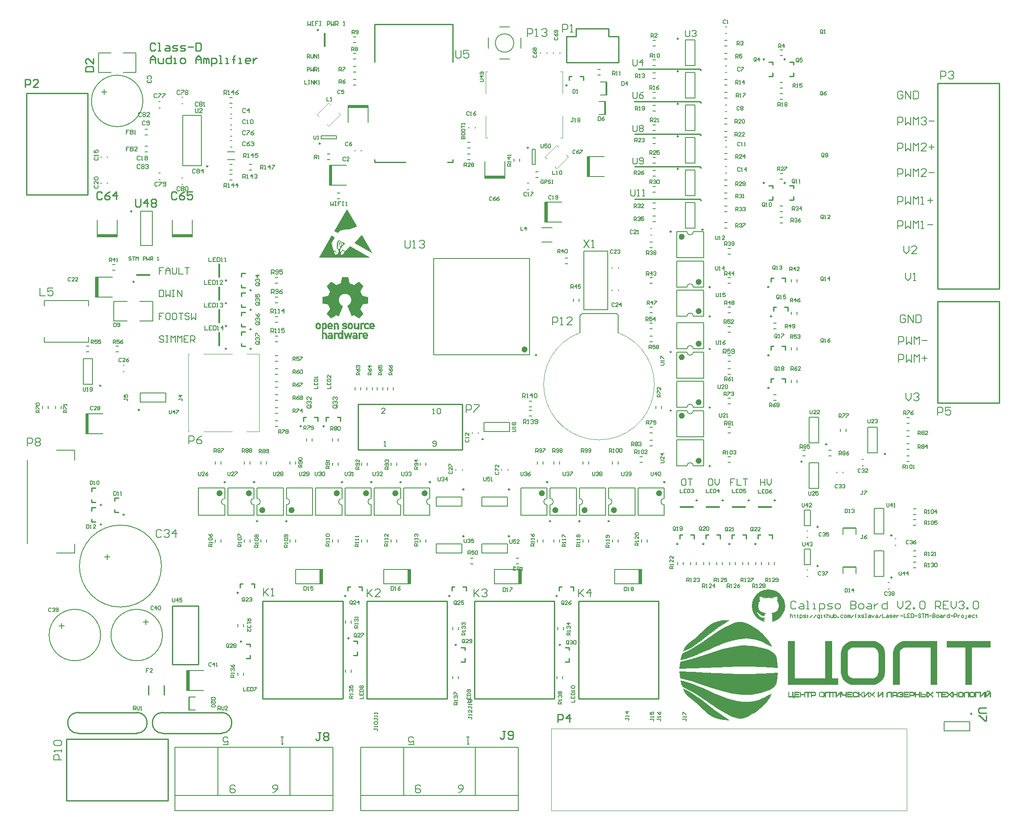
<source format=gto>
G04 Layer_Color=65535*
%FSLAX24Y24*%
%MOIN*%
G70*
G01*
G75*
%ADD55C,0.0100*%
%ADD63C,0.0079*%
%ADD130C,0.0098*%
%ADD131C,0.0236*%
%ADD132C,0.0039*%
%ADD133C,0.0005*%
%ADD134C,0.0010*%
%ADD135C,0.0050*%
%ADD136C,0.0059*%
%ADD137R,0.1535X0.0217*%
%ADD138R,0.1000X0.0100*%
%ADD139R,0.1100X0.0150*%
%ADD140R,0.0217X0.1535*%
%ADD141R,0.0315X0.1102*%
%ADD142R,0.0100X0.1000*%
%ADD143R,0.0150X0.1100*%
G36*
X69627Y4237D02*
X69572D01*
Y4550D01*
X69295Y4237D01*
X69240D01*
Y4625D01*
X69295D01*
Y4318D01*
X69572Y4625D01*
X69627D01*
Y4237D01*
D02*
G37*
G36*
X70070D02*
X70015D01*
Y4550D01*
X69738Y4237D01*
X69683D01*
Y4625D01*
X69738D01*
Y4318D01*
X70015Y4625D01*
X70070D01*
Y4237D01*
D02*
G37*
G36*
X69925Y4704D02*
X69925Y4704D01*
X69925Y4704D01*
X69925Y4704D01*
D02*
G37*
G36*
X60714Y4237D02*
X60659D01*
Y4550D01*
X60382Y4237D01*
X60327D01*
Y4625D01*
X60382D01*
Y4318D01*
X60659Y4625D01*
X60714D01*
Y4237D01*
D02*
G37*
G36*
X61799D02*
X61744D01*
Y4550D01*
X61467Y4237D01*
X61412D01*
Y4625D01*
X61467D01*
Y4318D01*
X61744Y4625D01*
X61799D01*
Y4237D01*
D02*
G37*
G36*
X69982Y4715D02*
X69976Y4695D01*
X69966Y4676D01*
X69953Y4660D01*
X69937Y4647D01*
X69919Y4636D01*
X69898Y4630D01*
X69876Y4628D01*
X69855Y4630D01*
X69835Y4636D01*
X69817Y4646D01*
X69801Y4659D01*
X69788Y4675D01*
X69778Y4693D01*
X69771Y4714D01*
X69769Y4733D01*
X69819D01*
X69820Y4724D01*
X69820Y4724D01*
X69820Y4724D01*
X69820Y4724D01*
X69823Y4713D01*
X69823Y4713D01*
X69823Y4713D01*
X69823Y4713D01*
X69823Y4713D01*
X69823Y4713D01*
X69828Y4704D01*
X69828Y4704D01*
X69828Y4704D01*
X69829Y4703D01*
X69835Y4695D01*
X69836Y4695D01*
X69836Y4695D01*
X69844Y4688D01*
X69844Y4688D01*
X69844Y4688D01*
X69844Y4688D01*
X69844Y4688D01*
X69854Y4682D01*
X69854Y4682D01*
X69854Y4682D01*
X69854Y4682D01*
X69865Y4679D01*
X69865Y4679D01*
X69865Y4679D01*
X69876Y4678D01*
X69876Y4678D01*
X69876Y4678D01*
X69877Y4678D01*
X69877Y4678D01*
X69888Y4679D01*
X69888Y4679D01*
Y4679D01*
X69888Y4679D01*
X69899Y4682D01*
X69899D01*
X69899Y4682D01*
X69899Y4682D01*
X69899Y4682D01*
X69899Y4682D01*
X69899Y4682D01*
X69899Y4682D01*
X69899Y4682D01*
X69899Y4682D01*
X69899Y4682D01*
X69899Y4682D01*
X69899Y4682D01*
X69909Y4688D01*
X69909Y4688D01*
Y4688D01*
X69909Y4688D01*
X69909Y4688D01*
X69909Y4688D01*
X69909Y4688D01*
X69917Y4695D01*
X69917D01*
X69918Y4695D01*
X69924Y4703D01*
X69924Y4703D01*
X69925Y4704D01*
X69925Y4704D01*
D01*
X69925Y4704D01*
X69925Y4704D01*
X69925Y4704D01*
X69925Y4704D01*
X69925Y4704D01*
X69930Y4713D01*
X69930Y4713D01*
X69930Y4713D01*
X69933Y4724D01*
X69933D01*
X69933Y4724D01*
X69933Y4724D01*
X69934Y4733D01*
X69984D01*
X69982Y4715D01*
D02*
G37*
G36*
X68394Y4627D02*
X68395Y4627D01*
X68395Y4626D01*
Y4625D01*
Y4237D01*
Y4237D01*
X68395Y4236D01*
X68394Y4235D01*
X68393Y4235D01*
X68337D01*
X68336Y4235D01*
X68335Y4236D01*
X68335Y4237D01*
Y4237D01*
Y4567D01*
X68116D01*
X68105Y4566D01*
X68095Y4563D01*
X68087Y4558D01*
X68079Y4552D01*
X68072Y4544D01*
X68067Y4535D01*
X68064Y4525D01*
X68063Y4514D01*
Y4237D01*
Y4237D01*
X68063Y4236D01*
X68062Y4235D01*
X68061Y4235D01*
X68005D01*
X68004Y4235D01*
X68003Y4236D01*
X68003Y4237D01*
Y4237D01*
Y4514D01*
Y4514D01*
X68003Y4514D01*
X68003Y4514D01*
X68003Y4514D01*
D01*
X68003Y4515D01*
X68003D01*
X68003Y4515D01*
X68005Y4536D01*
X68005Y4536D01*
X68005Y4536D01*
X68005Y4536D01*
X68005Y4536D01*
X68005Y4536D01*
X68005Y4537D01*
X68005Y4537D01*
X68005Y4537D01*
X68005Y4537D01*
X68005Y4537D01*
X68005D01*
X68005Y4537D01*
X68005Y4537D01*
D01*
X68005Y4537D01*
X68005Y4537D01*
X68005Y4536D01*
X68005D01*
X68005Y4536D01*
X68005Y4537D01*
X68011Y4557D01*
X68011Y4557D01*
X68011Y4557D01*
X68011Y4557D01*
X68011Y4558D01*
X68011Y4558D01*
X68011Y4558D01*
X68011Y4558D01*
X68011D01*
X68011Y4558D01*
X68022Y4576D01*
X68022Y4576D01*
X68022Y4576D01*
X68022Y4576D01*
X68022Y4576D01*
X68022Y4577D01*
X68035Y4593D01*
X68035Y4593D01*
X68035Y4593D01*
X68035Y4593D01*
X68035Y4593D01*
X68035Y4593D01*
X68035Y4593D01*
X68036Y4593D01*
X68036Y4593D01*
Y4593D01*
X68052Y4607D01*
X68052Y4607D01*
X68052Y4607D01*
X68052Y4607D01*
X68052Y4607D01*
X68052Y4607D01*
X68052D01*
X68052Y4607D01*
X68071Y4618D01*
X68071Y4618D01*
X68071Y4618D01*
X68071Y4618D01*
X68071Y4618D01*
X68071Y4618D01*
X68071Y4618D01*
X68071Y4618D01*
X68071Y4618D01*
X68071Y4618D01*
X68071Y4618D01*
X68071Y4618D01*
X68071Y4618D01*
X68071Y4618D01*
X68071Y4618D01*
X68072Y4618D01*
X68072Y4618D01*
Y4618D01*
X68093Y4625D01*
X68093Y4625D01*
X68093Y4625D01*
X68093Y4625D01*
X68093Y4625D01*
X68093Y4625D01*
Y4625D01*
X68116Y4628D01*
X68116Y4628D01*
X68116Y4628D01*
X68116Y4628D01*
X68116Y4628D01*
X68393D01*
X68394Y4627D01*
D02*
G37*
G36*
X59819Y4608D02*
X59819Y4608D01*
D01*
X59819Y4608D01*
D02*
G37*
G36*
X68035Y4593D02*
X68035Y4593D01*
X68035Y4593D01*
X68035Y4593D01*
D02*
G37*
G36*
X69909Y4688D02*
X69909Y4688D01*
D01*
X69909Y4688D01*
X69909Y4688D01*
D02*
G37*
G36*
X59756Y4628D02*
X59757Y4628D01*
X59757Y4628D01*
X59757Y4628D01*
X59757Y4628D01*
X59757D01*
X59757Y4628D01*
X59778Y4625D01*
X59778Y4625D01*
X59778Y4625D01*
X59779Y4625D01*
X59779Y4625D01*
X59779Y4625D01*
X59779Y4625D01*
X59799Y4619D01*
X59799Y4619D01*
X59799Y4619D01*
X59799Y4619D01*
X59799Y4619D01*
X59800Y4619D01*
X59800Y4619D01*
X59818Y4609D01*
X59818Y4609D01*
X59818Y4608D01*
X59818Y4608D01*
X59819Y4608D01*
X59819Y4608D01*
X59819Y4608D01*
Y4608D01*
X59819Y4608D01*
X59819Y4608D01*
X59819Y4608D01*
X59819Y4608D01*
X59819Y4608D01*
X59835Y4595D01*
Y4595D01*
X59835Y4595D01*
X59835Y4595D01*
X59835Y4595D01*
X59835Y4595D01*
X59835Y4595D01*
X59835Y4595D01*
X59835Y4595D01*
X59835Y4595D01*
X59835Y4594D01*
X59835Y4594D01*
X59835Y4594D01*
X59849Y4578D01*
X59849Y4578D01*
X59849Y4578D01*
X59849Y4578D01*
X59849Y4578D01*
X59849Y4578D01*
X59849Y4578D01*
X59860Y4559D01*
X59860Y4559D01*
X59860Y4559D01*
X59860Y4559D01*
X59860Y4559D01*
X59860Y4558D01*
X59860Y4558D01*
X59867Y4538D01*
X59867Y4538D01*
X59867Y4537D01*
X59867Y4537D01*
X59867Y4537D01*
X59867Y4537D01*
X59867Y4537D01*
X59867Y4537D01*
X59867Y4537D01*
X59867Y4537D01*
X59867Y4537D01*
X59867Y4537D01*
X59867Y4537D01*
X59870Y4515D01*
X59870Y4515D01*
X59870Y4514D01*
X59869Y4513D01*
X59869Y4512D01*
X59868Y4512D01*
X59811D01*
X59810Y4512D01*
X59810Y4513D01*
X59809Y4514D01*
X59809Y4514D01*
X59809Y4514D01*
X59808Y4525D01*
X59805Y4535D01*
X59800Y4544D01*
X59794Y4552D01*
X59786Y4558D01*
X59777Y4563D01*
X59767Y4566D01*
X59756Y4567D01*
X59590D01*
X59591Y4567D01*
X59590Y4567D01*
X59590D01*
X59580Y4566D01*
X59570Y4563D01*
X59561Y4558D01*
X59553Y4552D01*
X59547Y4544D01*
X59542Y4535D01*
X59539Y4525D01*
X59538Y4514D01*
Y4348D01*
X59539Y4338D01*
X59542Y4328D01*
X59547Y4319D01*
X59553Y4311D01*
X59561Y4305D01*
X59570Y4300D01*
X59580Y4297D01*
X59590Y4295D01*
X59756D01*
X59767Y4297D01*
X59777Y4300D01*
X59786Y4305D01*
X59794Y4311D01*
X59800Y4319D01*
X59805Y4328D01*
X59808Y4338D01*
X59809Y4348D01*
Y4348D01*
X59809Y4348D01*
X59809Y4348D01*
X59809Y4348D01*
D01*
Y4348D01*
Y4348D01*
X59809D01*
X59809Y4349D01*
X59809Y4349D01*
X59809Y4348D01*
X59809Y4349D01*
X59810Y4350D01*
X59810Y4350D01*
X59811Y4351D01*
X59868D01*
X59869Y4350D01*
X59869Y4350D01*
X59870Y4348D01*
X59870Y4348D01*
X59870Y4348D01*
X59867Y4326D01*
Y4326D01*
X59867Y4326D01*
X59867Y4326D01*
X59867Y4326D01*
X59867Y4326D01*
X59867Y4326D01*
X59867Y4326D01*
X59867Y4326D01*
X59867Y4326D01*
X59867Y4326D01*
X59867Y4326D01*
X59867Y4326D01*
X59867Y4326D01*
X59867Y4326D01*
X59861Y4305D01*
X59861Y4305D01*
X59861Y4305D01*
X59861Y4305D01*
X59861Y4305D01*
X59861Y4305D01*
X59861Y4305D01*
X59861Y4305D01*
X59861Y4305D01*
X59861Y4305D01*
Y4305D01*
X59861Y4305D01*
X59861Y4305D01*
X59861Y4305D01*
X59861Y4305D01*
X59861Y4305D01*
X59851Y4286D01*
X59851Y4286D01*
Y4286D01*
X59851Y4286D01*
X59851Y4286D01*
X59851Y4286D01*
X59850Y4286D01*
X59850Y4286D01*
X59837Y4269D01*
X59837D01*
X59837Y4269D01*
X59837Y4269D01*
X59837Y4269D01*
X59837Y4269D01*
X59837Y4269D01*
X59820Y4255D01*
X59820D01*
X59820Y4255D01*
X59820Y4255D01*
X59820Y4255D01*
X59820Y4255D01*
X59820Y4255D01*
X59801Y4244D01*
X59801D01*
X59801Y4244D01*
X59801Y4244D01*
X59801Y4244D01*
X59801Y4244D01*
X59801Y4244D01*
X59780Y4237D01*
X59780D01*
X59780Y4237D01*
X59780Y4237D01*
X59779Y4237D01*
X59779Y4237D01*
X59779Y4237D01*
X59757Y4235D01*
X59757D01*
X59757Y4235D01*
X59757Y4235D01*
X59756Y4235D01*
X59756Y4235D01*
X59590D01*
X59590Y4235D01*
X59590Y4235D01*
X59590Y4235D01*
X59590Y4235D01*
X59568Y4237D01*
X59568Y4237D01*
X59568Y4237D01*
X59568Y4237D01*
X59568Y4237D01*
X59568Y4237D01*
X59547Y4243D01*
X59547Y4243D01*
X59547Y4244D01*
X59547Y4244D01*
X59547Y4244D01*
X59547Y4244D01*
X59528Y4254D01*
X59528Y4254D01*
X59528Y4254D01*
X59528Y4254D01*
X59528Y4254D01*
X59528Y4254D01*
D01*
X59528Y4254D01*
X59528Y4254D01*
Y4254D01*
X59528Y4254D01*
X59528Y4254D01*
X59528Y4254D01*
X59528Y4254D01*
X59528Y4254D01*
X59511Y4267D01*
Y4267D01*
X59511Y4267D01*
X59511Y4267D01*
X59511Y4267D01*
X59511Y4268D01*
X59511Y4268D01*
X59511Y4268D01*
X59511Y4268D01*
X59511Y4268D01*
X59511Y4268D01*
X59511Y4268D01*
X59497Y4284D01*
Y4284D01*
X59497Y4284D01*
X59497Y4284D01*
X59497Y4284D01*
X59497Y4284D01*
X59497Y4284D01*
X59497Y4284D01*
X59497Y4284D01*
D01*
D01*
D01*
X59497Y4284D01*
X59497Y4284D01*
X59486Y4303D01*
X59486Y4303D01*
X59486Y4303D01*
X59486Y4303D01*
X59486Y4303D01*
D01*
X59486Y4303D01*
X59486Y4303D01*
X59486Y4304D01*
X59486Y4304D01*
X59486Y4304D01*
X59479Y4325D01*
X59479Y4325D01*
X59479Y4325D01*
X59479Y4325D01*
X59479Y4325D01*
X59479Y4325D01*
X59479Y4325D01*
Y4325D01*
X59479Y4325D01*
X59479Y4325D01*
Y4325D01*
X59479Y4325D01*
X59479Y4325D01*
X59479Y4325D01*
X59479Y4325D01*
X59479Y4325D01*
X59479Y4325D01*
X59479Y4325D01*
X59479Y4325D01*
X59477Y4348D01*
Y4348D01*
X59477Y4348D01*
X59477Y4348D01*
Y4348D01*
D01*
X59477Y4348D01*
Y4348D01*
X59477Y4348D01*
X59477Y4348D01*
X59477Y4348D01*
X59477Y4348D01*
X59477Y4348D01*
X59477Y4348D01*
X59477Y4348D01*
X59477Y4348D01*
X59477Y4348D01*
Y4348D01*
Y4514D01*
Y4514D01*
X59477Y4514D01*
X59477Y4514D01*
X59477Y4515D01*
X59477Y4515D01*
X59477Y4515D01*
X59479Y4536D01*
X59479D01*
X59479Y4536D01*
X59479Y4536D01*
X59479Y4536D01*
X59479Y4536D01*
X59479Y4536D01*
X59479Y4537D01*
X59479Y4537D01*
X59479Y4537D01*
X59479Y4537D01*
X59479Y4537D01*
X59479Y4537D01*
X59479Y4537D01*
X59479Y4537D01*
X59479Y4537D01*
X59479Y4537D01*
X59479Y4537D01*
X59479Y4537D01*
X59486Y4557D01*
X59486Y4557D01*
X59486Y4557D01*
X59486Y4557D01*
X59486Y4557D01*
X59486Y4557D01*
X59486Y4557D01*
Y4557D01*
X59486Y4557D01*
X59486Y4557D01*
X59486Y4557D01*
X59486Y4558D01*
X59486Y4558D01*
X59486Y4558D01*
X59486Y4558D01*
X59486Y4558D01*
X59486Y4558D01*
X59486Y4558D01*
X59486Y4558D01*
X59486Y4558D01*
X59486Y4558D01*
X59496Y4576D01*
X59496Y4576D01*
X59496D01*
X59496Y4576D01*
X59496Y4577D01*
X59496Y4577D01*
X59496Y4577D01*
X59496Y4577D01*
X59496Y4577D01*
X59496Y4577D01*
X59496Y4577D01*
X59496Y4577D01*
X59496Y4577D01*
X59510Y4593D01*
X59510Y4593D01*
X59510Y4593D01*
X59510Y4593D01*
X59510Y4593D01*
X59510D01*
X59510Y4593D01*
X59510Y4593D01*
X59510Y4593D01*
X59510Y4593D01*
X59510Y4593D01*
X59526Y4607D01*
Y4607D01*
X59526Y4607D01*
X59526Y4607D01*
X59527Y4607D01*
X59527Y4607D01*
X59527Y4607D01*
X59527Y4607D01*
X59527Y4607D01*
X59527Y4607D01*
X59527Y4607D01*
X59527Y4607D01*
X59545Y4618D01*
X59546Y4618D01*
X59546D01*
X59546Y4618D01*
X59546Y4618D01*
X59546Y4618D01*
X59546Y4618D01*
X59546Y4618D01*
X59567Y4625D01*
Y4625D01*
X59567Y4625D01*
X59567Y4625D01*
X59567Y4625D01*
X59567Y4625D01*
X59567Y4625D01*
X59590Y4628D01*
Y4628D01*
X59590Y4628D01*
X59590Y4628D01*
X59590Y4628D01*
X59590Y4628D01*
X59756D01*
X59756Y4628D01*
D02*
G37*
G36*
X63228Y4622D02*
X63227D01*
X63227Y4622D01*
X63228Y4622D01*
D02*
G37*
G36*
X52342Y10391D02*
X52342Y10391D01*
X52342Y10391D01*
X52342Y10391D01*
D02*
G37*
G36*
X50940Y10010D02*
X51191Y9955D01*
X51466Y9842D01*
X51778Y9667D01*
X51907Y9585D01*
X52021Y9510D01*
X52124Y9438D01*
X52220Y9367D01*
X52311Y9293D01*
X52401Y9214D01*
X52493Y9127D01*
X52592Y9029D01*
X52677Y8942D01*
X52768Y8846D01*
X52861Y8743D01*
X52952Y8632D01*
X53038Y8516D01*
X53115Y8395D01*
X53179Y8269D01*
X53227Y8140D01*
X53045Y8227D01*
X52878Y8319D01*
X52714Y8411D01*
X52542Y8501D01*
X52351Y8583D01*
X52129Y8654D01*
X51865Y8710D01*
X51549Y8747D01*
X51286Y8756D01*
X51028Y8745D01*
X50774Y8717D01*
X50525Y8674D01*
X50281Y8618D01*
X50042Y8553D01*
X49809Y8481D01*
X49583Y8404D01*
X49187Y8252D01*
X48778Y8076D01*
X48360Y7887D01*
X47937Y7696D01*
X47512Y7513D01*
X47089Y7349D01*
X46671Y7214D01*
X46264Y7119D01*
X46310Y7354D01*
X46361Y7502D01*
X46437Y7595D01*
X46557Y7669D01*
X46741Y7755D01*
X47010Y7887D01*
X47385Y8098D01*
X47884Y8422D01*
X48102Y8573D01*
X48320Y8726D01*
X48539Y8879D01*
X48760Y9030D01*
X48982Y9179D01*
X49207Y9323D01*
X49434Y9462D01*
X49665Y9594D01*
X49960Y9753D01*
X50224Y9879D01*
X50468Y9967D01*
X50703Y10012D01*
X50940Y10010D01*
D02*
G37*
G36*
X49099Y9569D02*
X48806Y9350D01*
X48485Y9101D01*
X48144Y8837D01*
X47792Y8571D01*
X47439Y8317D01*
X47093Y8087D01*
X46764Y7896D01*
X46460Y7757D01*
X46534Y7952D01*
X46619Y8103D01*
X46720Y8224D01*
X46839Y8330D01*
X46979Y8435D01*
X47141Y8556D01*
X47330Y8706D01*
X47547Y8901D01*
X47836Y9182D01*
X48095Y9430D01*
X48341Y9645D01*
X48589Y9823D01*
X48858Y9965D01*
X49164Y10067D01*
X49523Y10130D01*
X49954Y10152D01*
X49099Y9569D01*
D02*
G37*
G36*
X59511Y4268D02*
X59511Y4268D01*
X59511Y4268D01*
X59511Y4268D01*
X59511Y4267D01*
X59511D01*
X59511Y4267D01*
X59511Y4267D01*
X59511Y4267D01*
X59511Y4267D01*
X59511Y4267D01*
X59511Y4267D01*
X59511Y4268D01*
X59511Y4268D01*
X59511Y4268D01*
X59511Y4268D01*
D02*
G37*
G36*
X59497Y4284D02*
X59497Y4284D01*
X59497D01*
X59497Y4284D01*
X59497Y4284D01*
X59497Y4284D01*
X59497Y4284D01*
X59497Y4284D01*
X59497Y4284D01*
X59497Y4284D01*
X59497Y4284D01*
X59497Y4284D01*
X59497Y4284D01*
X59497Y4284D01*
X59497Y4284D01*
D02*
G37*
G36*
X54907Y4293D02*
X54962D01*
Y4182D01*
X54907D01*
Y4237D01*
X54519D01*
Y4625D01*
X54575D01*
Y4293D01*
X54851D01*
Y4625D01*
X54907D01*
Y4293D01*
D02*
G37*
G36*
X70045Y8071D02*
X68608D01*
Y5198D01*
X68129D01*
Y8071D01*
X66692D01*
Y8550D01*
X70045D01*
Y8071D01*
D02*
G37*
G36*
X65934Y5198D02*
X65455D01*
Y8071D01*
X63540D01*
X63444Y8061D01*
X63354Y8033D01*
X63273Y7989D01*
X63202Y7930D01*
X63143Y7859D01*
X63099Y7778D01*
X63071Y7688D01*
X63061Y7592D01*
Y5198D01*
X62582D01*
Y7592D01*
X62601Y7781D01*
X62656Y7958D01*
X62744Y8119D01*
X62860Y8260D01*
X63001Y8377D01*
X63164Y8467D01*
X63345Y8526D01*
X63540Y8550D01*
X65934D01*
Y5198D01*
D02*
G37*
G36*
X61163Y8530D02*
X61339Y8474D01*
X61502Y8385D01*
X61645Y8267D01*
X61764Y8125D01*
X61855Y7962D01*
X61913Y7783D01*
X61933Y7592D01*
Y6155D01*
X61914Y5963D01*
X61858Y5784D01*
X61769Y5621D01*
X61652Y5479D01*
X61510Y5362D01*
X61348Y5273D01*
X61168Y5217D01*
X60976Y5198D01*
X59539D01*
X59345Y5217D01*
X59165Y5272D01*
X59002Y5360D01*
X58861Y5477D01*
X58744Y5619D01*
X58656Y5781D01*
X58600Y5962D01*
X58581Y6155D01*
Y7592D01*
X58601Y7785D01*
X58657Y7964D01*
X58745Y8127D01*
X58862Y8269D01*
X59004Y8386D01*
X59167Y8474D01*
X59346Y8530D01*
X59539Y8550D01*
X60976D01*
X61163Y8530D01*
D02*
G37*
G36*
X51745Y8189D02*
X52538Y8019D01*
X52892Y7895D01*
X53162Y7778D01*
X53360Y7654D01*
X53498Y7511D01*
X53589Y7338D01*
X53644Y7122D01*
X53677Y6849D01*
X53698Y6509D01*
X52560Y6580D01*
X51571Y6612D01*
X50685Y6612D01*
X49856Y6588D01*
X49037Y6550D01*
X48182Y6506D01*
X47244Y6463D01*
X46177Y6430D01*
X46221Y6936D01*
X47020Y7127D01*
X47812Y7374D01*
X48600Y7640D01*
X49386Y7890D01*
X50170Y8089D01*
X50956Y8200D01*
X51745Y8189D01*
D02*
G37*
G36*
X58561Y4237D02*
X58505D01*
Y4550D01*
X58228Y4237D01*
X58173D01*
Y4625D01*
X58228D01*
Y4318D01*
X58505Y4625D01*
X58561D01*
Y4237D01*
D02*
G37*
G36*
X57863Y5677D02*
X58342D01*
Y5195D01*
X54510Y5198D01*
Y8550D01*
X54989D01*
Y5677D01*
X57384D01*
Y8550D01*
X57863D01*
Y5677D01*
D02*
G37*
G36*
X68022Y4577D02*
X68022Y4577D01*
X68022Y4577D01*
X68022Y4577D01*
X68022Y4577D01*
X68022Y4577D01*
X68022Y4577D01*
X68022Y4577D01*
D02*
G37*
G36*
X63281Y4537D02*
X63281Y4537D01*
Y4537D01*
X63281Y4537D01*
D02*
G37*
G36*
X63281Y4537D02*
X63281Y4537D01*
X63281Y4537D01*
X63281Y4537D01*
D02*
G37*
G36*
X63281Y4537D02*
X63281Y4537D01*
X63281Y4537D01*
X63281Y4537D01*
X63281Y4537D01*
X63281Y4537D01*
X63281Y4537D01*
D02*
G37*
G36*
X63268Y4555D02*
X63268Y4555D01*
X63268Y4555D01*
Y4555D01*
X63268Y4555D01*
D02*
G37*
G36*
X64639Y4237D02*
X64584D01*
Y4404D01*
X64307D01*
Y4237D01*
X64252D01*
Y4625D01*
X64307D01*
Y4459D01*
X64584D01*
Y4625D01*
X64639D01*
Y4237D01*
D02*
G37*
G36*
X67518D02*
X67463D01*
Y4404D01*
X67186D01*
Y4237D01*
X67130D01*
Y4625D01*
X67186D01*
Y4459D01*
X67463D01*
Y4625D01*
X67518D01*
Y4237D01*
D02*
G37*
G36*
X67086Y4542D02*
X66938Y4431D01*
X67086Y4319D01*
Y4237D01*
X67031D01*
Y4292D01*
X66892Y4396D01*
X66754Y4292D01*
Y4237D01*
X66699D01*
Y4319D01*
X66846Y4431D01*
X66699Y4542D01*
Y4625D01*
X66754D01*
Y4570D01*
X66892Y4466D01*
X67031Y4570D01*
Y4625D01*
X67086D01*
Y4542D01*
D02*
G37*
G36*
X68003Y4515D02*
X68003Y4515D01*
Y4515D01*
D01*
X68003Y4515D01*
D02*
G37*
G36*
X68003Y4515D02*
X68003Y4514D01*
X68003D01*
X68003Y4515D01*
X68003Y4515D01*
D02*
G37*
G36*
X61146Y4542D02*
X60998Y4431D01*
X61146Y4319D01*
Y4237D01*
X61091D01*
Y4292D01*
X60952Y4396D01*
X60814Y4292D01*
Y4237D01*
X60758D01*
Y4319D01*
X60906Y4431D01*
X60758Y4542D01*
Y4625D01*
X60814D01*
Y4570D01*
X60952Y4466D01*
X61091Y4570D01*
Y4625D01*
X61146D01*
Y4542D01*
D02*
G37*
G36*
X59867Y4537D02*
X59867Y4537D01*
D01*
X59867Y4537D01*
D02*
G37*
G36*
X65625Y4542D02*
X65477Y4431D01*
X65625Y4319D01*
Y4237D01*
X65569D01*
Y4292D01*
X65431Y4396D01*
X65292Y4292D01*
Y4237D01*
X65237D01*
Y4319D01*
X65385Y4431D01*
X65237Y4542D01*
Y4625D01*
X65292D01*
Y4570D01*
X65431Y4466D01*
X65569Y4570D01*
Y4625D01*
X65625D01*
Y4542D01*
D02*
G37*
G36*
X63248Y4620D02*
X63268Y4614D01*
X63287Y4604D01*
X63303Y4591D01*
X63316Y4575D01*
X63327Y4556D01*
X63333Y4536D01*
X63336Y4514D01*
X63335Y4502D01*
X63333Y4491D01*
X63330Y4480D01*
X63326Y4470D01*
X63321Y4460D01*
X63315Y4450D01*
X63307Y4442D01*
X63299Y4433D01*
Y4433D01*
X63299Y4433D01*
Y4433D01*
X63299Y4433D01*
X63299D01*
X63299Y4433D01*
X63299Y4433D01*
X63299Y4433D01*
X63298Y4431D01*
X63299Y4429D01*
X63299Y4429D01*
X63307Y4421D01*
X63315Y4412D01*
X63321Y4403D01*
X63326Y4393D01*
X63330Y4382D01*
X63333Y4372D01*
X63335Y4360D01*
X63336Y4348D01*
X63333Y4327D01*
X63327Y4307D01*
X63317Y4289D01*
X63304Y4273D01*
X63288Y4259D01*
X63270Y4249D01*
X63250Y4242D01*
X63227Y4240D01*
X63062D01*
X63062Y4240D01*
X63061Y4240D01*
X63062D01*
X63040Y4242D01*
X63020Y4248D01*
X63002Y4258D01*
X62986Y4271D01*
X62973Y4287D01*
X62963Y4306D01*
X62956Y4326D01*
X62954Y4346D01*
X63004D01*
X63005Y4337D01*
X63005Y4337D01*
X63005Y4337D01*
X63005Y4336D01*
X63008Y4326D01*
X63008Y4325D01*
X63008Y4325D01*
X63013Y4316D01*
X63013Y4316D01*
X63013Y4316D01*
X63014Y4316D01*
X63020Y4307D01*
X63021Y4307D01*
X63021Y4307D01*
X63021Y4307D01*
X63021D01*
X63021Y4307D01*
X63021Y4307D01*
X63021Y4307D01*
X63021Y4307D01*
X63029Y4300D01*
X63029Y4300D01*
X63029Y4300D01*
X63029Y4300D01*
X63029Y4300D01*
X63039Y4295D01*
X63039Y4295D01*
X63039Y4295D01*
X63039Y4295D01*
X63050Y4291D01*
X63050Y4291D01*
X63050Y4291D01*
X63061Y4290D01*
X63061Y4290D01*
X63061Y4290D01*
X63061Y4290D01*
X63228D01*
X63228Y4290D01*
X63228Y4290D01*
X63239Y4291D01*
X63239D01*
X63239Y4291D01*
Y4291D01*
X63239Y4291D01*
X63239Y4291D01*
X63239Y4291D01*
X63239Y4291D01*
X63239D01*
D01*
X63239Y4291D01*
X63239Y4291D01*
X63250Y4295D01*
X63250D01*
X63250Y4295D01*
X63250Y4295D01*
X63260Y4300D01*
X63260Y4300D01*
Y4300D01*
X63260Y4300D01*
X63268Y4307D01*
X63268D01*
X63269Y4307D01*
X63275Y4316D01*
X63275Y4316D01*
X63276Y4316D01*
X63276Y4316D01*
X63281Y4325D01*
X63281Y4325D01*
X63281Y4325D01*
X63281Y4325D01*
X63281Y4325D01*
X63281Y4326D01*
X63284Y4336D01*
X63284D01*
X63284Y4337D01*
X63284Y4337D01*
X63285Y4348D01*
X63286Y4348D01*
X63286Y4348D01*
X63286Y4348D01*
X63286Y4348D01*
Y4348D01*
X63286Y4348D01*
X63286Y4348D01*
X63286Y4348D01*
X63286Y4348D01*
X63286Y4348D01*
Y4348D01*
X63286Y4348D01*
Y4348D01*
X63285Y4349D01*
X63284Y4360D01*
X63284Y4360D01*
X63284Y4360D01*
X63284Y4360D01*
X63284Y4360D01*
X63284Y4360D01*
X63284Y4360D01*
X63281Y4370D01*
X63281Y4370D01*
X63281Y4371D01*
X63281Y4371D01*
X63281Y4371D01*
X63281Y4371D01*
X63281Y4371D01*
X63281Y4371D01*
X63281Y4371D01*
X63281Y4371D01*
X63281Y4371D01*
X63281Y4371D01*
X63281Y4371D01*
X63276Y4380D01*
X63276D01*
X63276Y4380D01*
X63276Y4380D01*
X63276Y4380D01*
X63276Y4380D01*
X63275Y4381D01*
X63269Y4389D01*
X63269Y4389D01*
X63268Y4389D01*
X63260Y4396D01*
X63260Y4396D01*
X63260Y4396D01*
X63260Y4396D01*
X63260Y4396D01*
X63260Y4396D01*
X63260Y4396D01*
X63250Y4401D01*
X63250D01*
X63250Y4402D01*
X63250Y4402D01*
X63239Y4405D01*
X63239Y4405D01*
X63239Y4405D01*
X63239D01*
X63239Y4405D01*
X63239Y4405D01*
X63239Y4405D01*
X63239Y4405D01*
X63239Y4405D01*
X63239Y4405D01*
X63239D01*
D01*
X63239Y4405D01*
X63239Y4405D01*
X63239Y4405D01*
X63239Y4405D01*
X63228Y4406D01*
X63228D01*
X63228Y4406D01*
X63228Y4406D01*
X63119D01*
Y4456D01*
X63228D01*
X63228Y4456D01*
X63228Y4456D01*
X63239Y4457D01*
X63239D01*
X63239Y4457D01*
Y4457D01*
X63239Y4457D01*
X63239Y4457D01*
X63239Y4457D01*
X63239Y4457D01*
X63239D01*
D01*
X63239Y4457D01*
X63239Y4458D01*
X63250Y4461D01*
X63250D01*
X63250Y4461D01*
X63250Y4461D01*
X63260Y4466D01*
X63260Y4466D01*
Y4466D01*
X63260Y4466D01*
X63268Y4473D01*
X63268D01*
X63269Y4473D01*
X63275Y4482D01*
X63275D01*
X63276Y4482D01*
X63276Y4482D01*
X63276Y4482D01*
Y4482D01*
X63276Y4482D01*
X63276Y4482D01*
X63276Y4482D01*
X63276Y4482D01*
X63281Y4491D01*
X63281Y4492D01*
X63281Y4492D01*
X63284Y4502D01*
X63284D01*
X63284Y4503D01*
X63284Y4503D01*
X63285Y4514D01*
X63286Y4514D01*
X63286Y4514D01*
X63286D01*
X63286Y4515D01*
X63286Y4515D01*
X63285Y4515D01*
X63285Y4515D01*
Y4515D01*
X63284Y4526D01*
X63284Y4526D01*
X63284Y4526D01*
X63284Y4526D01*
X63281Y4537D01*
X63281Y4537D01*
X63281Y4537D01*
X63281Y4537D01*
X63281Y4537D01*
X63281Y4537D01*
X63281Y4537D01*
X63281Y4537D01*
X63281Y4537D01*
X63276Y4546D01*
X63276D01*
X63276Y4546D01*
Y4546D01*
X63276Y4547D01*
X63276Y4547D01*
X63276Y4547D01*
X63275Y4547D01*
X63275Y4547D01*
Y4547D01*
X63269Y4555D01*
Y4555D01*
X63268Y4555D01*
X63268Y4555D01*
X63268Y4555D01*
X63268Y4555D01*
X63268Y4555D01*
X63268Y4555D01*
X63268Y4555D01*
X63268Y4555D01*
X63268Y4555D01*
X63268Y4555D01*
X63260Y4562D01*
Y4562D01*
X63260Y4562D01*
X63260Y4562D01*
X63260Y4563D01*
X63250Y4568D01*
X63250D01*
X63250Y4568D01*
X63250Y4568D01*
X63250Y4568D01*
X63250Y4568D01*
X63250Y4568D01*
X63239Y4571D01*
X63239Y4571D01*
X63239Y4571D01*
X63239D01*
X63239Y4571D01*
X63239Y4571D01*
X63239Y4571D01*
X63239D01*
D01*
X63239Y4571D01*
X63239Y4571D01*
X63239Y4571D01*
X63239Y4571D01*
X63228Y4572D01*
X63228D01*
X63228Y4572D01*
X63228Y4572D01*
X63061D01*
X63061Y4572D01*
X63061Y4572D01*
X63050Y4571D01*
X63050Y4571D01*
X63050D01*
X63050D01*
D01*
X63050Y4571D01*
X63050Y4571D01*
X63050Y4571D01*
X63050D01*
X63050D01*
D01*
X63050D01*
X63050Y4571D01*
X63050Y4571D01*
X63050Y4571D01*
X63050Y4571D01*
X63050D01*
X63050Y4571D01*
X63039Y4568D01*
Y4568D01*
X63039Y4568D01*
X63039Y4568D01*
X63029Y4563D01*
X63029Y4563D01*
X63029Y4562D01*
X63029Y4562D01*
X63029Y4562D01*
X63029Y4562D01*
X63029Y4562D01*
X63029Y4562D01*
X63029Y4562D01*
X63029Y4562D01*
X63029Y4562D01*
X63029Y4562D01*
X63029Y4562D01*
X63029D01*
X63029Y4562D01*
X63029Y4562D01*
X63029Y4562D01*
X63021Y4555D01*
X63021Y4555D01*
X63020Y4555D01*
X63014Y4547D01*
Y4547D01*
X63013Y4546D01*
X63013Y4546D01*
X63008Y4537D01*
X63008Y4537D01*
X63008Y4537D01*
X63008D01*
X63008Y4537D01*
X63008Y4537D01*
X63008Y4537D01*
Y4537D01*
X63008Y4537D01*
D01*
X63008Y4537D01*
X63008Y4537D01*
X63005Y4526D01*
Y4526D01*
X63005Y4526D01*
X63005Y4526D01*
X63004Y4517D01*
X62954D01*
X62956Y4535D01*
X62962Y4555D01*
X62972Y4574D01*
X62985Y4590D01*
X63001Y4603D01*
X63019Y4614D01*
X63039Y4620D01*
X63062Y4622D01*
X63227D01*
X63248Y4620D01*
D02*
G37*
G36*
X63281Y4371D02*
X63281Y4371D01*
Y4371D01*
X63281Y4371D01*
D02*
G37*
G36*
X63260Y4396D02*
X63260Y4396D01*
X63260Y4396D01*
X63260Y4396D01*
D02*
G37*
G36*
X68022Y4576D02*
X68022Y4576D01*
X68022Y4576D01*
X68022Y4576D01*
X68022Y4577D01*
X68022Y4577D01*
X68022Y4577D01*
X68022Y4577D01*
X68022Y4577D01*
X68022Y4577D01*
X68022Y4577D01*
X68022Y4576D01*
D02*
G37*
G36*
X68022Y4576D02*
X68022Y4576D01*
X68022Y4576D01*
X68022Y4576D01*
X68022Y4576D01*
X68022Y4576D01*
X68022Y4576D01*
D02*
G37*
G36*
X59809Y4348D02*
X59809Y4348D01*
X59809Y4348D01*
X59809Y4348D01*
D02*
G37*
G36*
X55815Y4237D02*
X55759D01*
Y4404D01*
X55482D01*
Y4237D01*
X55427D01*
Y4625D01*
X55482D01*
Y4459D01*
X55759D01*
Y4625D01*
X55815D01*
Y4237D01*
D02*
G37*
G36*
X63029Y4562D02*
X63029Y4562D01*
X63029Y4562D01*
X63029Y4562D01*
D02*
G37*
G36*
X60105Y4431D02*
X60299Y4237D01*
X60221D01*
X60055Y4404D01*
X59967D01*
Y4237D01*
X59911D01*
Y4625D01*
X59967D01*
Y4459D01*
X60055D01*
X60221Y4625D01*
X60299D01*
X60105Y4431D01*
D02*
G37*
G36*
X63260Y4396D02*
X63260Y4396D01*
X63260Y4396D01*
Y4396D01*
X63260Y4396D01*
D02*
G37*
G36*
X47244Y6164D02*
X48182Y6121D01*
X49037Y6077D01*
X49856Y6039D01*
X50685Y6016D01*
X51571Y6016D01*
X52560Y6047D01*
X53698Y6118D01*
X53677Y5778D01*
X53644Y5505D01*
X53589Y5289D01*
X53498Y5116D01*
X53360Y4973D01*
X53162Y4850D01*
X52892Y4732D01*
X52538Y4608D01*
X51745Y4438D01*
X50956Y4427D01*
X50170Y4538D01*
X49386Y4737D01*
X48600Y4987D01*
X47812Y5254D01*
X47020Y5500D01*
X46221Y5691D01*
X46177Y6197D01*
X47244Y6164D01*
D02*
G37*
G36*
X58999Y4627D02*
X59000Y4627D01*
X59001Y4626D01*
Y4625D01*
Y4237D01*
Y4237D01*
X59000Y4236D01*
X58999Y4235D01*
X58998Y4235D01*
X58942D01*
X58941Y4235D01*
X58940Y4236D01*
X58940Y4237D01*
Y4237D01*
Y4374D01*
X58721D01*
X58721Y4374D01*
X58721Y4374D01*
X58721Y4374D01*
X58721Y4374D01*
X58699Y4376D01*
X58699Y4376D01*
X58699Y4376D01*
X58699Y4376D01*
X58699Y4376D01*
X58699Y4376D01*
X58678Y4382D01*
X58678Y4382D01*
X58678Y4382D01*
X58678Y4383D01*
X58678Y4383D01*
X58678Y4383D01*
X58659Y4393D01*
X58659Y4393D01*
X58659Y4393D01*
X58659Y4393D01*
X58658Y4393D01*
X58658Y4393D01*
X58658Y4393D01*
X58658Y4393D01*
X58642Y4406D01*
X58642Y4406D01*
X58642Y4406D01*
X58642Y4406D01*
X58642Y4406D01*
X58642Y4406D01*
X58642Y4406D01*
X58642Y4406D01*
X58642Y4406D01*
X58642Y4407D01*
X58641Y4407D01*
X58641Y4407D01*
X58641Y4407D01*
X58628Y4423D01*
X58628Y4423D01*
X58628Y4423D01*
X58628Y4423D01*
X58628Y4423D01*
X58628Y4423D01*
X58628Y4423D01*
X58628Y4423D01*
X58628Y4423D01*
X58627Y4423D01*
X58627Y4423D01*
X58627Y4423D01*
X58627Y4423D01*
X58617Y4442D01*
X58617Y4442D01*
X58617Y4442D01*
X58617Y4442D01*
X58617Y4442D01*
X58617Y4442D01*
X58617Y4442D01*
X58617Y4442D01*
X58617Y4442D01*
X58617Y4442D01*
X58617Y4442D01*
X58617Y4442D01*
X58617Y4443D01*
X58617Y4443D01*
X58610Y4464D01*
X58610Y4464D01*
X58610Y4464D01*
X58610Y4464D01*
X58610Y4464D01*
X58610Y4464D01*
X58610Y4464D01*
X58610Y4464D01*
X58608Y4487D01*
X58608Y4487D01*
Y4487D01*
X58608Y4487D01*
X58608Y4487D01*
X58608Y4487D01*
X58608Y4487D01*
Y4487D01*
Y4625D01*
Y4626D01*
X58608Y4627D01*
X58609Y4627D01*
X58610Y4628D01*
X58666D01*
X58667Y4627D01*
X58668Y4627D01*
X58668Y4626D01*
Y4625D01*
Y4487D01*
X58669Y4477D01*
X58673Y4467D01*
X58677Y4458D01*
X58684Y4450D01*
X58692Y4443D01*
X58701Y4439D01*
X58711Y4436D01*
X58721Y4434D01*
X58940D01*
Y4625D01*
Y4626D01*
X58940Y4627D01*
X58941Y4627D01*
X58942Y4628D01*
X58998D01*
X58999Y4627D01*
D02*
G37*
G36*
X59511Y4267D02*
X59511Y4267D01*
X59511Y4267D01*
X59511Y4267D01*
D02*
G37*
G36*
X57204Y4623D02*
X57224Y4616D01*
X57243Y4606D01*
X57259Y4592D01*
X57273Y4576D01*
X57284Y4557D01*
X57290Y4536D01*
X57293Y4514D01*
Y4348D01*
X57291Y4326D01*
X57284Y4305D01*
X57274Y4286D01*
X57260Y4270D01*
X57244Y4256D01*
X57225Y4246D01*
X57204Y4240D01*
X57182Y4237D01*
X57016D01*
X56994Y4240D01*
X56973Y4246D01*
X56954Y4256D01*
X56938Y4270D01*
X56924Y4286D01*
X56914Y4305D01*
X56907Y4326D01*
X56905Y4348D01*
Y4514D01*
X56908Y4537D01*
X56914Y4557D01*
X56924Y4576D01*
X56938Y4592D01*
X56954Y4606D01*
X56973Y4616D01*
X56994Y4623D01*
X57016Y4625D01*
X57182D01*
X57204Y4623D01*
D02*
G37*
G36*
X57730Y4237D02*
X57675D01*
Y4570D01*
X57398D01*
Y4237D01*
X57343D01*
Y4625D01*
X57730D01*
Y4237D01*
D02*
G37*
G36*
X18248Y32743D02*
D01*
D01*
D01*
D01*
D02*
G37*
G36*
X56556Y4623D02*
X56576Y4616D01*
X56595Y4606D01*
X56611Y4593D01*
X56625Y4576D01*
X56635Y4558D01*
X56642Y4537D01*
X56645Y4514D01*
Y4459D01*
X56643Y4437D01*
X56636Y4417D01*
X56626Y4398D01*
X56613Y4382D01*
X56597Y4368D01*
X56578Y4357D01*
X56557Y4351D01*
X56534Y4348D01*
X56313D01*
Y4237D01*
X56258D01*
Y4625D01*
X56534D01*
X56556Y4623D01*
D02*
G37*
G36*
X20462Y32985D02*
X20462Y32984D01*
X20464Y32984D01*
X20519Y32977D01*
X20519Y32977D01*
X20568Y32967D01*
X20566Y32964D01*
X20606Y32947D01*
X20645Y32918D01*
X20644Y32918D01*
X20587Y32850D01*
X20567Y32865D01*
X20529Y32881D01*
X20530Y32883D01*
X20465Y32896D01*
X20462Y32896D01*
X20462Y32895D01*
X20459Y32896D01*
X20424Y32889D01*
X20424Y32890D01*
X20398Y32879D01*
X20398Y32879D01*
X20394Y32878D01*
X20378Y32838D01*
X20378Y32836D01*
X20379Y32837D01*
X20385Y32822D01*
X20385Y32822D01*
X20392Y32806D01*
X20393Y32806D01*
X20393Y32806D01*
X20414Y32797D01*
X20414Y32797D01*
X20444Y32791D01*
X20444Y32793D01*
X20521Y32789D01*
X20554Y32783D01*
X20554Y32783D01*
X20583Y32777D01*
X20584Y32776D01*
X20584Y32775D01*
X20584Y32775D01*
X20618Y32752D01*
X20625Y32743D01*
X20625Y32743D01*
X20647Y32710D01*
X20649Y32699D01*
X20649D01*
X20659Y32649D01*
X20659Y32648D01*
X20658Y32648D01*
X20658Y32645D01*
X20648Y32595D01*
X20642Y32587D01*
X20642Y32587D01*
X20622Y32557D01*
X20600Y32542D01*
X20600Y32542D01*
X20566Y32519D01*
X20538Y32514D01*
X20538Y32512D01*
X20465Y32502D01*
X20463Y32503D01*
X20463Y32502D01*
X20461Y32502D01*
X20386Y32512D01*
X20354Y32525D01*
X20354Y32525D01*
X20316Y32541D01*
X20257Y32586D01*
X20258Y32588D01*
X20321Y32649D01*
X20389Y32604D01*
X20389Y32604D01*
X20468Y32588D01*
X20470Y32589D01*
X20470Y32590D01*
X20472Y32589D01*
X20507Y32596D01*
X20507Y32596D01*
X20525Y32600D01*
X20536Y32607D01*
X20536Y32607D01*
X20551Y32613D01*
X20556Y32626D01*
X20556Y32626D01*
X20566Y32651D01*
X20566Y32652D01*
X20565Y32652D01*
X20566Y32653D01*
X20558Y32670D01*
X20559Y32670D01*
X20553Y32683D01*
X20549Y32685D01*
X20549Y32686D01*
X20530Y32693D01*
X20530Y32694D01*
X20505Y32699D01*
X20505Y32698D01*
X20423Y32704D01*
X20369Y32715D01*
X20369Y32715D01*
X20366Y32716D01*
X20326Y32743D01*
X20326Y32743D01*
X20320Y32747D01*
X20297Y32782D01*
X20296Y32783D01*
X20296Y32783D01*
X20286Y32835D01*
X20286Y32837D01*
X20286Y32837D01*
X20286Y32837D01*
X20286Y32837D01*
X20286Y32840D01*
X20297Y32898D01*
X20299Y32900D01*
X20300Y32900D01*
X20322Y32934D01*
X20338Y32945D01*
X20338Y32945D01*
X20374Y32968D01*
X20394Y32972D01*
X20394Y32973D01*
X20460Y32986D01*
X20462Y32985D01*
D02*
G37*
G36*
X55383Y4570D02*
X55051D01*
Y4459D01*
X55327D01*
Y4404D01*
X55051D01*
Y4293D01*
X55383D01*
Y4237D01*
X54995D01*
Y4625D01*
X55383D01*
Y4570D01*
D02*
G37*
G36*
X56230D02*
X56064D01*
Y4237D01*
X56008D01*
Y4570D01*
X55842D01*
Y4625D01*
X56230D01*
Y4570D01*
D02*
G37*
G36*
X21554Y32510D02*
X21460D01*
Y32559D01*
X21459Y32559D01*
X21449Y32545D01*
X21407Y32517D01*
X21408Y32516D01*
X21405Y32514D01*
X21341Y32501D01*
X21338Y32502D01*
X21338Y32502D01*
X21283Y32513D01*
X21283Y32512D01*
X21281Y32512D01*
X21232Y32545D01*
X21232Y32545D01*
X21221Y32553D01*
X21193Y32595D01*
X21193Y32595D01*
X21192Y32595D01*
X21185Y32629D01*
X21185Y32629D01*
X21178Y32665D01*
X21178Y32666D01*
X21182Y32666D01*
Y32976D01*
X21276D01*
X21274Y32698D01*
X21273Y32696D01*
X21281Y32655D01*
X21282Y32655D01*
X21283Y32650D01*
X21301Y32623D01*
X21301Y32623D01*
X21301Y32623D01*
X21330Y32603D01*
X21331Y32603D01*
X21331Y32603D01*
X21367Y32596D01*
X21369Y32596D01*
X21369Y32596D01*
X21370Y32596D01*
X21405Y32603D01*
X21405Y32603D01*
X21406Y32603D01*
X21435Y32622D01*
X21435Y32623D01*
X21435Y32623D01*
X21454Y32650D01*
X21455Y32655D01*
X21455Y32655D01*
X21463Y32696D01*
X21462Y32698D01*
X21460Y32698D01*
Y32976D01*
X21554D01*
Y32510D01*
D02*
G37*
G36*
X21758Y32243D02*
X21758Y32243D01*
X21758Y32243D01*
X21809Y32233D01*
X21809Y32233D01*
X21814Y32232D01*
X21856Y32205D01*
X21855Y32204D01*
X21788Y32124D01*
X21761Y32142D01*
X21758Y32142D01*
X21757Y32142D01*
X21726Y32148D01*
X21726Y32148D01*
X21726Y32148D01*
X21688Y32141D01*
X21663Y32124D01*
X21663Y32124D01*
X21658Y32120D01*
X21642Y32097D01*
X21641Y32094D01*
X21641Y32094D01*
X21633Y32052D01*
X21633Y32049D01*
X21635Y32049D01*
Y31769D01*
X21542D01*
Y32235D01*
X21635D01*
Y32185D01*
X21637Y32185D01*
X21647Y32200D01*
X21688Y32228D01*
X21688Y32229D01*
X21691Y32231D01*
X21755Y32243D01*
X21758Y32243D01*
D02*
G37*
G36*
X20335Y31769D02*
X20241D01*
X20242Y31817D01*
X20237Y31808D01*
X20187Y31775D01*
X20187Y31775D01*
X20184Y31773D01*
X20122Y31761D01*
X20121Y31761D01*
X20121Y31761D01*
X20120Y31760D01*
X20081Y31768D01*
X20081Y31768D01*
X20058Y31773D01*
X20046Y31780D01*
X20046Y31780D01*
X20008Y31805D01*
X19996Y31824D01*
X19996Y31824D01*
X19975Y31855D01*
X19970Y31883D01*
X19969Y31882D01*
X19963Y31929D01*
X19964Y31929D01*
X19959Y31997D01*
X19959Y32003D01*
X19959Y32003D01*
X19959Y32008D01*
X19964Y32075D01*
X19963Y32075D01*
X19969Y32121D01*
X19970Y32121D01*
X19975Y32149D01*
X19996Y32180D01*
X19996Y32180D01*
X20008Y32198D01*
X20046Y32224D01*
X20047Y32223D01*
X20059Y32232D01*
X20081Y32236D01*
X20081Y32236D01*
X20120Y32244D01*
X20121Y32243D01*
X20121Y32242D01*
X20123Y32243D01*
X20177Y32232D01*
X20186Y32226D01*
X20186Y32226D01*
X20241Y32190D01*
Y32185D01*
X20244Y32188D01*
X20241Y32190D01*
Y32423D01*
X20335D01*
Y31769D01*
D02*
G37*
G36*
X19860Y32243D02*
X19860Y32243D01*
X19860Y32243D01*
X19910Y32233D01*
X19911Y32233D01*
X19916Y32232D01*
X19957Y32205D01*
X19957Y32204D01*
X19890Y32124D01*
X19863Y32142D01*
X19859Y32142D01*
X19859Y32142D01*
X19828Y32148D01*
X19828Y32148D01*
X19827Y32148D01*
X19790Y32141D01*
X19765Y32124D01*
X19765Y32124D01*
X19759Y32120D01*
X19744Y32097D01*
X19743Y32094D01*
X19743Y32094D01*
X19734Y32052D01*
X19735Y32049D01*
X19737Y32049D01*
Y31769D01*
X19643D01*
Y32235D01*
X19737D01*
Y32185D01*
X19738Y32185D01*
X19748Y32200D01*
X19790Y32228D01*
X19790Y32229D01*
X19792Y32231D01*
X19857Y32243D01*
X19860Y32243D01*
D02*
G37*
G36*
X22126Y32230D02*
X22126Y32230D01*
X22128Y32230D01*
X22189Y32189D01*
X22189Y32188D01*
X22195Y32184D01*
X22233Y32128D01*
X22233Y32126D01*
X22233Y32126D01*
X22249Y32047D01*
X22248Y32044D01*
X22245Y32044D01*
Y31967D01*
X21953Y31967D01*
X21952Y31964D01*
X21962Y31916D01*
X21962Y31916D01*
X21963Y31911D01*
X21983Y31881D01*
X21985Y31880D01*
X21985Y31880D01*
X22016Y31859D01*
X22021Y31858D01*
X22021Y31858D01*
X22064Y31849D01*
X22066Y31850D01*
X22066Y31849D01*
X22067Y31849D01*
X22119Y31860D01*
X22121Y31861D01*
X22121Y31861D01*
X22168Y31892D01*
X22170Y31895D01*
X22168Y31897D01*
X22237Y31838D01*
X22226Y31822D01*
X22199Y31804D01*
X22199Y31804D01*
X22161Y31779D01*
X22159Y31778D01*
X22159Y31777D01*
X22068Y31759D01*
X22067Y31759D01*
X22067Y31760D01*
X21996Y31774D01*
X21997Y31775D01*
X21948Y31795D01*
X21928Y31810D01*
X21929Y31810D01*
X21911Y31822D01*
X21899Y31840D01*
Y31840D01*
X21879Y31870D01*
X21877Y31881D01*
X21878Y31881D01*
X21870Y31899D01*
X21866Y31935D01*
X21866D01*
X21857Y31997D01*
X21858Y32000D01*
X21858Y32000D01*
X21857Y32003D01*
X21865Y32063D01*
X21870Y32102D01*
X21876Y32115D01*
X21876Y32116D01*
X21879Y32131D01*
X21896Y32157D01*
X21896Y32157D01*
X21913Y32182D01*
X21923Y32189D01*
X21922Y32189D01*
X21985Y32231D01*
X21985Y32231D01*
X21986Y32230D01*
X22053Y32244D01*
X22053Y32244D01*
X22055Y32244D01*
X22126Y32230D01*
D02*
G37*
G36*
X22274Y32647D02*
X22274Y32647D01*
X22274Y32647D01*
X22274Y32647D01*
D02*
G37*
G36*
X58145Y4570D02*
X57979D01*
Y4237D01*
X57924D01*
Y4570D01*
X57758D01*
Y4625D01*
X58145D01*
Y4570D01*
D02*
G37*
G36*
X59441D02*
X59109D01*
Y4459D01*
X59385D01*
Y4404D01*
X59109D01*
Y4293D01*
X59441D01*
Y4237D01*
X59053D01*
Y4625D01*
X59441D01*
Y4570D01*
D02*
G37*
G36*
X46671Y5413D02*
X47089Y5278D01*
X47512Y5114D01*
X47937Y4931D01*
X48360Y4740D01*
X48778Y4551D01*
X49187Y4375D01*
X49583Y4223D01*
X49809Y4146D01*
X50042Y4074D01*
X50281Y4009D01*
X50525Y3954D01*
X50774Y3911D01*
X51028Y3882D01*
X51286Y3871D01*
X51549Y3880D01*
X51865Y3917D01*
X52129Y3973D01*
X52351Y4044D01*
X52542Y4127D01*
X52714Y4216D01*
X52878Y4309D01*
X53045Y4400D01*
X53227Y4487D01*
X53179Y4358D01*
X53115Y4232D01*
X53038Y4111D01*
X52952Y3995D01*
X52861Y3885D01*
X52768Y3781D01*
X52677Y3686D01*
X52592Y3599D01*
X52493Y3500D01*
X52401Y3413D01*
X52311Y3334D01*
X52220Y3260D01*
X52124Y3189D01*
X52021Y3117D01*
X51907Y3042D01*
X51778Y2960D01*
X51466Y2785D01*
X51191Y2672D01*
X50940Y2617D01*
X50703Y2615D01*
X50468Y2660D01*
X50224Y2749D01*
X49960Y2874D01*
X49665Y3033D01*
X49434Y3165D01*
X49207Y3304D01*
X48982Y3448D01*
X48760Y3597D01*
X48539Y3748D01*
X48320Y3901D01*
X48102Y4054D01*
X47884Y4205D01*
X47385Y4529D01*
X47010Y4741D01*
X46741Y4873D01*
X46557Y4958D01*
X46437Y5032D01*
X46361Y5126D01*
X46310Y5273D01*
X46264Y5508D01*
X46671Y5413D01*
D02*
G37*
G36*
X62465Y4627D02*
X62466Y4627D01*
X62466Y4626D01*
Y4625D01*
Y4237D01*
Y4237D01*
X62466Y4236D01*
X62465Y4235D01*
X62464Y4235D01*
X62408D01*
X62407Y4235D01*
X62406Y4236D01*
X62406Y4237D01*
Y4237D01*
Y4567D01*
X62187D01*
X62176Y4566D01*
X62166Y4563D01*
X62157Y4558D01*
X62149Y4552D01*
X62143Y4544D01*
X62138Y4535D01*
X62135Y4525D01*
X62134Y4514D01*
Y4237D01*
Y4237D01*
X62134Y4236D01*
X62133Y4235D01*
X62132Y4235D01*
X62075D01*
X62074Y4235D01*
X62074Y4236D01*
X62073Y4237D01*
Y4237D01*
Y4514D01*
Y4514D01*
X62073Y4514D01*
X62073Y4514D01*
X62073Y4515D01*
X62073Y4515D01*
Y4515D01*
X62076Y4536D01*
X62076Y4536D01*
X62076Y4537D01*
X62076Y4537D01*
X62076Y4537D01*
X62076Y4537D01*
D01*
X62076Y4537D01*
X62076Y4537D01*
X62076Y4537D01*
X62076Y4537D01*
X62076D01*
X62076Y4537D01*
X62076Y4537D01*
X62076Y4537D01*
X62076Y4537D01*
X62082Y4557D01*
X62082Y4557D01*
X62082Y4557D01*
X62082Y4558D01*
X62082Y4558D01*
X62082Y4558D01*
X62082Y4558D01*
Y4558D01*
X62082Y4558D01*
X62082Y4558D01*
X62092Y4576D01*
X62092Y4576D01*
X62092Y4576D01*
X62092Y4576D01*
X62092Y4576D01*
X62092Y4576D01*
X62092Y4576D01*
X62092Y4576D01*
X62092Y4576D01*
X62092Y4577D01*
X62092Y4577D01*
X62093Y4577D01*
X62093Y4577D01*
X62093Y4577D01*
D01*
X62093Y4577D01*
X62093Y4577D01*
X62093Y4577D01*
X62106Y4593D01*
X62106Y4593D01*
X62106Y4593D01*
X62106Y4593D01*
X62106Y4593D01*
X62106Y4593D01*
X62106Y4593D01*
X62106Y4593D01*
X62106Y4593D01*
X62106Y4593D01*
X62106Y4593D01*
X62106Y4593D01*
X62106Y4593D01*
X62106Y4593D01*
Y4593D01*
X62123Y4607D01*
X62123Y4607D01*
X62123Y4607D01*
X62123Y4607D01*
X62123Y4607D01*
X62123Y4607D01*
X62123D01*
X62123Y4607D01*
X62142Y4618D01*
X62142Y4618D01*
X62142Y4618D01*
X62142Y4618D01*
X62142Y4618D01*
X62142Y4618D01*
X62142Y4618D01*
Y4618D01*
X62163Y4625D01*
X62163Y4625D01*
X62164Y4625D01*
X62164Y4625D01*
X62164Y4625D01*
X62164Y4625D01*
Y4625D01*
X62186Y4628D01*
X62186Y4628D01*
X62187Y4628D01*
X62187Y4628D01*
X62187Y4628D01*
X62464D01*
X62465Y4627D01*
D02*
G37*
G36*
X20729Y36486D02*
X20734Y36474D01*
X20734Y36473D01*
X20814Y36055D01*
X20819Y36042D01*
X20828Y36039D01*
X20828D01*
X21178Y35894D01*
X21187Y35890D01*
X21200Y35896D01*
X21199Y35896D01*
X21552Y36135D01*
X21565Y36140D01*
X21582Y36133D01*
X21581Y36132D01*
X21883Y35832D01*
X21890Y35815D01*
X21885Y35802D01*
X21885Y35802D01*
X21646Y35450D01*
X21640Y35437D01*
X21644Y35428D01*
X21789Y35078D01*
X21792Y35069D01*
X21805Y35064D01*
X21805Y35065D01*
X22224Y34984D01*
X22236Y34979D01*
X22244Y34962D01*
X22242D01*
X22244Y34536D01*
X22236Y34519D01*
X22224Y34513D01*
X22223Y34514D01*
X21805Y34434D01*
X21792Y34428D01*
X21789Y34420D01*
X21644Y34069D01*
X21640Y34061D01*
X21646Y34048D01*
X21646Y34048D01*
X21885Y33696D01*
X21890Y33683D01*
X21883Y33666D01*
X21882Y33667D01*
X21582Y33365D01*
X21565Y33357D01*
X21552Y33363D01*
X21552Y33363D01*
X21200Y33602D01*
X21187Y33607D01*
X21178Y33604D01*
X21018Y33537D01*
X21009Y33534D01*
X20992Y33541D01*
X20988Y33550D01*
X20693Y34273D01*
X20690Y34281D01*
X20697Y34298D01*
X20705Y34302D01*
X20705Y34301D01*
X20747Y34319D01*
X20850Y34398D01*
X20929Y34501D01*
X20979Y34620D01*
X20995Y34749D01*
X20979Y34877D01*
X20929Y34997D01*
X20850Y35100D01*
X20747Y35179D01*
X20627Y35229D01*
X20499Y35245D01*
X20370Y35229D01*
X20251Y35179D01*
X20148Y35100D01*
X20069Y34997D01*
X20019Y34877D01*
X20002Y34749D01*
X20019Y34620D01*
X20069Y34501D01*
X20148Y34398D01*
X20251Y34319D01*
X20293Y34301D01*
X20293Y34302D01*
X20301Y34298D01*
X20308Y34281D01*
X20304Y34273D01*
X20304D01*
X20009Y33550D01*
X20006Y33541D01*
X19988Y33534D01*
X19980Y33537D01*
X19819Y33604D01*
X19811Y33607D01*
X19798Y33602D01*
X19798Y33602D01*
X19446Y33363D01*
X19433Y33357D01*
X19416Y33365D01*
X19417Y33366D01*
X19115Y33666D01*
X19107Y33683D01*
X19113Y33696D01*
X19113Y33696D01*
X19352Y34048D01*
X19357Y34061D01*
X19354Y34069D01*
X19209Y34420D01*
X19205Y34428D01*
X19192Y34434D01*
X19192Y34433D01*
X18774Y34513D01*
X18761Y34519D01*
X18754Y34536D01*
X18756D01*
X18754Y34962D01*
X18761Y34979D01*
X18774Y34984D01*
X18774Y34984D01*
X19192Y35064D01*
X19205Y35069D01*
X19209Y35078D01*
X19354Y35428D01*
X19357Y35437D01*
X19352Y35450D01*
X19352Y35449D01*
X19113Y35802D01*
X19107Y35815D01*
X19115Y35832D01*
X19116Y35831D01*
X19416Y36133D01*
X19433Y36140D01*
X19446Y36135D01*
X19446Y36135D01*
X19798Y35896D01*
X19811Y35890D01*
X19819Y35894D01*
X20170Y36039D01*
X20178Y36042D01*
X20184Y36055D01*
X20183Y36055D01*
X20263Y36474D01*
X20269Y36486D01*
X20286Y36494D01*
Y36492D01*
X20712Y36494D01*
X20729Y36486D01*
D02*
G37*
G36*
X22595Y38350D02*
X21216Y39145D01*
X21250Y39177D01*
X21334Y39261D01*
X21422Y39356D01*
X21522Y39464D01*
X21642Y39592D01*
X21789Y39745D01*
X22595Y38350D01*
D02*
G37*
G36*
X21399Y40421D02*
X21191Y40307D01*
X20977Y40234D01*
X20764Y40188D01*
X20559Y40158D01*
X20370Y40132D01*
X20203Y40096D01*
X20066Y40040D01*
X19966Y39949D01*
X19926Y39890D01*
X19675Y40035D01*
X20648Y41722D01*
X21399Y40421D01*
D02*
G37*
G36*
X19714Y39562D02*
X19621Y39407D01*
X19520Y39248D01*
X19497Y39214D01*
X19481Y39174D01*
X19479Y39113D01*
X19499Y39014D01*
X19538Y38850D01*
X19568Y38716D01*
X19600Y38613D01*
X19645Y38546D01*
X19662Y38539D01*
X19680D01*
X19700Y38542D01*
X19721Y38545D01*
X19742Y38544D01*
X19763Y38535D01*
X19783Y38513D01*
X19802Y38474D01*
X19815Y38433D01*
X19827Y38389D01*
X19838Y38346D01*
X19849Y38305D01*
X19860Y38272D01*
X19872Y38249D01*
X19886Y38240D01*
X19902Y38247D01*
X19938Y38295D01*
X19971Y38364D01*
X19990Y38448D01*
X19988Y38537D01*
X19974Y38592D01*
X19957Y38633D01*
X19938Y38661D01*
X19919Y38682D01*
X19901Y38698D01*
X19888Y38713D01*
X19879Y38731D01*
X19878Y38754D01*
X19885Y38899D01*
X19881Y39019D01*
X19877Y39106D01*
X19882Y39153D01*
X19896Y39179D01*
X19918Y39215D01*
X19946Y39257D01*
X19977Y39301D01*
X20010Y39342D01*
X20039Y39374D01*
X20123Y39326D01*
X20116Y39328D01*
X20087Y39307D01*
X20052Y39267D01*
X20014Y39218D01*
X19979Y39177D01*
X19956Y39145D01*
X19947Y39101D01*
X19955Y39028D01*
X19964Y38947D01*
X19959Y38889D01*
X19949Y38844D01*
X19943Y38803D01*
X19948Y38758D01*
X19961Y38712D01*
X19980Y38677D01*
X20002Y38663D01*
X20021Y38669D01*
X20045Y38683D01*
X20069Y38705D01*
X20091Y38734D01*
X20108Y38770D01*
X20116Y38812D01*
X20113Y38859D01*
X20095Y38911D01*
X20055Y38997D01*
X20038Y39055D01*
X20043Y39107D01*
X20072Y39174D01*
X20109Y39239D01*
X20135Y39276D01*
X20146Y39298D01*
X20140Y39315D01*
X20313Y39216D01*
X20312Y39217D01*
X20290Y39210D01*
X20269Y39189D01*
X20252Y39150D01*
X20245Y39091D01*
X20250Y39040D01*
X20262Y39005D01*
X20276Y38984D01*
X20288Y38977D01*
X20303Y38980D01*
X20319Y38991D01*
X20332Y39009D01*
X20337Y39036D01*
X20333Y39058D01*
X20325Y39071D01*
X20317Y39085D01*
X20313Y39111D01*
X20318Y39137D01*
X20330Y39151D01*
X20342Y39161D01*
X20347Y39174D01*
X20339Y39201D01*
X20491Y39113D01*
X20488Y39103D01*
X20448Y39051D01*
X20392Y38991D01*
X20327Y38925D01*
X20261Y38855D01*
X20204Y38781D01*
X20162Y38708D01*
X20143Y38635D01*
X20134Y38514D01*
X20127Y38435D01*
X20127Y38391D01*
X20138Y38376D01*
X20149Y38385D01*
X20164Y38411D01*
X20185Y38448D01*
X20210Y38489D01*
X20241Y38531D01*
X20277Y38567D01*
X20319Y38591D01*
X20367Y38598D01*
X20411Y38591D01*
X20442Y38578D01*
X20462Y38562D01*
X20476Y38545D01*
X20484Y38528D01*
X20491Y38513D01*
X20498Y38503D01*
X20509Y38500D01*
X20556Y38543D01*
X20646Y38649D01*
X20776Y38788D01*
X20890Y38883D01*
X22419Y38000D01*
X18500D01*
X19480Y39697D01*
X19714Y39562D01*
D02*
G37*
G36*
X46764Y4731D02*
X47093Y4540D01*
X47439Y4311D01*
X47792Y4056D01*
X48144Y3790D01*
X48485Y3526D01*
X48806Y3277D01*
X49099Y3058D01*
X49954Y2475D01*
X49523Y2497D01*
X49164Y2560D01*
X48858Y2663D01*
X48589Y2804D01*
X48341Y2983D01*
X48095Y3197D01*
X47836Y3445D01*
X47547Y3726D01*
X47330Y3921D01*
X47141Y4071D01*
X46979Y4192D01*
X46839Y4298D01*
X46720Y4404D01*
X46619Y4524D01*
X46534Y4675D01*
X46460Y4870D01*
X46764Y4731D01*
D02*
G37*
G36*
X18974Y32977D02*
X18974Y32977D01*
X18995Y32972D01*
X19008Y32964D01*
X19008Y32964D01*
X19048Y32938D01*
X19059Y32921D01*
X19059Y32921D01*
X19079Y32890D01*
X19085Y32862D01*
X19085Y32862D01*
X19091Y32815D01*
X19090Y32815D01*
X19096Y32748D01*
X19095Y32742D01*
X19095Y32742D01*
X19096Y32736D01*
X19090Y32670D01*
X19091Y32670D01*
X19085Y32623D01*
X19085Y32623D01*
X19079Y32595D01*
X19059Y32565D01*
X19059Y32565D01*
X19047Y32547D01*
X19008Y32521D01*
X19008Y32521D01*
X18996Y32513D01*
X18974Y32509D01*
Y32509D01*
X18935Y32501D01*
X18934Y32501D01*
X18934Y32502D01*
X18932Y32502D01*
X18876Y32513D01*
X18868Y32518D01*
X18868Y32518D01*
X18814Y32555D01*
X18814Y32185D01*
X18815Y32185D01*
X18825Y32200D01*
X18867Y32228D01*
X18866Y32229D01*
X18869Y32231D01*
X18934Y32243D01*
X18937Y32243D01*
X18937Y32243D01*
X18991Y32232D01*
X18991Y32233D01*
X18992Y32233D01*
X19042Y32200D01*
X19042Y32199D01*
X19053Y32192D01*
X19081Y32149D01*
X19082Y32149D01*
X19082Y32149D01*
X19089Y32116D01*
X19089Y32116D01*
X19096Y32080D01*
X19096Y32079D01*
X19092Y32079D01*
Y31769D01*
X18998D01*
X19000Y32046D01*
X19001Y32049D01*
X18993Y32089D01*
X18992Y32089D01*
X18991Y32094D01*
X18973Y32121D01*
X18973Y32121D01*
X18972Y32122D01*
X18943Y32141D01*
X18943Y32141D01*
X18943Y32141D01*
X18908Y32148D01*
X18906Y32148D01*
X18906Y32148D01*
X18905Y32148D01*
X18869Y32141D01*
X18869Y32141D01*
X18868Y32141D01*
X18839Y32122D01*
X18839Y32121D01*
X18839Y32121D01*
X18820Y32094D01*
X18819Y32089D01*
X18819Y32089D01*
X18811Y32049D01*
X18812Y32046D01*
X18814Y32046D01*
Y31769D01*
X18720D01*
Y32976D01*
X18814D01*
X18813Y32928D01*
X18819Y32937D01*
X18867Y32969D01*
X18867Y32970D01*
X18871Y32972D01*
X18932Y32984D01*
X18934Y32984D01*
X18934Y32984D01*
X18935Y32984D01*
X18974Y32977D01*
D02*
G37*
G36*
X18443Y32985D02*
X18443Y32985D01*
X18445Y32985D01*
X18491Y32976D01*
X18491Y32976D01*
X18518Y32971D01*
X18531Y32962D01*
X18531Y32963D01*
X18535Y32962D01*
X18561Y32942D01*
X18561Y32942D01*
X18582Y32928D01*
X18586Y32923D01*
X18586Y32923D01*
X18621Y32870D01*
X18624Y32855D01*
X18623Y32855D01*
X18633Y32809D01*
X18631Y32809D01*
X18637Y32748D01*
X18637Y32743D01*
X18637Y32743D01*
X18637Y32739D01*
X18631Y32677D01*
X18633Y32677D01*
X18623Y32630D01*
X18624Y32630D01*
X18621Y32615D01*
X18586Y32562D01*
X18585Y32563D01*
X18581Y32556D01*
X18561Y32543D01*
X18561Y32543D01*
X18537Y32525D01*
X18531Y32522D01*
X18531Y32523D01*
X18519Y32515D01*
X18491Y32509D01*
Y32509D01*
X18445Y32500D01*
X18443Y32501D01*
X18443Y32500D01*
X18440Y32500D01*
X18393Y32509D01*
Y32509D01*
X18366Y32515D01*
X18354Y32523D01*
X18354Y32523D01*
X18324Y32543D01*
X18324Y32543D01*
X18304Y32556D01*
X18300Y32563D01*
X18299Y32562D01*
X18264Y32615D01*
X18261Y32630D01*
X18261Y32630D01*
X18252Y32677D01*
X18254Y32677D01*
X18247Y32739D01*
X18248Y32743D01*
X18248Y32743D01*
X18248Y32743D01*
X18251Y32743D01*
X18248Y32743D01*
X18248Y32748D01*
X18254Y32809D01*
X18252Y32809D01*
X18261Y32855D01*
X18261Y32855D01*
X18264Y32870D01*
X18299Y32923D01*
X18299Y32923D01*
X18303Y32929D01*
X18324Y32942D01*
X18324Y32942D01*
X18350Y32962D01*
X18353Y32963D01*
X18354Y32962D01*
X18367Y32971D01*
X18393Y32976D01*
Y32976D01*
X18440Y32985D01*
X18443Y32985D01*
D02*
G37*
G36*
X21877Y32984D02*
X21877Y32984D01*
X21877Y32984D01*
X21927Y32974D01*
X21927Y32974D01*
X21933Y32973D01*
X21974Y32945D01*
X21974Y32945D01*
X21907Y32864D01*
X21880Y32883D01*
X21876Y32883D01*
X21876Y32883D01*
X21844Y32889D01*
X21844Y32889D01*
X21844Y32889D01*
X21807Y32882D01*
X21781Y32865D01*
X21782Y32864D01*
X21776Y32861D01*
X21761Y32838D01*
X21760Y32834D01*
X21760Y32834D01*
X21751Y32793D01*
X21752Y32790D01*
X21754Y32790D01*
Y32510D01*
X21660D01*
Y32976D01*
X21754D01*
Y32926D01*
X21755Y32926D01*
X21765Y32941D01*
X21807Y32969D01*
X21807Y32970D01*
X21809Y32971D01*
X21874Y32984D01*
X21877Y32984D01*
D02*
G37*
G36*
X19844D02*
X19844Y32984D01*
X19898Y32973D01*
X19898Y32974D01*
X19900Y32974D01*
X19949Y32941D01*
X19949Y32940D01*
X19960Y32932D01*
X19989Y32890D01*
X19989Y32890D01*
X19989Y32890D01*
X19996Y32857D01*
X19996Y32857D01*
X20003Y32821D01*
X20003Y32819D01*
X19999Y32820D01*
Y32510D01*
X19905D01*
X19907Y32787D01*
X19908Y32789D01*
X19900Y32830D01*
X19899Y32829D01*
X19898Y32834D01*
X19880Y32862D01*
X19880Y32862D01*
X19879Y32863D01*
X19851Y32882D01*
X19850Y32882D01*
X19850Y32882D01*
X19815Y32889D01*
X19814Y32889D01*
X19814Y32889D01*
X19812Y32889D01*
X19776Y32882D01*
X19776Y32882D01*
X19775Y32882D01*
X19747Y32863D01*
X19746Y32862D01*
X19746Y32862D01*
X19728Y32834D01*
X19727Y32829D01*
X19726Y32830D01*
X19718Y32789D01*
X19719Y32787D01*
X19721Y32787D01*
Y32510D01*
X19627D01*
Y32976D01*
X19721D01*
Y32926D01*
X19722Y32926D01*
X19732Y32941D01*
X19774Y32969D01*
X19774Y32970D01*
X19776Y32971D01*
X19841Y32984D01*
X19844Y32984D01*
D02*
G37*
G36*
X20906Y32985D02*
X20906Y32985D01*
X20908Y32985D01*
X20954Y32976D01*
X20954Y32976D01*
X20981Y32971D01*
X20994Y32962D01*
X20994Y32963D01*
X20998Y32962D01*
X21024Y32942D01*
X21024Y32942D01*
X21045Y32928D01*
X21049Y32923D01*
X21049Y32923D01*
X21084Y32870D01*
X21087Y32855D01*
X21086Y32855D01*
X21096Y32809D01*
X21094Y32809D01*
X21100Y32748D01*
X21100Y32743D01*
X21100Y32743D01*
X21100Y32739D01*
X21094Y32677D01*
X21096Y32677D01*
X21086Y32630D01*
X21087Y32630D01*
X21084Y32615D01*
X21049Y32562D01*
X21048Y32563D01*
X21044Y32556D01*
X21024Y32543D01*
X21024Y32543D01*
X21000Y32525D01*
X20994Y32522D01*
X20994Y32523D01*
X20982Y32515D01*
X20954Y32509D01*
X20954Y32509D01*
X20908Y32500D01*
X20906Y32501D01*
X20906Y32500D01*
X20903Y32500D01*
X20856Y32509D01*
Y32509D01*
X20829Y32515D01*
X20817Y32523D01*
X20817Y32523D01*
X20787Y32543D01*
X20787Y32543D01*
X20767Y32556D01*
X20763Y32563D01*
X20762Y32562D01*
X20727Y32615D01*
X20724Y32630D01*
X20724Y32630D01*
X20715Y32677D01*
X20717Y32677D01*
X20710Y32739D01*
X20711Y32743D01*
X20711Y32743D01*
X20711Y32743D01*
X20714Y32743D01*
X20711Y32743D01*
D01*
D01*
D01*
D01*
X20711Y32748D01*
X20717Y32809D01*
X20715Y32809D01*
X20724Y32855D01*
X20724Y32855D01*
X20727Y32870D01*
X20762Y32923D01*
X20762Y32923D01*
X20766Y32929D01*
X20787Y32942D01*
X20787Y32942D01*
X20813Y32962D01*
X20816Y32963D01*
X20817Y32962D01*
X20830Y32971D01*
X20856Y32976D01*
X20856Y32976D01*
X20903Y32985D01*
X20906Y32985D01*
D02*
G37*
G36*
X22636Y32970D02*
X22636Y32971D01*
X22638Y32971D01*
X22699Y32930D01*
X22698Y32929D01*
X22704Y32925D01*
X22742Y32869D01*
X22743Y32866D01*
X22743Y32866D01*
X22758Y32788D01*
X22758Y32784D01*
X22754Y32784D01*
Y32707D01*
X22462Y32707D01*
X22461Y32705D01*
X22471Y32657D01*
X22471Y32657D01*
X22472Y32652D01*
X22492Y32622D01*
X22495Y32620D01*
X22495Y32620D01*
X22526Y32600D01*
X22531Y32599D01*
X22531Y32598D01*
X22574Y32590D01*
X22575Y32590D01*
X22575Y32590D01*
X22576Y32590D01*
X22628Y32600D01*
X22631Y32602D01*
X22631Y32602D01*
X22677Y32633D01*
X22679Y32636D01*
X22677Y32637D01*
X22746Y32579D01*
X22736Y32563D01*
X22709Y32545D01*
X22709Y32545D01*
X22671Y32519D01*
X22668Y32519D01*
X22669Y32518D01*
X22578Y32500D01*
X22577Y32500D01*
X22577Y32500D01*
X22506Y32515D01*
X22506Y32516D01*
X22457Y32536D01*
X22438Y32551D01*
X22438Y32551D01*
X22420Y32563D01*
X22409Y32580D01*
X22409Y32580D01*
X22388Y32611D01*
X22386Y32621D01*
X22387Y32622D01*
X22380Y32639D01*
X22375Y32675D01*
X22375D01*
X22367Y32738D01*
X22367Y32741D01*
X22367Y32741D01*
X22367Y32743D01*
X22375Y32804D01*
X22375Y32804D01*
X22380Y32843D01*
X22385Y32856D01*
X22385Y32856D01*
X22388Y32872D01*
X22406Y32898D01*
X22406Y32898D01*
X22423Y32923D01*
X22432Y32930D01*
X22432Y32930D01*
X22494Y32972D01*
X22495Y32972D01*
X22495Y32971D01*
X22563Y32984D01*
X22563Y32984D01*
X22564Y32985D01*
X22636Y32970D01*
D02*
G37*
G36*
X19427D02*
X19427Y32971D01*
X19429Y32971D01*
X19490Y32930D01*
X19489Y32929D01*
X19496Y32925D01*
X19533Y32869D01*
X19534Y32866D01*
X19534Y32866D01*
X19550Y32788D01*
X19549Y32784D01*
X19545Y32784D01*
Y32707D01*
X19253Y32707D01*
X19253Y32705D01*
X19262Y32657D01*
X19263Y32657D01*
X19264Y32652D01*
X19283Y32622D01*
X19286Y32620D01*
X19286Y32620D01*
X19317Y32600D01*
X19322Y32599D01*
X19322Y32598D01*
X19365Y32590D01*
X19366Y32590D01*
X19366Y32590D01*
X19367Y32590D01*
X19419Y32600D01*
X19422Y32602D01*
X19422Y32602D01*
X19469Y32633D01*
X19470Y32636D01*
X19469Y32637D01*
X19537Y32579D01*
X19527Y32563D01*
X19500Y32545D01*
X19500Y32545D01*
X19462Y32519D01*
X19460Y32519D01*
X19460Y32518D01*
X19369Y32500D01*
X19368Y32500D01*
X19368Y32500D01*
X19297Y32515D01*
X19297Y32516D01*
X19248Y32536D01*
X19229Y32551D01*
X19229Y32551D01*
X19211Y32563D01*
X19200Y32580D01*
X19179Y32611D01*
X19177Y32621D01*
X19178Y32622D01*
X19171Y32639D01*
X19166Y32675D01*
X19166D01*
X19158Y32738D01*
X19158Y32741D01*
X19158Y32741D01*
X19158Y32743D01*
X19166Y32804D01*
X19171Y32843D01*
X19177Y32856D01*
X19176Y32856D01*
X19179Y32872D01*
X19197Y32898D01*
X19197Y32898D01*
X19214Y32923D01*
X19223Y32930D01*
X19223Y32930D01*
X19286Y32972D01*
X19286Y32972D01*
X19286Y32971D01*
X19354Y32984D01*
X19354Y32984D01*
X19355Y32985D01*
X19427Y32970D01*
D02*
G37*
G36*
X22176Y32985D02*
X22176Y32985D01*
X22177Y32985D01*
X22226Y32975D01*
Y32975D01*
X22255Y32970D01*
X22271Y32959D01*
X22271Y32959D01*
X22279Y32956D01*
X22333Y32915D01*
X22344Y32901D01*
X22343Y32900D01*
X22275Y32839D01*
X22265Y32853D01*
X22231Y32876D01*
X22231Y32876D01*
X22223Y32881D01*
X22180Y32889D01*
X22180Y32889D01*
X22180Y32890D01*
X22177Y32890D01*
X22126Y32880D01*
X22126Y32880D01*
X22124Y32879D01*
X22093Y32858D01*
X22088Y32851D01*
X22088Y32851D01*
X22069Y32823D01*
X22066Y32806D01*
X22066Y32806D01*
X22054Y32746D01*
X22054Y32742D01*
X22055Y32742D01*
X22054Y32738D01*
X22066Y32679D01*
X22066Y32679D01*
X22069Y32662D01*
X22088Y32634D01*
X22088Y32634D01*
X22093Y32627D01*
X22124Y32606D01*
X22126Y32606D01*
X22126Y32605D01*
X22177Y32595D01*
X22180Y32596D01*
X22180Y32596D01*
X22180Y32596D01*
X22223Y32604D01*
X22231Y32610D01*
X22231Y32610D01*
X22264Y32632D01*
X22274Y32647D01*
X22344Y32585D01*
X22333Y32571D01*
X22279Y32530D01*
X22271Y32526D01*
X22271Y32527D01*
X22256Y32516D01*
X22226Y32510D01*
Y32510D01*
X22177Y32500D01*
X22176Y32501D01*
X22176Y32501D01*
X22175Y32500D01*
X22098Y32516D01*
X22098Y32515D01*
X22092Y32516D01*
X22029Y32558D01*
X22029Y32559D01*
X22018Y32566D01*
X22001Y32592D01*
X22001Y32592D01*
X21981Y32621D01*
X21979Y32632D01*
X21981Y32633D01*
X21973Y32651D01*
X21969Y32683D01*
X21969Y32683D01*
X21961Y32740D01*
X21962Y32742D01*
X21962Y32742D01*
X21961Y32744D01*
X21969Y32802D01*
X21969Y32802D01*
X21973Y32834D01*
X21981Y32852D01*
X21979Y32853D01*
X21982Y32863D01*
X22001Y32893D01*
X22001Y32893D01*
X22019Y32919D01*
X22029Y32926D01*
X22029Y32927D01*
X22092Y32969D01*
X22098Y32970D01*
X22098Y32970D01*
X22175Y32985D01*
X22176Y32985D01*
D02*
G37*
G36*
X62817Y4623D02*
X62838Y4616D01*
X62856Y4606D01*
X62873Y4593D01*
X62886Y4576D01*
X62897Y4558D01*
X62904Y4537D01*
X62906Y4514D01*
Y4237D01*
X62851D01*
Y4348D01*
X62574D01*
Y4237D01*
X62519D01*
Y4514D01*
X62521Y4536D01*
X62527Y4556D01*
X62538Y4575D01*
X62551Y4592D01*
X62567Y4605D01*
X62586Y4616D01*
X62607Y4623D01*
X62630Y4625D01*
X62796D01*
X62817Y4623D01*
D02*
G37*
G36*
X52339Y11986D02*
X52339D01*
D01*
X52339Y11986D01*
X52339Y11986D01*
D02*
G37*
G36*
X64750Y4487D02*
X64971D01*
X64993Y4484D01*
X65013Y4478D01*
X65032Y4468D01*
X65048Y4454D01*
X65062Y4438D01*
X65072Y4419D01*
X65079Y4398D01*
X65082Y4376D01*
Y4348D01*
X65080Y4327D01*
X65074Y4306D01*
X65063Y4287D01*
X65050Y4271D01*
X65034Y4257D01*
X65015Y4247D01*
X64994Y4240D01*
X64971Y4237D01*
X64695D01*
Y4625D01*
X64750D01*
Y4487D01*
D02*
G37*
G36*
X53578Y11983D02*
X53578Y11983D01*
X53578Y11983D01*
X53578Y11983D01*
X53578D01*
X53578Y11983D01*
X53578Y11983D01*
D02*
G37*
G36*
X67866Y4623D02*
X67887Y4616D01*
X67905Y4606D01*
X67922Y4592D01*
X67936Y4576D01*
X67946Y4557D01*
X67953Y4536D01*
X67955Y4514D01*
Y4348D01*
X67953Y4326D01*
X67947Y4305D01*
X67936Y4286D01*
X67923Y4270D01*
X67906Y4256D01*
X67888Y4246D01*
X67867Y4240D01*
X67845Y4237D01*
X67679D01*
X67656Y4240D01*
X67635Y4246D01*
X67617Y4256D01*
X67600Y4270D01*
X67587Y4286D01*
X67576Y4305D01*
X67570Y4326D01*
X67568Y4348D01*
Y4514D01*
X67570Y4537D01*
X67577Y4557D01*
X67587Y4576D01*
X67600Y4592D01*
X67617Y4606D01*
X67636Y4616D01*
X67656Y4623D01*
X67679Y4625D01*
X67845D01*
X67866Y4623D01*
D02*
G37*
G36*
X53696Y11863D02*
X53696D01*
X53696Y11863D01*
Y11863D01*
D02*
G37*
G36*
X65193Y4237D02*
X65137D01*
Y4625D01*
X65193D01*
Y4237D01*
D02*
G37*
G36*
X53253Y12477D02*
X53489Y12404D01*
X53702Y12288D01*
X53888Y12135D01*
X54041Y11949D01*
X54157Y11736D01*
X54230Y11500D01*
X54255Y11247D01*
X54239Y11043D01*
X54191Y10850D01*
X54115Y10670D01*
X54013Y10506D01*
X53888Y10360D01*
X53742Y10234D01*
X53578Y10132D01*
X53398Y10056D01*
X53359Y10055D01*
X53333Y10068D01*
X53319Y10089D01*
X53315Y10114D01*
X53315Y10239D01*
Y10239D01*
Y10239D01*
X53315Y10239D01*
Y10239D01*
X53316Y10459D01*
Y10459D01*
X53316Y10459D01*
X53309Y10540D01*
X53309Y10540D01*
X53290Y10606D01*
X53290Y10606D01*
D01*
X53290Y10606D01*
X53290Y10606D01*
X53290Y10606D01*
X53290Y10606D01*
X53263Y10657D01*
X53263Y10657D01*
X53263Y10657D01*
X53263Y10657D01*
X53263Y10657D01*
X53263Y10657D01*
X53262Y10657D01*
X53262Y10657D01*
X53233Y10690D01*
X53334Y10705D01*
X53334Y10705D01*
X53334Y10705D01*
X53334D01*
X53334Y10705D01*
X53334Y10705D01*
X53334Y10705D01*
X53334D01*
X53437Y10732D01*
X53437Y10732D01*
X53437D01*
X53534Y10772D01*
X53534Y10772D01*
X53534D01*
X53622Y10831D01*
X53622Y10831D01*
X53622D01*
X53622Y10831D01*
X53697Y10910D01*
X53697Y10910D01*
X53697Y10911D01*
Y10911D01*
X53697Y10911D01*
X53755Y11015D01*
X53755Y11015D01*
X53755Y11016D01*
X53755D01*
X53792Y11148D01*
X53792Y11148D01*
Y11148D01*
X53792Y11148D01*
X53805Y11312D01*
X53805Y11312D01*
Y11312D01*
X53805Y11312D01*
X53805Y11313D01*
X53805Y11313D01*
X53805Y11313D01*
X53805Y11313D01*
X53805Y11313D01*
X53805Y11313D01*
X53771Y11500D01*
X53770Y11501D01*
X53771Y11500D01*
X53771Y11500D01*
X53771Y11500D01*
X53771Y11500D01*
X53771Y11501D01*
X53771Y11501D01*
X53771Y11501D01*
X53770Y11501D01*
X53770Y11501D01*
X53770Y11501D01*
X53770Y11501D01*
X53770Y11501D01*
X53770Y11501D01*
X53770Y11501D01*
X53770Y11501D01*
X53676Y11651D01*
X53689Y11691D01*
X53689Y11691D01*
X53689Y11691D01*
X53689Y11691D01*
X53689D01*
X53700Y11763D01*
X53700Y11764D01*
X53700Y11764D01*
X53700Y11764D01*
X53696Y11863D01*
Y11863D01*
X53696Y11863D01*
X53696Y11863D01*
X53696Y11863D01*
Y11863D01*
X53696Y11863D01*
Y11863D01*
X53696Y11863D01*
X53696Y11863D01*
X53696Y11863D01*
X53696Y11863D01*
X53696Y11863D01*
X53696Y11863D01*
X53663Y11984D01*
X53663Y11984D01*
X53663Y11984D01*
X53663Y11984D01*
X53663Y11984D01*
X53663Y11984D01*
X53661Y11986D01*
X53661Y11986D01*
X53661Y11986D01*
X53641Y11989D01*
X53641Y11989D01*
X53641Y11989D01*
X53641Y11989D01*
X53640Y11989D01*
X53640D01*
X53640Y11989D01*
X53640Y11989D01*
X53640Y11989D01*
X53640Y11989D01*
X53640Y11989D01*
X53640D01*
X53640Y11989D01*
X53640Y11989D01*
X53640D01*
D01*
D01*
D01*
X53640D01*
X53640D01*
X53640Y11989D01*
X53640Y11989D01*
X53640D01*
X53578Y11983D01*
X53578D01*
D01*
X53578Y11983D01*
X53578D01*
X53578Y11983D01*
X53578D01*
X53578Y11983D01*
X53578D01*
X53577Y11982D01*
X53577D01*
X53470Y11946D01*
X53469Y11945D01*
D01*
X53469Y11945D01*
X53469Y11945D01*
X53469Y11945D01*
Y11945D01*
X53469Y11945D01*
X53469Y11945D01*
X53469Y11945D01*
Y11945D01*
X53315Y11857D01*
X53160Y11888D01*
X53160Y11888D01*
X53160Y11888D01*
X53160Y11888D01*
X53000Y11899D01*
X53000D01*
Y11899D01*
X52840Y11888D01*
X52840Y11888D01*
Y11888D01*
X52840Y11888D01*
X52840D01*
X52686Y11857D01*
X52531Y11945D01*
X52530Y11946D01*
X52530Y11946D01*
X52530Y11946D01*
X52423Y11982D01*
X52423Y11982D01*
X52422Y11983D01*
X52422Y11983D01*
X52360Y11989D01*
X52359Y11989D01*
D01*
X52359Y11989D01*
X52359Y11989D01*
X52359Y11989D01*
X52359D01*
X52359Y11989D01*
X52359Y11989D01*
X52359Y11989D01*
X52359Y11989D01*
X52359Y11989D01*
X52359Y11989D01*
X52359Y11989D01*
X52359Y11989D01*
X52359Y11989D01*
X52359D01*
X52339Y11986D01*
X52339Y11986D01*
X52339D01*
X52339Y11986D01*
X52336Y11984D01*
Y11984D01*
X52304Y11863D01*
X52304Y11863D01*
Y11863D01*
X52300Y11764D01*
X52300Y11763D01*
X52300Y11763D01*
X52311Y11691D01*
X52311Y11691D01*
X52311Y11691D01*
X52311Y11691D01*
X52311Y11691D01*
X52324Y11651D01*
X52230Y11501D01*
X52229Y11500D01*
Y11500D01*
X52195Y11313D01*
X52195Y11312D01*
X52208Y11149D01*
X52208Y11148D01*
X52208Y11148D01*
X52208Y11148D01*
X52245Y11016D01*
X52245Y11016D01*
X52245Y11015D01*
X52245Y11015D01*
X52245Y11015D01*
X52303Y10911D01*
X52303Y10911D01*
X52303Y10911D01*
X52303Y10911D01*
X52303Y10911D01*
X52303Y10911D01*
X52377Y10831D01*
X52377Y10831D01*
X52378Y10831D01*
X52378Y10831D01*
X52465Y10772D01*
X52465Y10772D01*
X52562Y10731D01*
X52562Y10731D01*
X52562Y10731D01*
X52562Y10731D01*
X52562Y10731D01*
X52665Y10704D01*
X52665Y10704D01*
X52665Y10704D01*
X52665Y10704D01*
X52665Y10704D01*
X52665Y10704D01*
X52766Y10689D01*
X52719Y10627D01*
X52719Y10626D01*
X52719Y10626D01*
X52719Y10626D01*
Y10626D01*
Y10626D01*
X52719Y10626D01*
Y10626D01*
X52688Y10525D01*
X52618Y10501D01*
X52523Y10493D01*
X52420Y10528D01*
X52327Y10629D01*
X52314Y10648D01*
X52314Y10648D01*
X52314Y10648D01*
X52277Y10691D01*
X52277Y10691D01*
X52277Y10691D01*
X52217Y10735D01*
X52216Y10736D01*
X52216Y10736D01*
X52216Y10736D01*
X52132Y10759D01*
X52132Y10759D01*
X52132Y10759D01*
X52132Y10760D01*
Y10760D01*
X52126Y10759D01*
X52126Y10759D01*
D01*
X52126Y10759D01*
Y10759D01*
X52114Y10759D01*
X52114Y10759D01*
X52114Y10759D01*
D01*
X52114D01*
X52114D01*
Y10759D01*
X52098Y10756D01*
X52098Y10756D01*
X52098Y10756D01*
X52098D01*
X52098Y10756D01*
X52098Y10756D01*
X52098Y10756D01*
X52098D01*
X52084Y10750D01*
X52083Y10750D01*
X52083Y10750D01*
X52083Y10750D01*
X52082Y10750D01*
X52082Y10750D01*
X52082Y10750D01*
X52074Y10741D01*
X52074Y10741D01*
X52073Y10739D01*
X52073Y10725D01*
X52074Y10724D01*
X52088Y10705D01*
X52089Y10704D01*
X52089Y10704D01*
X52121Y10678D01*
X52122Y10678D01*
X52122Y10678D01*
X52135Y10670D01*
X52169Y10641D01*
X52214Y10585D01*
X52260Y10495D01*
X52264Y10486D01*
X52264Y10486D01*
X52264Y10486D01*
X52264Y10486D01*
X52264Y10486D01*
X52277Y10461D01*
X52278Y10461D01*
X52278Y10461D01*
X52302Y10428D01*
X52302Y10428D01*
X52302Y10428D01*
X52302Y10428D01*
X52302Y10428D01*
X52302Y10428D01*
X52302Y10428D01*
X52303Y10427D01*
X52341Y10392D01*
X52342Y10391D01*
X52342Y10391D01*
X52342Y10391D01*
X52342Y10391D01*
X52397Y10359D01*
X52397Y10359D01*
X52397Y10359D01*
X52397Y10359D01*
X52397Y10359D01*
X52397Y10359D01*
X52397Y10359D01*
X52397Y10359D01*
X52398Y10359D01*
X52472Y10336D01*
X52472Y10336D01*
X52568Y10330D01*
X52568Y10330D01*
X52568D01*
X52684Y10345D01*
X52684Y10271D01*
Y10271D01*
X52685Y10203D01*
Y10203D01*
X52685Y10148D01*
Y10148D01*
X52686Y10114D01*
X52681Y10090D01*
X52667Y10069D01*
X52642Y10056D01*
X52603Y10056D01*
X52423Y10132D01*
X52258Y10234D01*
X52112Y10359D01*
X51987Y10506D01*
X51885Y10670D01*
X51809Y10850D01*
X51761Y11043D01*
X51745Y11247D01*
X51770Y11500D01*
X51843Y11736D01*
X51959Y11949D01*
X52112Y12135D01*
X52298Y12288D01*
X52511Y12404D01*
X52747Y12477D01*
X53000Y12502D01*
X53253Y12477D01*
D02*
G37*
G36*
X68741Y4623D02*
X68761Y4616D01*
X68780Y4606D01*
X68797Y4592D01*
X68811Y4576D01*
X68821Y4557D01*
X68828Y4536D01*
X68830Y4514D01*
Y4348D01*
X68828Y4326D01*
X68821Y4305D01*
X68811Y4286D01*
X68798Y4270D01*
X68781Y4256D01*
X68762Y4246D01*
X68742Y4240D01*
X68719Y4237D01*
X68553D01*
X68531Y4240D01*
X68510Y4246D01*
X68491Y4256D01*
X68475Y4270D01*
X68461Y4286D01*
X68451Y4305D01*
X68445Y4326D01*
X68443Y4348D01*
Y4514D01*
X68445Y4537D01*
X68451Y4557D01*
X68462Y4576D01*
X68475Y4592D01*
X68491Y4606D01*
X68510Y4616D01*
X68531Y4623D01*
X68553Y4625D01*
X68719D01*
X68741Y4623D01*
D02*
G37*
G36*
X66250Y4570D02*
X66084D01*
Y4237D01*
X66029D01*
Y4570D01*
X65863D01*
Y4625D01*
X66250D01*
Y4570D01*
D02*
G37*
G36*
X20901Y31769D02*
X20819D01*
X20721Y32095D01*
X20720D01*
X20622Y31769D01*
X20540D01*
X20391Y32235D01*
X20490D01*
X20579Y31909D01*
X20581D01*
X20686Y32235D01*
X20755D01*
X20860Y31909D01*
X20862D01*
X20951Y32235D01*
X21050D01*
X20901Y31769D01*
D02*
G37*
G36*
X66665Y4570D02*
X66333D01*
Y4459D01*
X66610D01*
Y4404D01*
X66333D01*
Y4293D01*
X66665D01*
Y4237D01*
X66278D01*
Y4625D01*
X66665D01*
Y4570D01*
D02*
G37*
G36*
X69212D02*
X68935D01*
Y4237D01*
X68880D01*
Y4625D01*
X69212D01*
Y4570D01*
D02*
G37*
G36*
X21162Y32116D02*
X21162Y32116D01*
X21162Y32116D01*
X21162Y32116D01*
D02*
G37*
G36*
X63776Y4570D02*
X63443D01*
Y4459D01*
X63720D01*
Y4404D01*
X63443D01*
Y4293D01*
X63776D01*
Y4237D01*
X63388D01*
Y4625D01*
X63776D01*
Y4570D01*
D02*
G37*
G36*
X64118Y4623D02*
X64139Y4616D01*
X64157Y4606D01*
X64174Y4593D01*
X64187Y4576D01*
X64198Y4558D01*
X64205Y4537D01*
X64207Y4514D01*
Y4459D01*
X64205Y4437D01*
X64199Y4417D01*
X64189Y4398D01*
X64175Y4382D01*
X64159Y4368D01*
X64140Y4357D01*
X64119Y4351D01*
X64097Y4348D01*
X63875D01*
Y4237D01*
X63820D01*
Y4625D01*
X64097D01*
X64118Y4623D01*
D02*
G37*
G36*
X21244Y32243D02*
X21243Y32242D01*
X21250Y32242D01*
X21320Y32233D01*
X21320Y32232D01*
X21351Y32226D01*
X21380Y32207D01*
X21380Y32207D01*
X21396Y32196D01*
X21420Y32160D01*
X21420Y32160D01*
X21421Y32160D01*
X21421Y32159D01*
X21428Y32126D01*
X21428Y32126D01*
X21436Y32086D01*
X21432Y32086D01*
Y31768D01*
X21341D01*
Y31809D01*
X21339Y31809D01*
X21327Y31790D01*
X21302Y31773D01*
X21300Y31773D01*
X21301Y31772D01*
X21268Y31765D01*
X21268Y31765D01*
X21229Y31760D01*
X21227Y31760D01*
X21227Y31758D01*
X21159Y31772D01*
X21159Y31772D01*
X21151Y31774D01*
X21109Y31802D01*
X21110Y31802D01*
X21104Y31806D01*
X21077Y31847D01*
X21076Y31847D01*
X21076Y31847D01*
X21065Y31902D01*
X21065Y31904D01*
X21065Y31904D01*
X21065Y31906D01*
X21075Y31959D01*
X21075Y31959D01*
X21076Y31962D01*
X21104Y32004D01*
X21104Y32003D01*
X21105Y32006D01*
X21144Y32032D01*
X21151Y32033D01*
X21150Y32034D01*
X21214Y32046D01*
X21215Y32046D01*
X21215Y32042D01*
X21341D01*
X21345Y32092D01*
X21346Y32093D01*
X21335Y32119D01*
X21335Y32119D01*
X21329Y32134D01*
X21318Y32138D01*
X21318Y32138D01*
X21307Y32145D01*
X21289Y32149D01*
X21289Y32149D01*
X21254Y32156D01*
X21248Y32155D01*
X21248Y32156D01*
X21247Y32156D01*
X21218Y32151D01*
X21218Y32150D01*
X21194Y32146D01*
X21194Y32146D01*
X21173Y32132D01*
X21162Y32116D01*
X21091Y32172D01*
X21104Y32193D01*
X21154Y32226D01*
X21154Y32226D01*
X21157Y32228D01*
X21196Y32236D01*
X21196Y32236D01*
X21238Y32245D01*
X21244Y32243D01*
D02*
G37*
G36*
X19347D02*
X19347Y32242D01*
X19353Y32242D01*
X19423Y32233D01*
X19423Y32232D01*
X19454Y32226D01*
X19483Y32207D01*
X19483Y32207D01*
X19499Y32196D01*
X19523Y32160D01*
X19523Y32160D01*
X19524Y32160D01*
X19524Y32159D01*
X19531Y32126D01*
X19531Y32126D01*
X19539Y32086D01*
X19535Y32086D01*
Y31768D01*
X19444D01*
Y31809D01*
X19442Y31809D01*
X19430Y31790D01*
X19405Y31773D01*
X19404Y31773D01*
X19404Y31772D01*
X19371Y31765D01*
X19371Y31765D01*
X19332Y31760D01*
X19330Y31760D01*
X19330Y31758D01*
X19262Y31772D01*
X19263Y31772D01*
X19254Y31774D01*
X19212Y31802D01*
X19213Y31802D01*
X19207Y31806D01*
X19180Y31847D01*
X19179Y31847D01*
X19179Y31847D01*
X19168Y31902D01*
X19169Y31904D01*
X19168Y31904D01*
X19168Y31906D01*
X19179Y31959D01*
X19179Y31959D01*
X19179Y31962D01*
X19207Y32004D01*
X19207Y32003D01*
X19209Y32006D01*
X19247Y32032D01*
X19254Y32033D01*
X19254Y32034D01*
X19317Y32046D01*
X19318Y32046D01*
X19318Y32042D01*
X19444D01*
X19448Y32092D01*
X19449Y32093D01*
X19439Y32119D01*
X19439Y32119D01*
X19432Y32134D01*
X19421Y32138D01*
X19421Y32138D01*
X19410Y32145D01*
X19392Y32149D01*
X19392Y32149D01*
X19357Y32156D01*
X19351Y32155D01*
X19351Y32156D01*
X19350Y32156D01*
X19321Y32151D01*
X19322Y32150D01*
X19297Y32146D01*
X19297Y32146D01*
X19276Y32132D01*
X19265Y32116D01*
X19194Y32172D01*
X19207Y32193D01*
X19257Y32226D01*
X19257Y32226D01*
X19260Y32228D01*
X19299Y32236D01*
X19299Y32236D01*
X19341Y32245D01*
X19347Y32243D01*
D02*
G37*
G36*
X19265Y32116D02*
X19265Y32116D01*
X19265Y32116D01*
X19265Y32116D01*
D02*
G37*
%LPC*%
G36*
X69930Y4713D02*
X69930Y4713D01*
X69930Y4713D01*
X69930Y4713D01*
D02*
G37*
G36*
X69823Y4713D02*
Y4713D01*
X69823Y4713D01*
X69823Y4713D01*
D02*
G37*
G36*
X69925Y4704D02*
X69925Y4704D01*
X69925Y4704D01*
X69925Y4704D01*
X69925Y4704D01*
X69925Y4704D01*
X69925Y4704D01*
X69925Y4704D01*
X69925Y4704D01*
D02*
G37*
G36*
X69930Y4713D02*
X69930Y4713D01*
Y4713D01*
X69930Y4713D01*
D02*
G37*
G36*
X69933Y4724D02*
X69933Y4724D01*
X69933Y4724D01*
X69933Y4724D01*
D02*
G37*
G36*
X69899Y4682D02*
X69899Y4682D01*
X69899Y4682D01*
X69899Y4682D01*
X69899Y4682D01*
D02*
G37*
G36*
X69836Y4695D02*
X69836D01*
X69836Y4695D01*
X69836Y4695D01*
X69836Y4695D01*
X69836Y4695D01*
X69836Y4695D01*
D02*
G37*
G36*
X68063Y4514D02*
X68063Y4514D01*
X68063Y4514D01*
Y4514D01*
D02*
G37*
G36*
X59486Y4303D02*
X59486Y4303D01*
X59486Y4303D01*
X59486Y4303D01*
X59486Y4303D01*
X59486Y4303D01*
D02*
G37*
G36*
X59756Y4295D02*
X59756D01*
X59756Y4295D01*
X59756Y4295D01*
D02*
G37*
G36*
X59809Y4514D02*
X59809Y4514D01*
X59809Y4514D01*
X59809Y4514D01*
D02*
G37*
G36*
X59538Y4348D02*
X59538Y4348D01*
Y4348D01*
X59538Y4348D01*
D02*
G37*
G36*
X59867Y4326D02*
X59867Y4326D01*
X59867Y4326D01*
X59867Y4326D01*
X59867Y4326D01*
Y4326D01*
D02*
G37*
G36*
X59486Y4558D02*
X59486Y4557D01*
X59486Y4557D01*
X59486Y4557D01*
X59486Y4557D01*
X59486Y4558D01*
D02*
G37*
G36*
X59486Y4558D02*
X59486Y4558D01*
X59486Y4558D01*
X59486Y4558D01*
X59486Y4558D01*
X59486Y4558D01*
D02*
G37*
G36*
X59510Y4593D02*
X59510Y4593D01*
X59510Y4593D01*
X59510Y4593D01*
D01*
X59510Y4593D01*
D02*
G37*
G36*
X60976Y8071D02*
X59539D01*
X59443Y8061D01*
X59353Y8033D01*
X59272Y7989D01*
X59201Y7930D01*
X59142Y7859D01*
X59098Y7778D01*
X59070Y7688D01*
X59060Y7592D01*
Y6155D01*
X59070Y6059D01*
X59098Y5969D01*
X59142Y5888D01*
X59201Y5817D01*
X59272Y5759D01*
X59353Y5714D01*
X59443Y5686D01*
X59539Y5677D01*
X60976D01*
X61072Y5686D01*
X61162Y5714D01*
X61243Y5759D01*
X61314Y5817D01*
X61372Y5888D01*
X61417Y5969D01*
X61445Y6059D01*
X61455Y6155D01*
Y7592D01*
X61445Y7688D01*
X61417Y7778D01*
X61372Y7859D01*
X61314Y7930D01*
X61243Y7989D01*
X61162Y8033D01*
X61072Y8061D01*
X60976Y8071D01*
D02*
G37*
G36*
X63250Y4295D02*
X63250Y4295D01*
X63250Y4295D01*
X63250Y4295D01*
D02*
G37*
G36*
Y4461D02*
X63250Y4461D01*
X63250Y4461D01*
X63250Y4461D01*
D02*
G37*
G36*
X63281Y4492D02*
X63281Y4492D01*
X63281Y4492D01*
X63281Y4492D01*
D02*
G37*
G36*
X63281Y4492D02*
X63281Y4492D01*
X63281Y4492D01*
X63281Y4492D01*
D01*
X63281Y4492D01*
X63281Y4492D01*
X63281Y4491D01*
X63281Y4492D01*
X63281Y4492D01*
Y4492D01*
X63281Y4492D01*
X63281Y4492D01*
X63281Y4492D01*
D01*
D02*
G37*
G36*
X63284Y4503D02*
X63284Y4503D01*
X63284Y4503D01*
X63284Y4503D01*
D02*
G37*
G36*
X63281Y4491D02*
X63281Y4491D01*
X63281Y4491D01*
X63281Y4491D01*
D02*
G37*
G36*
X63050Y4291D02*
Y4291D01*
X63050Y4291D01*
X63050Y4291D01*
X63050Y4291D01*
X63050Y4291D01*
X63050Y4291D01*
D02*
G37*
G36*
X63284Y4337D02*
X63284Y4337D01*
X63284Y4337D01*
X63284Y4337D01*
D02*
G37*
G36*
X63286Y4348D02*
X63286Y4348D01*
X63286Y4348D01*
X63285Y4348D01*
X63286Y4348D01*
X63286Y4348D01*
X63286Y4348D01*
Y4348D01*
D02*
G37*
G36*
X63281Y4325D02*
X63281Y4325D01*
Y4325D01*
X63281Y4325D01*
D02*
G37*
G36*
X63276Y4316D02*
X63276Y4316D01*
X63276Y4316D01*
X63276Y4316D01*
D02*
G37*
G36*
X63260Y4396D02*
X63260D01*
X63260Y4396D01*
X63260Y4396D01*
X63260Y4396D01*
X63260Y4396D01*
X63260Y4396D01*
X63260Y4396D01*
D02*
G37*
G36*
X63281Y4371D02*
X63281Y4371D01*
X63281Y4371D01*
X63281Y4371D01*
X63281Y4371D01*
X63281Y4371D01*
D02*
G37*
G36*
X63228Y4406D02*
X63228Y4406D01*
X63228Y4406D01*
X63228Y4406D01*
D02*
G37*
G36*
X63250Y4402D02*
X63250Y4402D01*
X63250Y4402D01*
X63250Y4402D01*
D02*
G37*
G36*
X63021Y4555D02*
X63021D01*
X63021Y4555D01*
X63021Y4555D01*
X63021Y4555D01*
D01*
X63021Y4555D01*
D02*
G37*
G36*
X63013Y4546D02*
X63013Y4546D01*
X63013Y4546D01*
X63013Y4546D01*
X63013Y4546D01*
X63013Y4546D01*
X63013Y4546D01*
D02*
G37*
G36*
X63276D02*
D01*
X63276Y4546D01*
X63276Y4546D01*
D02*
G37*
G36*
X63260Y4562D02*
X63260Y4562D01*
X63260Y4562D01*
X63260Y4562D01*
X63260Y4562D01*
X63260Y4562D01*
D02*
G37*
G36*
X63260Y4562D02*
D01*
X63260Y4562D01*
X63260Y4562D01*
D02*
G37*
G36*
X63260Y4562D02*
X63260Y4562D01*
Y4562D01*
X63260Y4562D01*
X63260Y4562D01*
X63260Y4562D01*
X63260Y4562D01*
X63260Y4562D01*
D02*
G37*
G36*
X63286Y4515D02*
Y4515D01*
X63286Y4515D01*
X63286Y4515D01*
X63286Y4515D01*
X63286Y4515D01*
X63286Y4515D01*
X63286Y4515D01*
D02*
G37*
G36*
X63284Y4526D02*
X63284Y4526D01*
X63284Y4526D01*
X63284Y4526D01*
D02*
G37*
G36*
X63228Y4572D02*
X63228Y4572D01*
X63228Y4572D01*
X63228Y4572D01*
D02*
G37*
G36*
X63050Y4571D02*
X63050Y4571D01*
X63050Y4571D01*
X63050Y4571D01*
D02*
G37*
G36*
X63039Y4568D02*
X63039Y4568D01*
X63039Y4568D01*
X63039Y4568D01*
X63039Y4568D01*
D02*
G37*
G36*
X63029Y4562D02*
X63029D01*
X63029Y4562D01*
X63029Y4562D01*
D02*
G37*
G36*
X63239Y4571D02*
X63239Y4571D01*
X63239Y4571D01*
X63239Y4571D01*
D02*
G37*
G36*
X58608Y4487D02*
X58608Y4487D01*
X58608Y4487D01*
X58608Y4487D01*
D02*
G37*
G36*
X58721Y4434D02*
X58721D01*
X58721Y4434D01*
X58721Y4434D01*
D02*
G37*
G36*
X57016Y4295D02*
X57016D01*
X57016Y4295D01*
X57016Y4295D01*
D02*
G37*
G36*
X57182Y4567D02*
X57182Y4567D01*
X57016D01*
X57005Y4566D01*
X56995Y4563D01*
X56987Y4558D01*
X56979Y4552D01*
X56972Y4544D01*
X56967Y4535D01*
X56964Y4525D01*
X56963Y4514D01*
Y4348D01*
X56964Y4338D01*
X56967Y4328D01*
X56972Y4319D01*
X56979Y4311D01*
X56987Y4305D01*
X56995Y4300D01*
X57005Y4297D01*
X57016Y4295D01*
X57182D01*
X57193Y4297D01*
X57203Y4300D01*
X57211Y4305D01*
X57219Y4311D01*
X57226Y4319D01*
X57231Y4328D01*
X57234Y4338D01*
X57235Y4348D01*
Y4348D01*
X57235Y4348D01*
X57235Y4348D01*
Y4514D01*
X57234Y4525D01*
X57231Y4535D01*
X57226Y4544D01*
X57219Y4552D01*
X57211Y4558D01*
X57203Y4563D01*
X57193Y4566D01*
X57182Y4567D01*
X57182D01*
X57182Y4567D01*
D02*
G37*
G36*
X56963Y4514D02*
X56963Y4514D01*
X56963Y4514D01*
Y4514D01*
D02*
G37*
G36*
X56534Y4567D02*
X56534Y4567D01*
X56316D01*
Y4406D01*
X56534D01*
X56545Y4407D01*
X56555Y4410D01*
X56564Y4415D01*
X56572Y4422D01*
X56578Y4430D01*
X56583Y4438D01*
X56586Y4448D01*
X56587Y4459D01*
Y4459D01*
X56587Y4459D01*
X56587Y4459D01*
Y4514D01*
X56586Y4525D01*
X56583Y4535D01*
X56578Y4544D01*
X56572Y4552D01*
X56564Y4558D01*
X56555Y4563D01*
X56545Y4566D01*
X56534Y4567D01*
X56534D01*
X56534Y4567D01*
D02*
G37*
G36*
X20148Y32149D02*
X20120Y32144D01*
X20120Y32144D01*
X20104Y32141D01*
X20096Y32135D01*
X20096Y32136D01*
X20081Y32129D01*
X20069Y32101D01*
X20068Y32102D01*
X20066Y32097D01*
X20054Y32006D01*
X20054Y32003D01*
X20054Y32003D01*
X20054Y31999D01*
X20066Y31906D01*
X20067Y31902D01*
X20069Y31902D01*
X20081Y31874D01*
X20096Y31868D01*
X20096Y31868D01*
X20104Y31863D01*
X20120Y31860D01*
X20120Y31860D01*
X20148Y31854D01*
X20149Y31855D01*
X20149Y31855D01*
X20151Y31855D01*
X20179Y31860D01*
X20179Y31860D01*
X20193Y31863D01*
X20202Y31869D01*
X20202Y31868D01*
X20216Y31874D01*
X20228Y31904D01*
X20230Y31904D01*
X20232Y31907D01*
X20244Y32001D01*
X20244Y32003D01*
X20244Y32003D01*
X20244Y32003D01*
X20232Y32096D01*
X20230Y32100D01*
X20228Y32100D01*
X20216Y32129D01*
X20202Y32135D01*
X20202Y32135D01*
X20193Y32141D01*
X20179Y32144D01*
X20179Y32144D01*
X20151Y32149D01*
X20149Y32149D01*
X20149Y32149D01*
X20148Y32149D01*
D02*
G37*
%LPD*%
G36*
X20149Y32147D02*
X20149Y32149D01*
X20149Y32149D01*
X20149Y32147D01*
D02*
G37*
%LPC*%
G36*
X22052Y32154D02*
X22014Y32146D01*
X22014Y32146D01*
X22014Y32146D01*
X21984Y32126D01*
X21983Y32125D01*
X21983Y32125D01*
X21963Y32096D01*
X21962Y32090D01*
X21962Y32090D01*
X21952Y32044D01*
X21955Y32044D01*
X22154Y32044D01*
X22144Y32091D01*
X22144Y32090D01*
X22143Y32095D01*
X22123Y32125D01*
X22123Y32125D01*
X22122Y32126D01*
X22092Y32146D01*
X22092Y32147D01*
X22092Y32146D01*
X22054Y32154D01*
X22053Y32154D01*
X22053Y32154D01*
X22052Y32154D01*
D02*
G37*
G36*
X62134Y4514D02*
X62134Y4514D01*
X62134Y4514D01*
Y4514D01*
D02*
G37*
G36*
X62093Y4577D02*
X62092Y4576D01*
X62092D01*
X62092Y4576D01*
X62092Y4576D01*
X62093Y4577D01*
D02*
G37*
G36*
X62093Y4577D02*
X62093D01*
X62093Y4577D01*
X62093Y4577D01*
X62093Y4577D01*
X62093Y4577D01*
D02*
G37*
G36*
X19675Y38506D02*
X19656Y38498D01*
X19651Y38485D01*
X19653Y38458D01*
X19666Y38415D01*
X19698Y38352D01*
X19742Y38288D01*
X19770Y38255D01*
X19789Y38245D01*
X19808Y38246D01*
X19821Y38261D01*
X19820Y38299D01*
X19806Y38359D01*
X19781Y38439D01*
X19750Y38487D01*
X19711Y38506D01*
X19675Y38506D01*
D02*
G37*
G36*
X20220Y39259D02*
X20199Y39255D01*
X20176Y39237D01*
X20154Y39208D01*
X20134Y39173D01*
X20117Y39132D01*
X20106Y39090D01*
X20102Y39049D01*
X20111Y38976D01*
X20131Y38918D01*
X20155Y38879D01*
X20178Y38866D01*
X20198Y38880D01*
X20211Y38917D01*
X20214Y38974D01*
X20200Y39048D01*
X20185Y39109D01*
X20185Y39140D01*
X20196Y39156D01*
X20214Y39170D01*
X20233Y39188D01*
X20247Y39207D01*
X20250Y39226D01*
X20238Y39248D01*
X20220Y39259D01*
D02*
G37*
G36*
X20372Y38555D02*
X20330Y38552D01*
X20285Y38516D01*
X20231Y38446D01*
X20188Y38372D01*
X20183Y38308D01*
X20199Y38260D01*
X20222Y38231D01*
X20246Y38220D01*
X20281Y38227D01*
X20329Y38258D01*
X20394Y38322D01*
X20443Y38397D01*
X20454Y38458D01*
X20442Y38504D01*
X20419Y38531D01*
X20372Y38555D01*
D02*
G37*
G36*
X18814Y32559D02*
X18811Y32556D01*
X18814Y32555D01*
Y32559D01*
D02*
G37*
G36*
X18907Y32890D02*
X18906Y32890D01*
X18906Y32890D01*
X18904Y32890D01*
X18876Y32884D01*
X18876Y32884D01*
X18862Y32882D01*
X18853Y32876D01*
X18853Y32876D01*
X18838Y32870D01*
X18826Y32840D01*
X18824Y32841D01*
X18823Y32839D01*
X18811Y32743D01*
X18811Y32742D01*
X18811Y32742D01*
X18811Y32741D01*
X18823Y32646D01*
X18824Y32644D01*
X18826Y32645D01*
X18838Y32615D01*
X18853Y32609D01*
X18853Y32609D01*
X18861Y32604D01*
X18876Y32601D01*
X18876Y32601D01*
X18904Y32595D01*
X18906Y32595D01*
X18906Y32598D01*
X18906Y32595D01*
X18906Y32595D01*
X18906Y32595D01*
X18907Y32595D01*
X18935Y32601D01*
Y32601D01*
X18951Y32604D01*
X18959Y32609D01*
X18959Y32609D01*
X18974Y32615D01*
X18985Y32643D01*
X18987Y32643D01*
X18989Y32647D01*
X19001Y32739D01*
X19001Y32742D01*
X19001Y32742D01*
X19001Y32746D01*
X18989Y32838D01*
X18987Y32842D01*
X18985Y32842D01*
X18974Y32870D01*
X18959Y32876D01*
X18959Y32876D01*
X18951Y32881D01*
X18935Y32884D01*
Y32884D01*
X18907Y32890D01*
D02*
G37*
G36*
X18440Y32889D02*
X18398Y32881D01*
X18397Y32880D01*
X18398Y32880D01*
X18375Y32865D01*
X18367Y32853D01*
X18367Y32853D01*
X18353Y32831D01*
X18349Y32814D01*
X18349Y32814D01*
X18344Y32786D01*
X18345Y32786D01*
X18341Y32747D01*
X18342Y32743D01*
X18341Y32743D01*
X18341Y32740D01*
X18345Y32700D01*
X18344Y32700D01*
X18349Y32671D01*
X18349Y32671D01*
X18353Y32654D01*
X18367Y32632D01*
X18367Y32632D01*
X18375Y32621D01*
X18398Y32605D01*
X18397Y32605D01*
X18398Y32604D01*
X18440Y32596D01*
X18443Y32596D01*
X18443Y32596D01*
X18443Y32596D01*
X18443Y32596D01*
X18445Y32596D01*
X18486Y32604D01*
X18488Y32605D01*
X18487Y32605D01*
X18511Y32621D01*
X18518Y32632D01*
X18518Y32632D01*
X18533Y32654D01*
X18536Y32671D01*
X18536Y32671D01*
X18541Y32699D01*
X18540Y32699D01*
X18544Y32739D01*
X18544Y32742D01*
X18541Y32742D01*
X18544Y32742D01*
X18544Y32742D01*
X18544D01*
X18544Y32746D01*
X18540Y32786D01*
X18541Y32786D01*
X18536Y32814D01*
X18536Y32814D01*
X18532Y32831D01*
X18518Y32853D01*
X18518Y32853D01*
X18511Y32864D01*
X18487Y32880D01*
X18488Y32880D01*
X18486Y32881D01*
X18445Y32889D01*
X18443Y32889D01*
X18443Y32889D01*
X18443Y32889D01*
X18443Y32889D01*
X18440Y32889D01*
D02*
G37*
G36*
X20903Y32889D02*
X20861Y32881D01*
X20860Y32880D01*
X20861Y32880D01*
X20838Y32865D01*
X20830Y32853D01*
X20830Y32853D01*
X20816Y32831D01*
X20812Y32814D01*
X20812Y32814D01*
X20807Y32786D01*
X20808Y32786D01*
X20804Y32747D01*
X20805Y32743D01*
X20804Y32743D01*
X20804Y32740D01*
X20808Y32700D01*
X20807Y32700D01*
X20812Y32671D01*
X20812Y32671D01*
X20816Y32654D01*
X20830Y32632D01*
X20830Y32632D01*
X20838Y32621D01*
X20861Y32605D01*
X20860Y32605D01*
X20861Y32604D01*
X20903Y32596D01*
X20906Y32596D01*
X20908Y32596D01*
X20949Y32604D01*
X20951Y32605D01*
X20950Y32605D01*
X20974Y32621D01*
X20981Y32632D01*
X20981Y32632D01*
X20996Y32654D01*
X20999Y32671D01*
X20999Y32671D01*
X21004Y32699D01*
X21003Y32699D01*
X21007Y32739D01*
X21007Y32742D01*
X21004Y32742D01*
X21007Y32742D01*
X21007Y32742D01*
X21007D01*
X21007Y32746D01*
X21003Y32786D01*
X21004Y32786D01*
X20999Y32814D01*
X20999Y32814D01*
X20995Y32831D01*
X20981Y32853D01*
X20981Y32853D01*
X20974Y32864D01*
X20950Y32880D01*
X20951Y32880D01*
X20949Y32881D01*
X20908Y32889D01*
X20906Y32889D01*
X20906Y32889D01*
X20906Y32889D01*
X20906Y32889D01*
X20903Y32889D01*
D02*
G37*
%LPD*%
G36*
X20906Y32596D02*
X20906Y32596D01*
X20906Y32596D01*
X20906Y32596D01*
D02*
G37*
%LPC*%
G36*
X22562Y32895D02*
X22524Y32887D01*
X22524Y32887D01*
X22523Y32887D01*
X22493Y32867D01*
X22492Y32866D01*
X22492Y32866D01*
X22473Y32836D01*
X22472Y32831D01*
X22471Y32831D01*
X22462Y32784D01*
X22464Y32784D01*
X22663Y32784D01*
X22654Y32831D01*
X22653Y32831D01*
X22652Y32836D01*
X22632Y32866D01*
X22632Y32866D01*
X22632Y32867D01*
X22601Y32887D01*
X22601Y32887D01*
X22601Y32887D01*
X22564Y32895D01*
X22563Y32894D01*
X22563Y32894D01*
X22562Y32895D01*
D02*
G37*
G36*
X19353Y32895D02*
X19315Y32887D01*
X19315Y32887D01*
X19314Y32887D01*
X19284Y32867D01*
X19283Y32866D01*
X19283Y32866D01*
X19264Y32836D01*
X19263Y32831D01*
X19262Y32831D01*
X19253Y32784D01*
X19256Y32784D01*
X19454Y32784D01*
X19445Y32831D01*
X19444Y32831D01*
X19443Y32836D01*
X19424Y32866D01*
X19423Y32866D01*
X19423Y32867D01*
X19392Y32887D01*
X19392Y32887D01*
X19392Y32887D01*
X19355Y32895D01*
X19354Y32894D01*
X19354Y32894D01*
X19353Y32895D01*
D02*
G37*
G36*
X62572Y4515D02*
X62572Y4515D01*
Y4515D01*
X62572Y4515D01*
Y4515D01*
Y4515D01*
X62572Y4515D01*
X62572Y4515D01*
D02*
G37*
G36*
X62853Y4526D02*
D01*
Y4526D01*
Y4526D01*
D02*
G37*
G36*
X62796Y4572D02*
X62630D01*
X62629Y4572D01*
X62629Y4572D01*
X62629Y4572D01*
X62629D01*
X62629D01*
X62629Y4572D01*
X62629Y4572D01*
X62629D01*
X62629Y4572D01*
X62629Y4572D01*
X62629Y4572D01*
X62618Y4571D01*
X62618Y4571D01*
X62618Y4571D01*
X62618Y4571D01*
X62618Y4571D01*
X62618Y4571D01*
X62618Y4571D01*
X62618Y4571D01*
X62618Y4571D01*
X62618Y4571D01*
X62618D01*
X62618Y4571D01*
X62618Y4571D01*
X62618Y4571D01*
X62618Y4571D01*
X62618Y4571D01*
Y4571D01*
X62607Y4568D01*
X62607Y4568D01*
X62607Y4568D01*
X62607Y4568D01*
X62607Y4568D01*
X62607Y4568D01*
X62607Y4568D01*
X62607Y4568D01*
X62607Y4568D01*
X62607D01*
X62607Y4568D01*
X62607Y4568D01*
X62607Y4568D01*
X62597Y4563D01*
X62597Y4563D01*
X62597Y4562D01*
X62597Y4563D01*
X62597Y4562D01*
X62597Y4562D01*
X62597Y4562D01*
X62597Y4562D01*
X62597Y4562D01*
X62597Y4562D01*
X62597Y4562D01*
X62597Y4562D01*
X62597Y4562D01*
X62597Y4562D01*
X62597Y4562D01*
X62597Y4562D01*
X62597Y4562D01*
X62597Y4562D01*
X62597Y4562D01*
X62597Y4562D01*
X62597Y4562D01*
X62597Y4562D01*
X62597Y4562D01*
X62589Y4555D01*
X62589Y4555D01*
X62589Y4555D01*
X62589Y4555D01*
X62589Y4555D01*
X62589Y4555D01*
X62588Y4555D01*
Y4555D01*
X62582Y4547D01*
X62582Y4547D01*
X62582Y4547D01*
X62582Y4547D01*
X62581Y4547D01*
X62581Y4546D01*
X62581Y4546D01*
X62581Y4546D01*
X62581D01*
X62581Y4546D01*
X62581Y4546D01*
X62581Y4546D01*
X62581Y4546D01*
X62581Y4546D01*
X62581Y4546D01*
D01*
X62581Y4546D01*
X62581Y4546D01*
X62581Y4546D01*
X62576Y4537D01*
X62576Y4537D01*
X62576Y4537D01*
X62576Y4537D01*
X62576Y4537D01*
X62576Y4537D01*
X62576Y4537D01*
X62576Y4537D01*
X62576Y4537D01*
X62576Y4537D01*
X62576Y4537D01*
X62576Y4537D01*
Y4537D01*
X62573Y4526D01*
X62573Y4526D01*
X62573Y4526D01*
X62573Y4526D01*
X62573Y4526D01*
X62573Y4526D01*
X62573D01*
X62573Y4526D01*
X62572Y4515D01*
X62572Y4515D01*
X62572Y4515D01*
X62572Y4515D01*
X62572Y4515D01*
X62572Y4515D01*
X62572Y4514D01*
X62572Y4514D01*
X62572Y4514D01*
Y4514D01*
Y4404D01*
Y4403D01*
X62572Y4402D01*
X62573Y4401D01*
X62574Y4401D01*
X62852D01*
X62853Y4401D01*
X62853Y4402D01*
X62854Y4403D01*
Y4404D01*
Y4514D01*
Y4514D01*
X62854Y4514D01*
X62854Y4514D01*
X62854Y4515D01*
X62854Y4515D01*
X62854Y4515D01*
X62853Y4526D01*
X62853Y4526D01*
X62853Y4526D01*
X62853Y4526D01*
X62853Y4526D01*
X62853Y4526D01*
X62853Y4526D01*
Y4526D01*
X62853Y4526D01*
D01*
X62853Y4526D01*
X62853Y4526D01*
X62853Y4526D01*
X62853Y4526D01*
X62853Y4526D01*
X62853Y4526D01*
X62852Y4526D01*
X62852Y4526D01*
X62852Y4526D01*
X62849Y4537D01*
X62849Y4537D01*
X62849Y4537D01*
X62849Y4537D01*
X62849Y4537D01*
X62849Y4537D01*
X62849Y4537D01*
X62844Y4546D01*
X62844Y4546D01*
X62844Y4546D01*
X62844Y4546D01*
X62844Y4546D01*
X62844Y4546D01*
X62844Y4547D01*
X62844Y4547D01*
X62844Y4547D01*
X62844Y4547D01*
X62844Y4547D01*
X62837Y4555D01*
X62837Y4555D01*
X62837Y4555D01*
X62837Y4555D01*
X62837Y4555D01*
X62836Y4555D01*
X62836Y4555D01*
X62828Y4562D01*
X62828Y4562D01*
X62828Y4562D01*
X62828Y4562D01*
X62828Y4562D01*
X62828Y4562D01*
X62828Y4562D01*
X62828Y4562D01*
X62828Y4562D01*
X62828Y4562D01*
X62828Y4562D01*
X62828Y4563D01*
X62818Y4568D01*
X62818Y4568D01*
X62818Y4568D01*
X62818Y4568D01*
X62818Y4568D01*
X62818Y4568D01*
D01*
X62818Y4568D01*
X62818D01*
X62818D01*
X62818D01*
X62818Y4568D01*
X62818Y4568D01*
Y4568D01*
X62818Y4568D01*
X62818Y4568D01*
X62818Y4568D01*
X62818Y4568D01*
X62818Y4568D01*
X62818Y4568D01*
X62808Y4571D01*
X62808Y4571D01*
X62807Y4571D01*
X62807Y4571D01*
X62807Y4571D01*
X62807Y4571D01*
X62807Y4571D01*
X62796Y4572D01*
X62796D01*
X62796Y4572D01*
X62796Y4572D01*
X62796Y4572D01*
X62796Y4572D01*
D02*
G37*
G36*
X62796Y4572D02*
X62796D01*
X62796D01*
X62796Y4572D01*
X62796Y4572D01*
X62796Y4572D01*
X62796D01*
D02*
G37*
G36*
X62607Y4568D02*
X62607D01*
X62607D01*
X62607Y4568D01*
D01*
X62607Y4568D01*
X62607D01*
D02*
G37*
%LPD*%
G36*
X62597Y4562D02*
X62597Y4562D01*
X62597Y4562D01*
X62597Y4562D01*
D02*
G37*
G36*
X62629Y4572D02*
D01*
X62629Y4572D01*
X62629Y4572D01*
X62629Y4572D01*
X62629D01*
X62629Y4572D01*
D02*
G37*
%LPC*%
G36*
X64971Y4429D02*
X64971Y4429D01*
X64753D01*
Y4295D01*
X64971D01*
X64982Y4297D01*
X64992Y4300D01*
X65001Y4305D01*
X65009Y4311D01*
X65015Y4319D01*
X65020Y4328D01*
X65023Y4338D01*
X65024Y4348D01*
Y4348D01*
X65024Y4348D01*
X65024Y4348D01*
Y4376D01*
X65023Y4386D01*
X65020Y4396D01*
X65015Y4405D01*
X65009Y4413D01*
X65001Y4420D01*
X64992Y4424D01*
X64982Y4428D01*
X64971Y4429D01*
X64971D01*
X64971Y4429D01*
D02*
G37*
G36*
X67679Y4295D02*
X67679D01*
X67679Y4295D01*
X67679Y4295D01*
D02*
G37*
G36*
X67844Y4567D02*
X67845Y4567D01*
X67679D01*
X67668Y4566D01*
X67658Y4563D01*
X67649Y4558D01*
X67641Y4552D01*
X67635Y4544D01*
X67630Y4535D01*
X67627Y4525D01*
X67626Y4514D01*
Y4348D01*
X67627Y4338D01*
X67630Y4328D01*
X67635Y4319D01*
X67641Y4311D01*
X67649Y4305D01*
X67658Y4300D01*
X67668Y4297D01*
X67679Y4295D01*
X67845D01*
X67855Y4297D01*
X67865Y4300D01*
X67874Y4305D01*
X67882Y4311D01*
X67888Y4319D01*
X67893Y4328D01*
X67896Y4338D01*
X67897Y4348D01*
Y4348D01*
X67897Y4348D01*
X67897Y4348D01*
Y4514D01*
X67896Y4525D01*
X67893Y4535D01*
X67888Y4544D01*
X67882Y4552D01*
X67874Y4558D01*
X67865Y4563D01*
X67855Y4566D01*
X67845Y4567D01*
X67845D01*
X67844Y4567D01*
D02*
G37*
G36*
X67626Y4514D02*
X67626Y4514D01*
X67626Y4514D01*
Y4514D01*
D02*
G37*
G36*
X52083Y10750D02*
X52083Y10750D01*
X52083Y10750D01*
X52083Y10750D01*
X52083Y10750D01*
X52083Y10750D01*
X52083Y10750D01*
X52083Y10750D01*
X52083Y10750D01*
X52083Y10750D01*
X52082Y10750D01*
X52083Y10750D01*
X52083Y10750D01*
X52083Y10750D01*
X52083Y10750D01*
X52083Y10750D01*
X52083D01*
X52083Y10750D01*
X52083Y10750D01*
D02*
G37*
G36*
X52114Y10759D02*
X52114Y10759D01*
X52114D01*
X52114Y10759D01*
Y10759D01*
X52114Y10759D01*
X52114Y10759D01*
X52114D01*
X52114Y10759D01*
D02*
G37*
G36*
X52089Y10704D02*
X52089Y10704D01*
D01*
X52089Y10704D01*
D02*
G37*
G36*
X52074Y10741D02*
X52074Y10741D01*
Y10741D01*
X52074Y10741D01*
X52074Y10741D01*
D02*
G37*
G36*
X52126Y10759D02*
X52126Y10759D01*
Y10759D01*
X52126Y10759D01*
D02*
G37*
G36*
X53805Y11313D02*
D01*
X53805Y11313D01*
X53805Y11313D01*
X53805Y11313D01*
X53805Y11313D01*
X53805Y11313D01*
X53805Y11313D01*
D02*
G37*
G36*
X53689Y11691D02*
X53689D01*
X53689Y11691D01*
X53689Y11691D01*
D02*
G37*
G36*
X52377Y10831D02*
X52377Y10831D01*
X52377Y10831D01*
X52377Y10831D01*
D02*
G37*
G36*
D02*
D01*
D01*
D01*
D02*
G37*
G36*
X53263Y10657D02*
X53263Y10657D01*
X53263Y10657D01*
X53263Y10657D01*
X53263Y10657D01*
D02*
G37*
G36*
X52089Y10704D02*
X52089Y10704D01*
X52089Y10704D01*
X52089Y10704D01*
D02*
G37*
G36*
X53290Y10606D02*
X53290Y10606D01*
X53290Y10606D01*
X53290Y10606D01*
X53290Y10606D01*
X53290Y10606D01*
D02*
G37*
G36*
X52840Y11888D02*
X52840Y11888D01*
D01*
X52840Y11888D01*
D02*
G37*
G36*
X53640Y11989D02*
X53640Y11989D01*
X53640Y11989D01*
X53641Y11989D01*
X53641Y11989D01*
X53641Y11989D01*
X53641Y11989D01*
X53641D01*
X53641Y11989D01*
X53641Y11989D01*
X53640Y11989D01*
D02*
G37*
G36*
X52311Y11691D02*
X52311Y11691D01*
X52311Y11691D01*
X52311Y11691D01*
X52311Y11691D01*
X52311Y11691D01*
X52311Y11691D01*
D01*
D02*
G37*
G36*
X53696Y11863D02*
X53696Y11863D01*
X53696Y11863D01*
X53696Y11863D01*
X53696Y11863D01*
X53696Y11863D01*
D02*
G37*
G36*
X53640Y11989D02*
X53640D01*
X53640D01*
X53640D01*
D02*
G37*
%LPD*%
G36*
X52083Y10750D02*
X52083Y10750D01*
X52083Y10750D01*
X52083Y10750D01*
D02*
G37*
G36*
X52083Y10750D02*
X52083Y10750D01*
X52083Y10750D01*
X52083Y10750D01*
X52083Y10750D01*
D02*
G37*
%LPC*%
G36*
X68731Y4291D02*
X68731D01*
X68731D01*
X68731D01*
D02*
G37*
G36*
X68720Y4290D02*
X68720D01*
X68720D01*
X68720D01*
D02*
G37*
G36*
X68495Y4348D02*
Y4348D01*
Y4348D01*
Y4348D01*
D02*
G37*
G36*
X68505Y4316D02*
Y4316D01*
X68505Y4316D01*
X68505Y4316D01*
D02*
G37*
G36*
X68521Y4562D02*
X68521Y4562D01*
X68521Y4562D01*
X68521Y4562D01*
D02*
G37*
G36*
X68500Y4537D02*
X68500Y4537D01*
X68500Y4537D01*
X68500Y4537D01*
D02*
G37*
G36*
X68496Y4526D02*
X68496Y4526D01*
X68496Y4526D01*
Y4526D01*
D01*
Y4526D01*
X68496Y4526D01*
D02*
G37*
G36*
X68500Y4537D02*
Y4537D01*
Y4537D01*
Y4537D01*
D02*
G37*
G36*
X68719Y4572D02*
X68553D01*
X68553Y4572D01*
X68553Y4572D01*
X68553Y4572D01*
X68553Y4572D01*
X68553D01*
X68553Y4572D01*
X68542Y4571D01*
X68542Y4571D01*
X68542Y4571D01*
X68542Y4571D01*
X68542D01*
X68542D01*
X68542Y4571D01*
X68542Y4571D01*
X68542Y4571D01*
D01*
X68542Y4571D01*
X68542Y4571D01*
X68542Y4571D01*
X68542Y4571D01*
X68542D01*
X68542Y4571D01*
X68542Y4571D01*
X68542Y4571D01*
X68541Y4571D01*
X68541Y4571D01*
Y4571D01*
X68531Y4568D01*
X68531Y4568D01*
X68531Y4568D01*
X68531Y4568D01*
X68531Y4568D01*
X68531Y4568D01*
X68531D01*
X68530Y4568D01*
X68521Y4563D01*
X68521Y4563D01*
X68521Y4562D01*
X68521Y4562D01*
X68521Y4562D01*
X68521Y4562D01*
X68521Y4562D01*
X68521Y4562D01*
X68521Y4562D01*
X68521Y4562D01*
X68521Y4562D01*
X68521Y4562D01*
X68521Y4562D01*
X68521Y4562D01*
X68521Y4562D01*
Y4562D01*
X68512Y4555D01*
X68512Y4555D01*
X68512Y4555D01*
X68512Y4555D01*
X68512Y4555D01*
X68512Y4555D01*
Y4555D01*
X68505Y4547D01*
X68505Y4547D01*
X68505Y4547D01*
X68505Y4547D01*
X68505Y4547D01*
X68505Y4546D01*
X68505D01*
X68505Y4546D01*
X68500Y4537D01*
X68500Y4537D01*
X68500Y4537D01*
X68500Y4537D01*
X68500Y4537D01*
X68500Y4537D01*
X68500Y4537D01*
X68500Y4537D01*
X68500Y4537D01*
X68500Y4537D01*
X68500Y4537D01*
X68500Y4537D01*
Y4537D01*
X68497Y4526D01*
X68496Y4526D01*
X68496Y4526D01*
X68496Y4526D01*
X68496Y4526D01*
X68496Y4526D01*
X68496Y4526D01*
X68496Y4526D01*
X68496Y4526D01*
X68496D01*
X68496Y4526D01*
X68496Y4526D01*
X68496Y4526D01*
Y4526D01*
X68495Y4515D01*
X68495Y4515D01*
X68495Y4515D01*
X68495Y4514D01*
X68495Y4514D01*
X68495Y4514D01*
Y4514D01*
Y4348D01*
Y4348D01*
X68495Y4348D01*
X68495Y4348D01*
X68495Y4348D01*
X68495Y4348D01*
X68495Y4348D01*
X68495Y4348D01*
X68495Y4348D01*
X68495Y4348D01*
X68495Y4348D01*
X68495Y4348D01*
D01*
X68495Y4348D01*
X68495Y4348D01*
X68495Y4348D01*
X68495D01*
X68496Y4337D01*
X68496Y4337D01*
X68496Y4337D01*
X68496Y4337D01*
X68496Y4336D01*
X68496Y4336D01*
X68497Y4336D01*
X68500Y4326D01*
X68500Y4326D01*
X68500Y4326D01*
X68500Y4326D01*
X68500Y4325D01*
X68500Y4325D01*
X68500Y4325D01*
X68500Y4325D01*
X68500Y4325D01*
X68500Y4325D01*
X68500Y4325D01*
Y4325D01*
Y4325D01*
Y4325D01*
X68500Y4325D01*
D01*
X68500Y4325D01*
X68500Y4325D01*
X68500Y4325D01*
X68500D01*
X68505Y4316D01*
X68505Y4316D01*
X68505Y4316D01*
X68505Y4316D01*
X68505Y4316D01*
X68505Y4316D01*
X68505Y4316D01*
X68505Y4316D01*
X68505Y4316D01*
X68512Y4307D01*
X68512Y4307D01*
X68512Y4307D01*
X68512Y4307D01*
X68512Y4307D01*
X68512Y4307D01*
X68521Y4300D01*
X68521Y4300D01*
X68521Y4300D01*
X68521Y4300D01*
X68521Y4300D01*
X68521Y4300D01*
X68521Y4300D01*
X68521Y4300D01*
X68521Y4300D01*
X68521Y4300D01*
X68521Y4300D01*
X68521Y4300D01*
X68521Y4300D01*
X68521Y4300D01*
X68521Y4300D01*
D01*
X68521Y4300D01*
X68521Y4300D01*
X68521Y4300D01*
X68521D01*
X68530Y4295D01*
X68531Y4295D01*
X68530Y4295D01*
X68530Y4295D01*
Y4295D01*
X68530Y4295D01*
X68531Y4295D01*
X68531Y4295D01*
X68531Y4295D01*
X68531Y4295D01*
X68531Y4295D01*
X68531Y4295D01*
X68541Y4291D01*
X68541Y4291D01*
X68542Y4291D01*
X68542Y4291D01*
X68542Y4291D01*
X68542Y4291D01*
X68542Y4291D01*
X68542Y4291D01*
X68542D01*
D01*
X68542Y4291D01*
X68542Y4291D01*
X68542Y4291D01*
X68553Y4290D01*
X68553Y4290D01*
X68553Y4290D01*
X68553Y4290D01*
X68553Y4290D01*
X68553Y4290D01*
X68553Y4290D01*
X68553D01*
X68553Y4290D01*
X68553D01*
X68553D01*
X68553Y4290D01*
X68553D01*
X68553D01*
X68553Y4290D01*
X68553Y4290D01*
X68553Y4290D01*
X68719D01*
X68719Y4290D01*
X68720Y4290D01*
X68720Y4290D01*
X68720Y4290D01*
Y4290D01*
X68720Y4290D01*
X68720Y4290D01*
X68720Y4290D01*
X68720Y4290D01*
X68720Y4290D01*
D01*
X68720Y4290D01*
X68720Y4290D01*
X68720Y4290D01*
X68720Y4290D01*
X68731Y4291D01*
X68731Y4291D01*
X68731Y4291D01*
X68731Y4291D01*
X68731Y4291D01*
X68731Y4291D01*
X68731Y4291D01*
X68731Y4291D01*
X68731Y4291D01*
X68731Y4291D01*
X68731Y4291D01*
X68731Y4291D01*
X68731Y4291D01*
X68731Y4291D01*
X68731Y4291D01*
X68731Y4291D01*
X68731D01*
X68742Y4295D01*
X68742Y4295D01*
X68742Y4295D01*
X68742Y4295D01*
X68742Y4295D01*
X68742Y4295D01*
Y4295D01*
X68742Y4295D01*
X68751Y4300D01*
X68751Y4300D01*
X68752Y4300D01*
X68752Y4300D01*
D01*
X68752Y4300D01*
X68752Y4300D01*
X68752Y4300D01*
X68752Y4300D01*
X68752Y4300D01*
X68752Y4300D01*
X68752Y4300D01*
X68752Y4300D01*
X68752Y4300D01*
X68752Y4300D01*
X68752Y4300D01*
Y4300D01*
X68751Y4300D01*
X68752Y4300D01*
X68752Y4300D01*
X68752Y4300D01*
X68752Y4300D01*
D01*
X68752Y4300D01*
X68752Y4300D01*
X68752Y4300D01*
X68752Y4300D01*
Y4300D01*
X68752Y4300D01*
X68752Y4300D01*
X68752Y4300D01*
X68760Y4307D01*
X68760Y4307D01*
X68760Y4307D01*
X68760Y4307D01*
X68760Y4307D01*
X68760Y4307D01*
X68760Y4307D01*
X68760D01*
X68767Y4316D01*
X68767Y4316D01*
X68767Y4316D01*
X68767Y4316D01*
X68768Y4316D01*
X68768Y4316D01*
Y4316D01*
X68768Y4316D01*
X68773Y4325D01*
X68773Y4325D01*
X68773Y4326D01*
X68773Y4326D01*
X68773Y4326D01*
X68773Y4326D01*
X68773D01*
X68776Y4336D01*
X68776Y4336D01*
X68776Y4336D01*
X68776Y4337D01*
X68776Y4337D01*
X68776Y4337D01*
Y4337D01*
X68776Y4337D01*
X68777Y4348D01*
X68777Y4348D01*
X68777Y4348D01*
X68777Y4348D01*
X68777Y4348D01*
X68777Y4348D01*
Y4348D01*
Y4514D01*
Y4514D01*
X68777Y4514D01*
X68777Y4514D01*
X68777Y4515D01*
X68777Y4515D01*
X68777Y4515D01*
X68776Y4526D01*
X68776Y4526D01*
X68776Y4526D01*
X68776Y4526D01*
X68776Y4526D01*
X68776Y4526D01*
X68776Y4526D01*
X68776Y4526D01*
X68773Y4537D01*
X68773Y4537D01*
X68773Y4537D01*
X68773Y4537D01*
X68773Y4537D01*
X68773Y4537D01*
X68773Y4537D01*
X68768Y4546D01*
X68768Y4546D01*
X68768Y4546D01*
X68768Y4546D01*
X68768Y4546D01*
X68768Y4546D01*
X68768Y4547D01*
X68767Y4547D01*
X68767Y4547D01*
X68767Y4547D01*
X68767Y4547D01*
X68767Y4547D01*
X68761Y4555D01*
X68761Y4555D01*
X68761Y4555D01*
X68760Y4555D01*
X68760Y4555D01*
X68760Y4555D01*
X68760Y4555D01*
X68760Y4555D01*
X68760Y4555D01*
X68760Y4555D01*
X68760Y4555D01*
X68760Y4555D01*
X68752Y4562D01*
X68752Y4562D01*
X68752Y4562D01*
X68752Y4562D01*
X68752Y4562D01*
X68752Y4562D01*
X68752Y4562D01*
X68752Y4562D01*
X68752Y4562D01*
X68752Y4562D01*
X68752Y4562D01*
X68751Y4563D01*
X68742Y4568D01*
X68742Y4568D01*
X68742Y4568D01*
X68742Y4568D01*
X68742Y4568D01*
X68742Y4568D01*
D01*
X68742Y4568D01*
X68742D01*
X68742D01*
X68742D01*
X68742Y4568D01*
X68742Y4568D01*
Y4568D01*
X68742Y4568D01*
X68742Y4568D01*
X68742Y4568D01*
X68742Y4568D01*
X68742Y4568D01*
X68742Y4568D01*
X68731Y4571D01*
X68731Y4571D01*
X68731Y4571D01*
X68731Y4571D01*
X68731Y4571D01*
X68731Y4571D01*
X68731Y4571D01*
X68720Y4572D01*
X68720Y4572D01*
X68720Y4572D01*
X68720Y4572D01*
X68720Y4572D01*
X68720Y4572D01*
X68720Y4572D01*
X68720Y4572D01*
X68720Y4572D01*
X68720Y4572D01*
X68720D01*
X68720Y4572D01*
X68719Y4572D01*
X68719Y4572D01*
D02*
G37*
%LPD*%
G36*
X68496Y4337D02*
X68496Y4337D01*
X68496Y4337D01*
X68496Y4337D01*
D02*
G37*
G36*
X68542Y4291D02*
X68542Y4291D01*
X68542D01*
X68542Y4291D01*
X68542Y4291D01*
X68542Y4291D01*
X68542Y4291D01*
D02*
G37*
%LPC*%
G36*
X64096Y4567D02*
X64097Y4567D01*
X63878D01*
Y4406D01*
X64097D01*
X64107Y4407D01*
X64117Y4410D01*
X64126Y4415D01*
X64134Y4422D01*
X64140Y4430D01*
X64145Y4438D01*
X64148Y4448D01*
X64149Y4459D01*
Y4459D01*
X64149Y4459D01*
X64149Y4459D01*
Y4514D01*
X64148Y4525D01*
X64145Y4535D01*
X64140Y4544D01*
X64134Y4552D01*
X64126Y4558D01*
X64117Y4563D01*
X64107Y4566D01*
X64097Y4567D01*
X64097D01*
X64096Y4567D01*
D02*
G37*
G36*
X21232Y31968D02*
X21197Y31961D01*
X21197Y31961D01*
X21185Y31959D01*
X21172Y31950D01*
X21172Y31951D01*
X21164Y31948D01*
X21158Y31933D01*
X21158Y31933D01*
X21149Y31911D01*
X21150Y31909D01*
X21149Y31909D01*
X21149Y31908D01*
X21158Y31887D01*
X21158Y31887D01*
X21165Y31869D01*
X21172Y31866D01*
X21173Y31868D01*
X21190Y31856D01*
X21200Y31855D01*
X21200Y31854D01*
X21236Y31847D01*
X21239Y31848D01*
X21239Y31849D01*
X21246Y31848D01*
X21288Y31853D01*
X21288Y31853D01*
X21310Y31857D01*
X21319Y31864D01*
X21320Y31863D01*
X21326Y31866D01*
X21329Y31873D01*
X21330Y31873D01*
X21336Y31888D01*
X21336Y31888D01*
X21344Y31927D01*
X21343Y31931D01*
X21341Y31931D01*
Y31965D01*
X21232Y31968D01*
D02*
G37*
G36*
X19335D02*
X19300Y31961D01*
X19300Y31961D01*
X19288Y31959D01*
X19275Y31950D01*
X19275Y31951D01*
X19267Y31948D01*
X19261Y31933D01*
X19261Y31933D01*
X19252Y31911D01*
X19253Y31909D01*
X19252Y31909D01*
X19252Y31908D01*
X19261Y31887D01*
X19261Y31887D01*
X19269Y31869D01*
X19275Y31866D01*
X19276Y31868D01*
X19294Y31856D01*
X19303Y31855D01*
X19303Y31854D01*
X19339Y31847D01*
X19342Y31848D01*
X19342Y31849D01*
X19350Y31848D01*
X19391Y31853D01*
X19391Y31853D01*
X19413Y31857D01*
X19423Y31864D01*
X19423Y31863D01*
X19429Y31866D01*
X19432Y31873D01*
X19433Y31873D01*
X19439Y31888D01*
X19439Y31888D01*
X19447Y31927D01*
X19446Y31931D01*
X19444Y31931D01*
Y31965D01*
X19335Y31968D01*
D02*
G37*
%LPD*%
D55*
X52050Y16000D02*
G03*
X52050Y16000I-50J0D01*
G01*
X46050D02*
G03*
X46050Y16000I-50J0D01*
G01*
X48050D02*
G03*
X48050Y16000I-50J0D01*
G01*
X50050D02*
G03*
X50050Y16000I-50J0D01*
G01*
X53550Y19350D02*
G03*
X53550Y19350I-50J0D01*
G01*
X47550D02*
G03*
X47550Y19350I-50J0D01*
G01*
X49550D02*
G03*
X49550Y19350I-50J0D01*
G01*
X51550D02*
G03*
X51550Y19350I-50J0D01*
G01*
X28550Y12000D02*
G03*
X28550Y12000I-50J0D01*
G01*
X29050Y8250D02*
G03*
X29050Y8250I-50J0D01*
G01*
X3550Y18250D02*
G03*
X3550Y18250I-50J0D01*
G01*
X1800Y19000D02*
G03*
X1800Y19000I-50J0D01*
G01*
Y17500D02*
G03*
X1800Y17500I-50J0D01*
G01*
X4500Y1450D02*
G03*
X4500Y3050I0J800D01*
G01*
X0D02*
G03*
X0Y1450I0J-800D01*
G01*
X11000D02*
G03*
X11000Y3050I0J800D01*
G01*
X6500D02*
G03*
X6500Y1450I0J-800D01*
G01*
X4300Y36150D02*
G03*
X4300Y36150I-50J0D01*
G01*
X37050Y8250D02*
G03*
X37050Y8250I-50J0D01*
G01*
X36800Y12000D02*
G03*
X36800Y12000I-50J0D01*
G01*
X17150Y25050D02*
G03*
X17150Y25050I-50J0D01*
G01*
X18900D02*
G03*
X18900Y25050I-50J0D01*
G01*
X11400Y36250D02*
G03*
X11400Y36250I-50J0D01*
G01*
Y34500D02*
G03*
X11400Y34500I-50J0D01*
G01*
Y32750D02*
G03*
X11400Y32750I-50J0D01*
G01*
Y31000D02*
G03*
X11400Y31000I-50J0D01*
G01*
X13300Y35500D02*
G03*
X13300Y35500I-50J0D01*
G01*
Y34000D02*
G03*
X13300Y34000I-50J0D01*
G01*
Y32500D02*
G03*
X13300Y32500I-50J0D01*
G01*
Y31000D02*
G03*
X13300Y31000I-50J0D01*
G01*
X18450Y55500D02*
G03*
X18450Y55500I-50J0D01*
G01*
X52700Y53250D02*
G03*
X52700Y53250I-50J0D01*
G01*
X54300D02*
G03*
X54300Y53250I-50J0D01*
G01*
X52700Y43750D02*
G03*
X52700Y43750I-50J0D01*
G01*
X54300D02*
G03*
X54300Y43750I-50J0D01*
G01*
X53050Y28000D02*
G03*
X53050Y28000I-50J0D01*
G01*
Y30500D02*
G03*
X53050Y30500I-50J0D01*
G01*
X53250Y33500D02*
G03*
X53250Y33500I-50J0D01*
G01*
X53050Y35750D02*
G03*
X53050Y35750I-50J0D01*
G01*
X37550Y51250D02*
G03*
X37550Y51250I-50J0D01*
G01*
X12550Y8500D02*
G03*
X12550Y8500I-50J0D01*
G01*
X12300Y12250D02*
G03*
X12300Y12250I-50J0D01*
G01*
X20800Y8750D02*
G03*
X20800Y8750I-50J0D01*
G01*
X20550Y12000D02*
G03*
X20550Y12000I-50J0D01*
G01*
X38429Y11600D02*
X38900D01*
X44571Y10900D02*
Y11600D01*
X38900D02*
X44571D01*
Y4100D02*
Y10900D01*
X38429Y4100D02*
Y11600D01*
Y4100D02*
X44571D01*
X53300Y16400D02*
Y16700D01*
X53050D02*
X53300D01*
X52200D02*
X52400D01*
X52200Y16400D02*
Y16700D01*
X46200Y16400D02*
Y16700D01*
X46400D01*
X47050D02*
X47300D01*
Y16400D02*
Y16700D01*
X49300Y16400D02*
Y16700D01*
X49050D02*
X49300D01*
X48200D02*
X48400D01*
X48200Y16400D02*
Y16700D01*
X50200Y16400D02*
Y16700D01*
X50400D01*
X51050D02*
X51300D01*
Y16400D02*
Y16700D01*
X29800Y12400D02*
Y12700D01*
X29550D02*
X29800D01*
X28700D02*
X28900D01*
X28700Y12400D02*
Y12700D01*
X29400Y8050D02*
X29700D01*
Y7850D02*
Y8050D01*
Y6950D02*
Y7200D01*
X29400Y6950D02*
X29700D01*
X2800Y18450D02*
X3100D01*
X2800D02*
Y18650D01*
Y19300D02*
Y19550D01*
X3100D01*
X1050Y20300D02*
X1350D01*
X1050Y20050D02*
Y20300D01*
Y19200D02*
Y19400D01*
Y19200D02*
X1350D01*
X1050Y17700D02*
X1350D01*
X1050D02*
Y17900D01*
Y18550D02*
Y18800D01*
X1350D01*
X29500Y23250D02*
Y26750D01*
X21500Y23250D02*
X29500D01*
X21500D02*
Y26750D01*
X29500D01*
X14179Y4100D02*
X20321D01*
X14179D02*
Y11600D01*
X20321Y4100D02*
Y10900D01*
X14650Y11600D02*
X20321D01*
Y10900D02*
Y11600D01*
X14179D02*
X14650D01*
X22179D02*
X22650D01*
X28321Y10900D02*
Y11600D01*
X22650D02*
X28321D01*
Y4100D02*
Y10900D01*
X22179Y4100D02*
Y11600D01*
Y4100D02*
X28321D01*
X41500Y53000D02*
Y55000D01*
X40750D02*
X41500D01*
X40750D02*
Y55600D01*
X38250D02*
X40750D01*
X38250Y55000D02*
Y55600D01*
X37500Y55000D02*
X38250D01*
X37500Y53000D02*
Y55000D01*
Y53000D02*
X41500D01*
X0Y1450D02*
X4500D01*
X0Y3050D02*
X4500D01*
X6600Y4400D02*
Y5100D01*
X5400Y4400D02*
Y5100D01*
X6500Y1450D02*
X11000D01*
X6500Y3050D02*
X11000D01*
X37400Y8050D02*
X37700D01*
Y7850D02*
Y8050D01*
Y6950D02*
Y7200D01*
X37400Y6950D02*
X37700D01*
X38050Y12400D02*
Y12700D01*
X37800D02*
X38050D01*
X36950D02*
X37150D01*
X36950Y12400D02*
Y12700D01*
X7250Y6750D02*
Y11250D01*
Y6750D02*
X9250D01*
Y11250D01*
X7250D02*
X9250D01*
X18400Y25450D02*
Y25750D01*
X18150D02*
X18400D01*
X17300D02*
X17500D01*
X17300Y25450D02*
Y25750D01*
X19050Y25450D02*
Y25750D01*
X19250D01*
X19900D02*
X20150D01*
Y25450D02*
Y25750D01*
X12550Y36800D02*
X12850D01*
X12550Y36550D02*
Y36800D01*
Y35700D02*
Y35900D01*
Y35700D02*
X12850D01*
X12550Y34200D02*
X12850D01*
X12550D02*
Y34400D01*
Y35050D02*
Y35300D01*
X12850D01*
X12550Y33800D02*
X12850D01*
X12550Y33550D02*
Y33800D01*
Y32700D02*
Y32900D01*
Y32700D02*
X12850D01*
X12550Y31200D02*
X12850D01*
X12550D02*
Y31400D01*
Y32050D02*
Y32300D01*
X12850D01*
X66000Y26850D02*
Y34650D01*
Y26850D02*
X70724D01*
X66000Y34650D02*
X70724D01*
Y26850D02*
Y34650D01*
X66000Y35600D02*
Y51400D01*
Y35600D02*
X70724D01*
X66000Y51400D02*
X70724D01*
Y35600D02*
Y51400D01*
X-900Y1000D02*
X6900D01*
X-900Y-3724D02*
Y1000D01*
X6900Y-3724D02*
Y1000D01*
X-900Y-3724D02*
X6900D01*
X22777Y45350D02*
X25127D01*
X22777D02*
Y45550D01*
Y53050D02*
Y55950D01*
X28777D01*
Y53050D02*
Y55950D01*
X28377Y45350D02*
X28777D01*
Y45550D01*
X53050Y51950D02*
X53350D01*
Y52200D01*
Y52850D02*
Y53050D01*
X53050D02*
X53350D01*
X54650D02*
X54950D01*
Y52850D02*
Y53050D01*
Y51950D02*
Y52200D01*
X54650Y51950D02*
X54950D01*
X53050Y42450D02*
X53350D01*
Y42700D01*
Y43350D02*
Y43550D01*
X53050D02*
X53350D01*
X54650D02*
X54950D01*
Y43350D02*
Y43550D01*
Y42450D02*
Y42700D01*
X54650Y42450D02*
X54950D01*
X54300Y28400D02*
Y28700D01*
X54050D02*
X54300D01*
X53200D02*
X53400D01*
X53200Y28400D02*
Y28700D01*
Y30900D02*
Y31200D01*
X53400D01*
X54050D02*
X54300D01*
Y30900D02*
Y31200D01*
X54500Y33900D02*
Y34200D01*
X54250D02*
X54500D01*
X53400D02*
X53600D01*
X53400Y33900D02*
Y34200D01*
X53200Y36150D02*
Y36450D01*
X53400D01*
X54050D02*
X54300D01*
Y36150D02*
Y36450D01*
X38800Y51650D02*
Y51950D01*
X38550D02*
X38800D01*
X37700D02*
X37900D01*
X37700Y51650D02*
Y51950D01*
X12900Y8300D02*
X13200D01*
Y8100D02*
Y8300D01*
Y7200D02*
Y7450D01*
X12900Y7200D02*
X13200D01*
X13550Y12650D02*
Y12950D01*
X13300D02*
X13550D01*
X12450D02*
X12650D01*
X12450Y12650D02*
Y12950D01*
X21150Y8550D02*
X21450D01*
Y8350D02*
Y8550D01*
Y7450D02*
Y7700D01*
X21150Y7450D02*
X21450D01*
X21800Y12400D02*
Y12700D01*
X21550D02*
X21800D01*
X20700D02*
X20900D01*
X20700Y12400D02*
Y12700D01*
X43000Y52500D02*
X47750D01*
X47850Y52400D01*
X42700Y50000D02*
X47750D01*
X47850Y49900D01*
X42750Y47500D02*
X47750D01*
X47850Y47400D01*
X42750Y45000D02*
X47750D01*
X47850Y44900D01*
X42750Y42500D02*
X47750D01*
X47850Y42400D01*
X30429Y4100D02*
X36571D01*
X30429D02*
Y11600D01*
X36571Y4100D02*
Y10900D01*
X30900Y11600D02*
X36571D01*
Y10900D02*
Y11600D01*
X30429D02*
X30900D01*
X-3974Y42850D02*
Y50650D01*
Y42850D02*
X750D01*
X-3974Y50650D02*
X750D01*
Y42850D02*
Y50650D01*
X5950Y54410D02*
X5850Y54510D01*
X5650D01*
X5550Y54410D01*
Y54010D01*
X5650Y53910D01*
X5850D01*
X5950Y54010D01*
X6150Y53910D02*
X6350D01*
X6250D01*
Y54510D01*
X6150D01*
X6750Y54310D02*
X6950D01*
X7050Y54210D01*
Y53910D01*
X6750D01*
X6650Y54010D01*
X6750Y54110D01*
X7050D01*
X7249Y53910D02*
X7549D01*
X7649Y54010D01*
X7549Y54110D01*
X7349D01*
X7249Y54210D01*
X7349Y54310D01*
X7649D01*
X7849Y53910D02*
X8149D01*
X8249Y54010D01*
X8149Y54110D01*
X7949D01*
X7849Y54210D01*
X7949Y54310D01*
X8249D01*
X8449Y54210D02*
X8849D01*
X9049Y54510D02*
Y53910D01*
X9349D01*
X9449Y54010D01*
Y54410D01*
X9349Y54510D01*
X9049D01*
X5550Y52950D02*
Y53350D01*
X5750Y53550D01*
X5950Y53350D01*
Y52950D01*
Y53250D01*
X5550D01*
X6150Y53350D02*
Y53050D01*
X6250Y52950D01*
X6550D01*
Y53350D01*
X7149Y53550D02*
Y52950D01*
X6850D01*
X6750Y53050D01*
Y53250D01*
X6850Y53350D01*
X7149D01*
X7349Y52950D02*
X7549D01*
X7449D01*
Y53350D01*
X7349D01*
X7949Y52950D02*
X8149D01*
X8249Y53050D01*
Y53250D01*
X8149Y53350D01*
X7949D01*
X7849Y53250D01*
Y53050D01*
X7949Y52950D01*
X9049D02*
Y53350D01*
X9249Y53550D01*
X9449Y53350D01*
Y52950D01*
Y53250D01*
X9049D01*
X9649Y52950D02*
Y53350D01*
X9749D01*
X9849Y53250D01*
Y52950D01*
Y53250D01*
X9949Y53350D01*
X10049Y53250D01*
Y52950D01*
X10248Y52750D02*
Y53350D01*
X10548D01*
X10648Y53250D01*
Y53050D01*
X10548Y52950D01*
X10248D01*
X10848D02*
X11048D01*
X10948D01*
Y53550D01*
X10848D01*
X11348Y52950D02*
X11548D01*
X11448D01*
Y53350D01*
X11348D01*
X11948Y52950D02*
Y53450D01*
Y53250D01*
X11848D01*
X12048D01*
X11948D01*
Y53450D01*
X12048Y53550D01*
X12348Y52950D02*
X12548D01*
X12448D01*
Y53350D01*
X12348D01*
X13148Y52950D02*
X12948D01*
X12848Y53050D01*
Y53250D01*
X12948Y53350D01*
X13148D01*
X13248Y53250D01*
Y53150D01*
X12848D01*
X13447Y53350D02*
Y52950D01*
Y53150D01*
X13547Y53250D01*
X13647Y53350D01*
X13747D01*
X69725Y3395D02*
X69225D01*
X69125Y3295D01*
Y3095D01*
X69225Y2995D01*
X69725D01*
Y2795D02*
Y2395D01*
X69625D01*
X69225Y2795D01*
X69125D01*
X36850Y2300D02*
Y2900D01*
X37150D01*
X37250Y2800D01*
Y2600D01*
X37150Y2500D01*
X36850D01*
X37750Y2300D02*
Y2900D01*
X37450Y2600D01*
X37850D01*
X32800Y1600D02*
X32600D01*
X32700D01*
Y1100D01*
X32600Y1000D01*
X32500D01*
X32400Y1100D01*
X33000D02*
X33100Y1000D01*
X33300D01*
X33400Y1100D01*
Y1500D01*
X33300Y1600D01*
X33100D01*
X33000Y1500D01*
Y1400D01*
X33100Y1300D01*
X33400D01*
X18650Y1500D02*
X18450D01*
X18550D01*
Y1000D01*
X18450Y900D01*
X18350D01*
X18250Y1000D01*
X18850Y1400D02*
X18950Y1500D01*
X19150D01*
X19250Y1400D01*
Y1300D01*
X19150Y1200D01*
X19250Y1100D01*
Y1000D01*
X19150Y900D01*
X18950D01*
X18850Y1000D01*
Y1100D01*
X18950Y1200D01*
X18850Y1300D01*
Y1400D01*
X18950Y1200D02*
X19150D01*
X1835Y42985D02*
X1735Y43085D01*
X1535D01*
X1435Y42985D01*
Y42585D01*
X1535Y42485D01*
X1735D01*
X1835Y42585D01*
X2435Y43085D02*
X2235Y42985D01*
X2035Y42785D01*
Y42585D01*
X2135Y42485D01*
X2335D01*
X2435Y42585D01*
Y42685D01*
X2335Y42785D01*
X2035D01*
X2935Y42485D02*
Y43085D01*
X2635Y42785D01*
X3034D01*
X7585Y42985D02*
X7485Y43085D01*
X7285D01*
X7185Y42985D01*
Y42585D01*
X7285Y42485D01*
X7485D01*
X7585Y42585D01*
X8185Y43085D02*
X7985Y42985D01*
X7785Y42785D01*
Y42585D01*
X7885Y42485D01*
X8085D01*
X8185Y42585D01*
Y42685D01*
X8085Y42785D01*
X7785D01*
X8784Y43085D02*
X8385D01*
Y42785D01*
X8585Y42885D01*
X8685D01*
X8784Y42785D01*
Y42585D01*
X8685Y42485D01*
X8485D01*
X8385Y42585D01*
X585Y52315D02*
X1185D01*
Y52615D01*
X1085Y52715D01*
X685D01*
X585Y52615D01*
Y52315D01*
X1185Y53315D02*
Y52915D01*
X785Y53315D01*
X685D01*
X585Y53215D01*
Y53015D01*
X685Y52915D01*
X-4075Y51095D02*
Y51695D01*
X-3775D01*
X-3675Y51595D01*
Y51395D01*
X-3775Y51295D01*
X-4075D01*
X-3075Y51095D02*
X-3475D01*
X-3075Y51495D01*
Y51595D01*
X-3175Y51695D01*
X-3375D01*
X-3475Y51595D01*
X4400Y42500D02*
Y42000D01*
X4500Y41900D01*
X4700D01*
X4800Y42000D01*
Y42500D01*
X5300Y41900D02*
Y42500D01*
X5000Y42200D01*
X5400D01*
X5600Y42400D02*
X5700Y42500D01*
X5900D01*
X5999Y42400D01*
Y42300D01*
X5900Y42200D01*
X5999Y42100D01*
Y42000D01*
X5900Y41900D01*
X5700D01*
X5600Y42000D01*
Y42100D01*
X5700Y42200D01*
X5600Y42300D01*
Y42400D01*
X5700Y42200D02*
X5900D01*
D63*
X6400Y14300D02*
G03*
X6400Y14300I-3150J0D01*
G01*
X13504Y19500D02*
G03*
X13504Y19000I0J-250D01*
G01*
X24754Y19500D02*
G03*
X24754Y19000I0J-250D01*
G01*
X1728Y9000D02*
G03*
X1728Y9000I-1978J0D01*
G01*
X6478D02*
G03*
X6478Y9000I-1978J0D01*
G01*
X11254Y19500D02*
G03*
X11254Y19000I0J-250D01*
G01*
X27004Y19500D02*
G03*
X27004Y19000I0J-250D01*
G01*
X47250Y30996D02*
G03*
X46750Y30996I-250J0D01*
G01*
Y30754D02*
G03*
X47250Y30754I250J0D01*
G01*
X46750Y26254D02*
G03*
X47250Y26254I250J0D01*
G01*
X38496Y19000D02*
G03*
X38496Y19500I0J250D01*
G01*
X36004D02*
G03*
X36004Y19000I0J-250D01*
G01*
X47250Y21996D02*
G03*
X46750Y21996I-250J0D01*
G01*
X40746Y19000D02*
G03*
X40746Y19500I0J250D01*
G01*
X36246Y19000D02*
G03*
X36246Y19500I0J250D01*
G01*
X45004D02*
G03*
X45004Y19000I0J-250D01*
G01*
X47250Y26496D02*
G03*
X46750Y26496I-250J0D01*
G01*
X15996Y19000D02*
G03*
X15996Y19500I0J250D01*
G01*
X33459Y54500D02*
G03*
X33459Y54500I-709J0D01*
G01*
X47250Y35746D02*
G03*
X46750Y35746I-250J0D01*
G01*
Y40004D02*
G03*
X47250Y40004I250J0D01*
G01*
Y33496D02*
G03*
X46750Y33496I-250J0D01*
G01*
X20254Y19500D02*
G03*
X20254Y19000I0J-250D01*
G01*
X13746D02*
G03*
X13746Y19500I0J250D01*
G01*
X22504D02*
G03*
X22504Y19000I0J-250D01*
G01*
X4978Y50050D02*
G03*
X4978Y50050I-1978J0D01*
G01*
X66516Y2354D02*
X68484D01*
X66516Y1646D02*
X68484D01*
Y2354D01*
X66516Y1646D02*
Y2354D01*
X30506Y-3319D02*
Y382D01*
X21687Y-4500D02*
X33813D01*
X24994Y-3319D02*
Y382D01*
X21687Y382D02*
X33813D01*
Y-4500D02*
Y382D01*
X21687Y-4500D02*
Y382D01*
Y-3319D02*
X33813D01*
X16256D02*
Y382D01*
X7437Y-4500D02*
X19563D01*
X10744Y-3319D02*
Y382D01*
X7437Y382D02*
X19563D01*
Y-4500D02*
Y382D01*
X7437Y-4500D02*
Y382D01*
Y-3319D02*
X19563D01*
X20732Y49700D02*
X22268D01*
X20732Y48400D02*
Y49700D01*
X22268Y48400D02*
Y49700D01*
X21254Y46211D02*
Y46289D01*
X21746Y46211D02*
Y46289D01*
X34639Y26529D02*
X34836D01*
X34639Y26962D02*
X34836D01*
X34639Y25829D02*
X34836D01*
X34639Y26262D02*
X34836D01*
X-2600Y31491D02*
Y31900D01*
X-2601Y31490D02*
X-2600Y31491D01*
X800Y31900D02*
X801Y31899D01*
Y31490D02*
Y31899D01*
X800Y34300D02*
Y34709D01*
X801Y34710D01*
X-2600Y34300D02*
Y34709D01*
X-2601Y34710D02*
X-2600Y34709D01*
X-2601Y31490D02*
X801D01*
X-2601Y34710D02*
X801D01*
X34511Y43254D02*
X34589D01*
X34511Y43746D02*
X34589D01*
X19152Y45533D02*
X19348D01*
X19152Y45967D02*
X19348D01*
X11496Y20293D02*
X13504D01*
X11496Y18207D02*
X13504D01*
Y19500D02*
Y20293D01*
Y18207D02*
Y19000D01*
X11496Y18207D02*
Y20293D01*
X13217Y22152D02*
Y22348D01*
X12784Y22152D02*
Y22348D01*
X13217Y16152D02*
Y16348D01*
X12784Y16152D02*
Y16348D01*
X47467Y14402D02*
Y14598D01*
X47033Y14402D02*
Y14598D01*
X38825Y34006D02*
X40675D01*
X38825Y34006D02*
Y38494D01*
X40675D01*
Y34006D02*
Y38494D01*
X52033Y14402D02*
Y14598D01*
X52467Y14402D02*
Y14598D01*
X53467Y14402D02*
Y14598D01*
X53033Y14402D02*
Y14598D01*
X46033Y14402D02*
Y14598D01*
X46467Y14402D02*
Y14598D01*
X48033Y14402D02*
Y14598D01*
X48467Y14402D02*
Y14598D01*
X49467Y14402D02*
Y14598D01*
X49033Y14402D02*
Y14598D01*
X50033Y14402D02*
Y14598D01*
X50467Y14402D02*
Y14598D01*
X51467Y14402D02*
Y14598D01*
X51033Y14402D02*
Y14598D01*
X19533Y23902D02*
Y24098D01*
X19967Y23902D02*
Y24098D01*
X37402Y37533D02*
X37598D01*
X37402Y37967D02*
X37598D01*
X35606Y40299D02*
X36394D01*
X35606Y39201D02*
X36394D01*
X41496Y37211D02*
Y37289D01*
X41004Y37211D02*
Y37289D01*
X35850Y42268D02*
X37150D01*
X35850Y40732D02*
X37150D01*
X35850D02*
Y42268D01*
X41496Y35461D02*
Y35539D01*
X41004Y35461D02*
Y35539D01*
X24467Y22052D02*
Y22248D01*
X24034Y22052D02*
Y22248D01*
X24467Y16152D02*
Y16348D01*
X24033Y16152D02*
Y16348D01*
X28783Y9402D02*
Y9598D01*
X29217Y9402D02*
Y9598D01*
X28783Y5652D02*
Y5848D01*
X29217Y5652D02*
Y5848D01*
X22746Y18207D02*
Y20293D01*
X24754Y18207D02*
Y19000D01*
Y19500D02*
Y20293D01*
X22746Y18207D02*
X24754D01*
X22746Y20293D02*
X24754D01*
X31957Y12949D02*
X34043D01*
X31957Y14051D02*
X34043D01*
X31957Y12949D02*
Y14051D01*
X-3900Y16050D02*
Y22450D01*
X-1650Y15300D02*
X-250D01*
Y16000D01*
X-1650Y23200D02*
X-250D01*
Y22450D02*
Y23200D01*
X18659Y47132D02*
Y47368D01*
X19841Y47132D02*
Y47368D01*
X18659Y47132D02*
X19841D01*
X18659Y47368D02*
X19841D01*
X19300Y45118D02*
X20600D01*
X19300Y43582D02*
X20600D01*
X19300D02*
Y45118D01*
X46646Y52766D02*
Y54734D01*
X47354Y52766D02*
Y54734D01*
X46646D02*
X47354D01*
X46646Y52766D02*
X47354D01*
X46646Y50266D02*
X47354D01*
X46646Y52234D02*
X47354D01*
Y50266D02*
Y52234D01*
X46646Y50266D02*
Y52234D01*
Y47766D02*
Y49734D01*
X47354Y47766D02*
Y49734D01*
X46646D02*
X47354D01*
X46646Y47766D02*
X47354D01*
X46646Y45266D02*
Y47234D01*
X47354Y45266D02*
Y47234D01*
X46646D02*
X47354D01*
X46646Y45266D02*
X47354D01*
X46646Y42234D02*
X47354D01*
X46646Y40266D02*
X47354D01*
X46646D02*
Y42234D01*
X47354Y40266D02*
Y42234D01*
X46646Y42766D02*
Y44734D01*
X47354Y42766D02*
Y44734D01*
X46646D02*
X47354D01*
X46646Y42766D02*
X47354D01*
X2652Y37033D02*
X2848D01*
X2652Y37467D02*
X2848D01*
X21152Y54533D02*
X21348D01*
X21152Y54967D02*
X21348D01*
X17533Y23902D02*
Y24098D01*
X17967Y23902D02*
Y24098D01*
X10967Y16152D02*
Y16348D01*
X10533Y16152D02*
Y16348D01*
X10967Y22152D02*
Y22348D01*
X10533Y22152D02*
Y22348D01*
X9246Y20293D02*
X11254D01*
X9246Y18207D02*
X11254D01*
Y19500D02*
Y20293D01*
Y18207D02*
Y19000D01*
X9246Y18207D02*
Y20293D01*
X41207Y12949D02*
Y14051D01*
X43293D01*
X41207Y12949D02*
X43293D01*
X36783Y5652D02*
Y5848D01*
X37217Y5652D02*
Y5848D01*
X36833Y9402D02*
Y9598D01*
X37267Y9402D02*
Y9598D01*
X26717Y16152D02*
Y16348D01*
X26283Y16152D02*
Y16348D01*
X26717Y22052D02*
Y22248D01*
X26284Y22052D02*
Y22248D01*
X24996Y18207D02*
Y20293D01*
X27004Y18207D02*
Y19000D01*
Y19500D02*
Y20293D01*
X24996Y18207D02*
X27004D01*
X24996Y20293D02*
X27004D01*
X43902Y32533D02*
X44098D01*
X43902Y32967D02*
X44098D01*
X49902Y32717D02*
X50098D01*
X49902Y32283D02*
X50098D01*
X43902Y31967D02*
X44098D01*
X43902Y31533D02*
X44098D01*
X49902Y29467D02*
X50098D01*
X49902Y29033D02*
X50098D01*
X43902Y24967D02*
X44098D01*
X43902Y24533D02*
X44098D01*
X49902Y24533D02*
X50098D01*
X49902Y24967D02*
X50098D01*
X38783Y22152D02*
Y22348D01*
X39217Y22152D02*
Y22348D01*
X39217Y16152D02*
Y16348D01*
X38783Y16152D02*
Y16348D01*
X35717Y16152D02*
Y16348D01*
X35283Y16152D02*
Y16348D01*
X35717Y22152D02*
Y22348D01*
X35283Y22152D02*
Y22348D01*
X43902Y23533D02*
X44098D01*
X43902Y23967D02*
X44098D01*
X49902Y22717D02*
X50098D01*
X49902Y22283D02*
X50098D01*
X41033Y22152D02*
Y22348D01*
X41467Y22152D02*
Y22348D01*
X41467Y16152D02*
Y16348D01*
X41033Y16152D02*
Y16348D01*
X36533Y22152D02*
Y22348D01*
X36967Y22152D02*
Y22348D01*
X36967Y16152D02*
Y16348D01*
X36533Y16152D02*
Y16348D01*
X43152Y22717D02*
X43348D01*
X43152Y22283D02*
X43348D01*
X44817Y26402D02*
Y26598D01*
X44383Y26402D02*
Y26598D01*
X49902Y27217D02*
X50098D01*
X49902Y26783D02*
X50098D01*
X43283Y16152D02*
Y16348D01*
X43717Y16152D02*
Y16348D01*
X48043Y30996D02*
Y33004D01*
X45957Y30996D02*
Y33004D01*
X47250Y30996D02*
X48043D01*
X45957D02*
X46750D01*
X45957Y33004D02*
X48043D01*
X45957Y28746D02*
X48043D01*
X47250Y30754D02*
X48043D01*
X45957D02*
X46750D01*
X48043Y28746D02*
Y30754D01*
X45957Y28746D02*
Y30754D01*
Y24246D02*
Y26254D01*
X48043Y24246D02*
Y26254D01*
X45957D02*
X46750D01*
X47250D02*
X48043D01*
X45957Y24246D02*
X48043D01*
X40504Y18207D02*
Y20293D01*
X38496Y19500D02*
Y20293D01*
Y18207D02*
Y19000D01*
Y20293D02*
X40504D01*
X38496Y18207D02*
X40504D01*
X33996Y20293D02*
X36004D01*
X33996Y18207D02*
X36004D01*
Y19500D02*
Y20293D01*
Y18207D02*
Y19000D01*
X33996Y18207D02*
Y20293D01*
X45957Y24004D02*
X48043D01*
X45957Y21996D02*
X46750D01*
X47250D02*
X48043D01*
X45957D02*
Y24004D01*
X48043Y21996D02*
Y24004D01*
X40746Y18207D02*
X42754D01*
X40746Y20293D02*
X42754D01*
X40746Y18207D02*
Y19000D01*
Y19500D02*
Y20293D01*
X42754Y18207D02*
Y20293D01*
X38254Y18207D02*
Y20293D01*
X36246Y19500D02*
Y20293D01*
Y18207D02*
Y19000D01*
Y20293D02*
X38254D01*
X36246Y18207D02*
X38254D01*
X42996Y20293D02*
X45004D01*
X42996Y18207D02*
X45004D01*
Y19500D02*
Y20293D01*
Y18207D02*
Y19000D01*
X42996Y18207D02*
Y20293D01*
X45957Y28504D02*
X48043D01*
X45957Y26496D02*
X46750D01*
X47250D02*
X48043D01*
X45957D02*
Y28504D01*
X48043Y26496D02*
Y28504D01*
X16284Y22152D02*
Y22348D01*
X16717Y22152D02*
Y22348D01*
X16284Y16152D02*
Y16348D01*
X16717Y16152D02*
Y16348D01*
X27516Y18896D02*
Y19604D01*
X29485Y18896D02*
Y19604D01*
X27516Y18896D02*
X29485D01*
X27516Y19604D02*
X29485D01*
X27516Y16004D02*
X29485D01*
X27516Y15296D02*
X29485D01*
Y16004D01*
X27516Y15296D02*
Y16004D01*
X15996Y18207D02*
X18004D01*
X15996Y20293D02*
X18004D01*
X15996Y18207D02*
Y19000D01*
Y19500D02*
Y20293D01*
X18004Y18207D02*
Y20293D01*
X58746Y21461D02*
Y21539D01*
X58254Y21461D02*
Y21539D01*
X600Y24482D02*
Y26018D01*
Y24482D02*
X1900D01*
X600Y26018D02*
X1900D01*
X1350Y36518D02*
X2650D01*
X1350Y34982D02*
X2650D01*
X1350D02*
Y36518D01*
X3461Y29746D02*
X3539D01*
X3461Y29254D02*
X3539D01*
X5750Y33150D02*
Y34650D01*
X2750Y33150D02*
Y34650D01*
X4722D02*
X5750D01*
X4722Y33150D02*
X5750D01*
X2750D02*
X3778D01*
X2750Y34650D02*
X3778D01*
X-1717Y26402D02*
Y26598D01*
X-1283Y26402D02*
Y26598D01*
X-2717Y26402D02*
Y26598D01*
X-2283Y26402D02*
Y26598D01*
X652Y30783D02*
X848D01*
X652Y31217D02*
X848D01*
X2902Y30783D02*
X3098D01*
X2902Y31217D02*
X3098D01*
X396Y30234D02*
X1104D01*
X396Y28266D02*
X1104D01*
X396D02*
Y30234D01*
X1104Y28266D02*
Y30234D01*
X8350Y4732D02*
Y6268D01*
Y4732D02*
X9650D01*
X8350Y6268D02*
X9650D01*
X49902Y30467D02*
X50098D01*
X49902Y30033D02*
X50098D01*
X19902Y42533D02*
X20098D01*
X19902Y42967D02*
X20098D01*
X30746Y24511D02*
Y24589D01*
X30254Y24511D02*
Y24589D01*
X31166Y24646D02*
X33134D01*
X31166Y25354D02*
X33134D01*
X31166Y24646D02*
Y25354D01*
X33134Y24646D02*
Y25354D01*
X6734Y26896D02*
Y27604D01*
X4766Y26896D02*
Y27604D01*
X6734D01*
X4766Y26896D02*
X6734D01*
X29496Y21661D02*
Y21739D01*
X29004Y21661D02*
Y21739D01*
X15152Y36033D02*
X15348D01*
X15152Y36467D02*
X15348D01*
X15152Y34533D02*
X15348D01*
X15152Y34967D02*
X15348D01*
X15152Y33033D02*
X15348D01*
X15152Y33467D02*
X15348D01*
X15152Y31533D02*
X15348D01*
X15152Y31967D02*
X15348D01*
X27297Y37936D02*
X34679D01*
X27297Y30554D02*
X34679D01*
X27297D02*
Y37936D01*
X34679Y30554D02*
Y37936D01*
X31232Y44100D02*
Y45400D01*
X32768Y44100D02*
Y45400D01*
X31232Y44100D02*
X32768D01*
X39100Y44232D02*
Y45768D01*
Y44232D02*
X40400D01*
X39100Y45768D02*
X40400D01*
X35996Y53711D02*
Y53789D01*
X35504Y53711D02*
Y53789D01*
X36504Y53711D02*
Y53789D01*
X36996Y53711D02*
Y53789D01*
X35152Y44183D02*
X35348D01*
X35152Y44617D02*
X35348D01*
X31510Y54106D02*
Y54894D01*
X32356Y55740D02*
X33144D01*
X33990Y54106D02*
Y54894D01*
X32356Y53260D02*
X33144D01*
X33483Y45402D02*
Y45598D01*
X33917Y45402D02*
Y45598D01*
X34882Y46341D02*
X35118D01*
X34882Y45159D02*
X35118D01*
X34882D02*
Y46341D01*
X35118Y45159D02*
Y46341D01*
X56854Y23766D02*
Y25734D01*
X56146Y23766D02*
Y25734D01*
Y23766D02*
X56854D01*
X56146Y25734D02*
X56854D01*
X61354Y23016D02*
Y24984D01*
X60646Y23016D02*
Y24984D01*
Y23016D02*
X61354D01*
X60646Y24984D02*
X61354D01*
X56146Y20266D02*
X56854D01*
X56146Y22234D02*
X56854D01*
Y20266D02*
Y22234D01*
X56146Y20266D02*
Y22234D01*
X61146Y15484D02*
X61854D01*
X61146Y13516D02*
X61854D01*
X61146D02*
Y15484D01*
X61854Y13516D02*
Y15484D01*
Y16766D02*
Y18734D01*
X61146Y16766D02*
Y18734D01*
Y16766D02*
X61854D01*
X61146Y18734D02*
X61854D01*
X48043Y35746D02*
Y37754D01*
X45957Y35746D02*
Y37754D01*
X47250Y35746D02*
X48043D01*
X45957D02*
X46750D01*
X45957Y37754D02*
X48043D01*
X45957Y37996D02*
X48043D01*
X47250Y40004D02*
X48043D01*
X45957D02*
X46750D01*
X48043Y37996D02*
Y40004D01*
X45957Y37996D02*
Y40004D01*
X48043Y33496D02*
Y35504D01*
X45957Y33496D02*
Y35504D01*
X47250Y33496D02*
X48043D01*
X45957D02*
X46750D01*
X45957Y35504D02*
X48043D01*
X18246Y18207D02*
Y20293D01*
X20254Y18207D02*
Y19000D01*
Y19500D02*
Y20293D01*
X18246Y18207D02*
X20254D01*
X18246Y20293D02*
X20254D01*
X13746Y18207D02*
X15754D01*
X13746Y20293D02*
X15754D01*
X13746Y18207D02*
Y19000D01*
Y19500D02*
Y20293D01*
X15754Y18207D02*
Y20293D01*
X20496Y18207D02*
Y20293D01*
X22504Y18207D02*
Y19000D01*
Y19500D02*
Y20293D01*
X20496Y18207D02*
X22504D01*
X20496Y20293D02*
X22504D01*
X55754Y15610D02*
X56246D01*
X55754Y14390D02*
X56246D01*
X55754D02*
Y15610D01*
X56246Y14390D02*
Y15610D01*
X55754Y18610D02*
X56246D01*
X55754Y17390D02*
X56246D01*
X55754D02*
Y18610D01*
X56246Y17390D02*
Y18610D01*
X44152Y42217D02*
X44348D01*
X44152Y41783D02*
X44348D01*
X49652Y41533D02*
X49848D01*
X49652Y41967D02*
X49848D01*
X23783Y27852D02*
Y28048D01*
X24217Y27852D02*
Y28048D01*
X22983Y27852D02*
Y28048D01*
X23417Y27852D02*
Y28048D01*
X22183Y27852D02*
Y28048D01*
X22617Y27852D02*
Y28048D01*
X21283Y27852D02*
Y28048D01*
X21717Y27852D02*
Y28048D01*
X29902Y46433D02*
X30098D01*
X29902Y46867D02*
X30098D01*
X49652Y54283D02*
X49848D01*
X49652Y54717D02*
X49848D01*
X44152Y54717D02*
X44348D01*
X44152Y54283D02*
X44348D01*
X53902Y53967D02*
X54098D01*
X53902Y53533D02*
X54098D01*
X53902Y51033D02*
X54098D01*
X53902Y51467D02*
X54098D01*
X44152Y53217D02*
X44348D01*
X44152Y52783D02*
X44348D01*
X53902Y50617D02*
X54098D01*
X53902Y50183D02*
X54098D01*
X49652Y53717D02*
X49848D01*
X49652Y53283D02*
X49848D01*
X53902Y44033D02*
X54098D01*
X53902Y44467D02*
X54098D01*
X53902Y41533D02*
X54098D01*
X53902Y41967D02*
X54098D01*
X53902Y41117D02*
X54098D01*
X53902Y40683D02*
X54098D01*
X49652Y50283D02*
X49848D01*
X49652Y50717D02*
X49848D01*
X44152Y52217D02*
X44348D01*
X44152Y51783D02*
X44348D01*
X53402Y27467D02*
X53598D01*
X53402Y27033D02*
X53598D01*
X55217Y28402D02*
Y28598D01*
X54783Y28402D02*
Y28598D01*
X44152Y50717D02*
X44348D01*
X44152Y50283D02*
X44348D01*
X49652Y51717D02*
X49848D01*
X49652Y51283D02*
X49848D01*
X53402Y32533D02*
X53598D01*
X53402Y32967D02*
X53598D01*
X55217Y33652D02*
Y33848D01*
X54783Y33652D02*
Y33848D01*
X43902Y36033D02*
X44098D01*
X43902Y36467D02*
X44098D01*
X49902Y36467D02*
X50098D01*
X49902Y36033D02*
X50098D01*
X43902Y39217D02*
X44098D01*
X43902Y38783D02*
X44098D01*
X49902Y38283D02*
X50098D01*
X49902Y38717D02*
X50098D01*
X43902Y33783D02*
X44098D01*
X43902Y34217D02*
X44098D01*
X49902Y34217D02*
X50098D01*
X49902Y33783D02*
X50098D01*
X58533Y24652D02*
Y24848D01*
X58967Y24652D02*
Y24848D01*
X63652Y23717D02*
X63848D01*
X63652Y23283D02*
X63848D01*
X55652Y23217D02*
X55848D01*
X55652Y22783D02*
X55848D01*
X57652Y23217D02*
X57848D01*
X57652Y22783D02*
X57848D01*
X49652Y48717D02*
X49848D01*
X49652Y48283D02*
X49848D01*
X49652Y47717D02*
X49848D01*
X49652Y47283D02*
X49848D01*
X49652Y46017D02*
X49848D01*
X49652Y45583D02*
X49848D01*
X44152Y49717D02*
X44348D01*
X44152Y49283D02*
X44348D01*
X63652Y24283D02*
X63848D01*
X63652Y24717D02*
X63848D01*
X44152Y48217D02*
X44348D01*
X44152Y47783D02*
X44348D01*
X63652Y25717D02*
X63848D01*
X63652Y25283D02*
X63848D01*
X44152Y47217D02*
X44348D01*
X44152Y46783D02*
X44348D01*
X44152Y45717D02*
X44348D01*
X44152Y45283D02*
X44348D01*
X21152Y53283D02*
X21348D01*
X21152Y53717D02*
X21348D01*
X21152Y52283D02*
X21348D01*
X21152Y52717D02*
X21348D01*
X21152Y51283D02*
X21348D01*
X21152Y51717D02*
X21348D01*
X29902Y45533D02*
X30098D01*
X29902Y45967D02*
X30098D01*
X64152Y14183D02*
X64348D01*
X64152Y14617D02*
X64348D01*
X64152Y15033D02*
X64348D01*
X64152Y15467D02*
X64348D01*
X49652Y40717D02*
X49848D01*
X49652Y40283D02*
X49848D01*
X64152Y18283D02*
X64348D01*
X64152Y18717D02*
X64348D01*
X44152Y40783D02*
X44348D01*
X44152Y41217D02*
X44348D01*
X64152Y17433D02*
X64348D01*
X64152Y17867D02*
X64348D01*
X49652Y43967D02*
X49848D01*
X49652Y43533D02*
X49848D01*
X49652Y42967D02*
X49848D01*
X49652Y42533D02*
X49848D01*
X44152Y44717D02*
X44348D01*
X44152Y44283D02*
X44348D01*
X44152Y43467D02*
X44348D01*
X44152Y43033D02*
X44348D01*
X15152Y26467D02*
X15348D01*
X15152Y26033D02*
X15348D01*
X15152Y25467D02*
X15348D01*
X15152Y25033D02*
X15348D01*
X15152Y27467D02*
X15348D01*
X15152Y27033D02*
X15348D01*
X15152Y28467D02*
X15348D01*
X15152Y28033D02*
X15348D01*
X15152Y29467D02*
X15348D01*
X15152Y29033D02*
X15348D01*
X15152Y30467D02*
X15348D01*
X15152Y30033D02*
X15348D01*
X63652Y22767D02*
X63848D01*
X63652Y22333D02*
X63848D01*
X12283Y5902D02*
Y6098D01*
X12717Y5902D02*
Y6098D01*
X12283Y9652D02*
Y9848D01*
X12717Y9652D02*
Y9848D01*
X19967Y16152D02*
Y16348D01*
X19533Y16152D02*
Y16348D01*
X39902Y52467D02*
X40098D01*
X39902Y52033D02*
X40098D01*
X19967Y22052D02*
Y22248D01*
X19534Y22052D02*
Y22248D01*
X20533Y6152D02*
Y6348D01*
X20967Y6152D02*
Y6348D01*
X20533Y9902D02*
Y10098D01*
X20967Y9902D02*
Y10098D01*
X14033Y22152D02*
Y22348D01*
X14467Y22152D02*
Y22348D01*
X22217Y16152D02*
Y16348D01*
X21783Y16152D02*
Y16348D01*
X14033Y16152D02*
Y16348D01*
X14467Y16152D02*
Y16348D01*
X22217Y22052D02*
Y22248D01*
X21784Y22052D02*
Y22248D01*
X49711Y52254D02*
X49789D01*
X49711Y52746D02*
X49789D01*
X49711Y55746D02*
X49789D01*
X49711Y55254D02*
X49789D01*
X60211Y22004D02*
X60289D01*
X60211Y22496D02*
X60289D01*
X49711Y49746D02*
X49789D01*
X49711Y49254D02*
X49789D01*
X49711Y46504D02*
X49789D01*
X49711Y46996D02*
X49789D01*
X30496Y47961D02*
Y48039D01*
X30004Y47961D02*
Y48039D01*
X55961Y13996D02*
X56039D01*
X55961Y13504D02*
X56039D01*
X62211Y12554D02*
X62289D01*
X62211Y13046D02*
X62289D01*
X55961Y16996D02*
X56039D01*
X55961Y16504D02*
X56039D01*
X62723Y15904D02*
X62802D01*
X62723Y16396D02*
X62802D01*
X43961Y39754D02*
X44039D01*
X43961Y40246D02*
X44039D01*
X49711Y44504D02*
X49789D01*
X49711Y44996D02*
X49789D01*
X23457Y12949D02*
Y14051D01*
X25543D01*
X23457Y12949D02*
X25543D01*
X16707D02*
Y14051D01*
X18793D01*
X16707Y12949D02*
X18793D01*
X38467Y34652D02*
Y34848D01*
X38033Y34652D02*
Y34848D01*
X55217Y30902D02*
Y31098D01*
X54783Y30902D02*
Y31098D01*
X55217Y36152D02*
Y36348D01*
X54783Y36152D02*
Y36348D01*
X30152Y14917D02*
X30348D01*
X30152Y14483D02*
X30348D01*
X33652Y14917D02*
X33848D01*
X33652Y14483D02*
X33848D01*
X31016Y18896D02*
Y19604D01*
X32984Y18896D02*
Y19604D01*
X31016Y18896D02*
X32984D01*
X31016Y19604D02*
X32984D01*
X32996Y21661D02*
Y21739D01*
X32504Y21661D02*
Y21739D01*
X31016Y16004D02*
X32984D01*
X31016Y15296D02*
X32984D01*
Y16004D01*
X31016Y15296D02*
Y16004D01*
X1482Y39600D02*
X3018D01*
Y40900D01*
X1482Y39600D02*
Y40900D01*
X7232Y39600D02*
X8768D01*
Y40900D01*
X7232Y39600D02*
Y40900D01*
X4800Y38931D02*
X5700D01*
X4800Y41569D02*
X5700D01*
Y38931D02*
Y41569D01*
X4800Y38931D02*
Y41569D01*
X1573Y53750D02*
X2528D01*
X1573Y52250D02*
X2528D01*
X3472D02*
X4427D01*
X3472Y53750D02*
X4427D01*
X1573Y52250D02*
Y53750D01*
X4427Y52250D02*
Y53750D01*
X11474Y46145D02*
X12026D01*
X11474Y45555D02*
X12026D01*
X11652Y49883D02*
X11848D01*
X11652Y50317D02*
X11848D01*
X11711Y47846D02*
X11789D01*
X11711Y47354D02*
X11789D01*
X11711Y46504D02*
X11789D01*
X11711Y46996D02*
X11789D01*
X11711Y48204D02*
X11789D01*
X11711Y48696D02*
X11789D01*
X1754Y45711D02*
Y45789D01*
X2246Y45711D02*
Y45789D01*
X5152Y47433D02*
X5348D01*
X5152Y47867D02*
X5348D01*
X13152Y45167D02*
X13348D01*
X13152Y44733D02*
X13348D01*
X2246Y43711D02*
Y43789D01*
X1754Y43711D02*
Y43789D01*
X5152Y46133D02*
X5348D01*
X5152Y46567D02*
X5348D01*
X11652Y43983D02*
X11848D01*
X11652Y44417D02*
X11848D01*
X7961Y43654D02*
X8039D01*
X7961Y44146D02*
X8039D01*
X6211Y44496D02*
X6289D01*
X6211Y44004D02*
X6289D01*
X7961Y49854D02*
X8039D01*
X7961Y50346D02*
X8039D01*
X6211Y49996D02*
X6289D01*
X6211Y49504D02*
X6289D01*
X11652Y44733D02*
X11848D01*
X11652Y45167D02*
X11848D01*
X11711Y49054D02*
X11789D01*
X11711Y49546D02*
X11789D01*
X9478Y45071D02*
Y48929D01*
X8022Y45071D02*
Y48929D01*
Y45071D02*
X9478D01*
X8022Y48929D02*
X9478D01*
D130*
X68634Y2945D02*
G03*
X68634Y2945I-49J0D01*
G01*
X13561Y20750D02*
G03*
X13561Y20750I-49J0D01*
G01*
X24811D02*
G03*
X24811Y20750I-49J0D01*
G01*
X18591Y46778D02*
G03*
X18591Y46778I-49J0D01*
G01*
X46104Y54835D02*
G03*
X46104Y54835I-49J0D01*
G01*
Y52335D02*
G03*
X46104Y52335I-49J0D01*
G01*
Y49835D02*
G03*
X46104Y49835I-49J0D01*
G01*
Y47335D02*
G03*
X46104Y47335I-49J0D01*
G01*
X47994Y40165D02*
G03*
X47994Y40165I-49J0D01*
G01*
X46104Y44835D02*
G03*
X46104Y44835I-49J0D01*
G01*
X11311Y20750D02*
G03*
X11311Y20750I-49J0D01*
G01*
X27061D02*
G03*
X27061Y20750I-49J0D01*
G01*
X48549Y30988D02*
G03*
X48549Y30988I-49J0D01*
G01*
X45549Y30762D02*
G03*
X45549Y30762I-49J0D01*
G01*
Y26262D02*
G03*
X45549Y26262I-49J0D01*
G01*
X38537Y17750D02*
G03*
X38537Y17750I-49J0D01*
G01*
X36061Y20750D02*
G03*
X36061Y20750I-49J0D01*
G01*
X48549Y21988D02*
G03*
X48549Y21988I-49J0D01*
G01*
X40787Y17750D02*
G03*
X40787Y17750I-49J0D01*
G01*
X36287D02*
G03*
X36287Y17750I-49J0D01*
G01*
X45061Y20750D02*
G03*
X45061Y20750I-49J0D01*
G01*
X48549Y26488D02*
G03*
X48549Y26488I-49J0D01*
G01*
X29634Y20195D02*
G03*
X29634Y20195I-49J0D01*
G01*
Y16595D02*
G03*
X29634Y16595I-49J0D01*
G01*
X16038Y17750D02*
G03*
X16038Y17750I-49J0D01*
G01*
X1744Y28165D02*
G03*
X1744Y28165I-49J0D01*
G01*
X31115Y24055D02*
G03*
X31115Y24055I-49J0D01*
G01*
X4715Y26305D02*
G03*
X4715Y26305I-49J0D01*
G01*
X35210Y30525D02*
G03*
X35210Y30525I-49J0D01*
G01*
X34577Y46459D02*
G03*
X34577Y46459I-49J0D01*
G01*
X57494Y23665D02*
G03*
X57494Y23665I-49J0D01*
G01*
X61994Y22915D02*
G03*
X61994Y22915I-49J0D01*
G01*
X55604Y22335D02*
G03*
X55604Y22335I-49J0D01*
G01*
X62494Y13415D02*
G03*
X62494Y13415I-49J0D01*
G01*
Y16665D02*
G03*
X62494Y16665I-49J0D01*
G01*
X48549Y35738D02*
G03*
X48549Y35738I-49J0D01*
G01*
X45549Y40012D02*
G03*
X45549Y40012I-49J0D01*
G01*
X48549Y33488D02*
G03*
X48549Y33488I-49J0D01*
G01*
X20311Y20750D02*
G03*
X20311Y20750I-49J0D01*
G01*
X13787Y17750D02*
G03*
X13787Y17750I-49J0D01*
G01*
X22561Y20750D02*
G03*
X22561Y20750I-49J0D01*
G01*
X56827Y14311D02*
G03*
X56827Y14311I-49J0D01*
G01*
Y17311D02*
G03*
X56827Y17311I-49J0D01*
G01*
X33134Y20195D02*
G03*
X33134Y20195I-49J0D01*
G01*
Y16595D02*
G03*
X33134Y16595I-49J0D01*
G01*
X4138Y41569D02*
G03*
X4138Y41569I-49J0D01*
G01*
X9961Y45031D02*
G03*
X9961Y45031I-49J0D01*
G01*
D131*
X13229Y19900D02*
G03*
X13229Y19900I-118J0D01*
G01*
X24478D02*
G03*
X24478Y19900I-118J0D01*
G01*
X10978D02*
G03*
X10978Y19900I-118J0D01*
G01*
X26728D02*
G03*
X26728Y19900I-118J0D01*
G01*
X47768Y31390D02*
G03*
X47768Y31390I-118J0D01*
G01*
X46469Y30360D02*
G03*
X46469Y30360I-118J0D01*
G01*
Y25860D02*
G03*
X46469Y25860I-118J0D01*
G01*
X39008Y18600D02*
G03*
X39008Y18600I-118J0D01*
G01*
X35728Y19900D02*
G03*
X35728Y19900I-118J0D01*
G01*
X47768Y22390D02*
G03*
X47768Y22390I-118J0D01*
G01*
X41258Y18600D02*
G03*
X41258Y18600I-118J0D01*
G01*
X36758D02*
G03*
X36758Y18600I-118J0D01*
G01*
X44728Y19900D02*
G03*
X44728Y19900I-118J0D01*
G01*
X47768Y26890D02*
G03*
X47768Y26890I-118J0D01*
G01*
X16508Y18600D02*
G03*
X16508Y18600I-118J0D01*
G01*
X34403Y30948D02*
G03*
X34403Y30948I-118J0D01*
G01*
X47768Y36140D02*
G03*
X47768Y36140I-118J0D01*
G01*
X46469Y39610D02*
G03*
X46469Y39610I-118J0D01*
G01*
X47768Y33890D02*
G03*
X47768Y33890I-118J0D01*
G01*
X19978Y19900D02*
G03*
X19978Y19900I-118J0D01*
G01*
X14258Y18600D02*
G03*
X14258Y18600I-118J0D01*
G01*
X22228Y19900D02*
G03*
X22228Y19900I-118J0D01*
G01*
D132*
X38546Y32244D02*
G03*
X41454Y32244I1454J-3994D01*
G01*
X50000Y-4500D02*
X63650D01*
X36350D02*
X50000D01*
X63650D02*
Y1805D01*
X36350D02*
X63650D01*
X36350Y-4500D02*
Y1805D01*
X35850Y45750D02*
X36000Y45600D01*
X35850Y45750D02*
X36750Y46650D01*
X36900Y46500D01*
X37500Y45900D02*
X37650Y45750D01*
X36750Y44850D02*
X37650Y45750D01*
X36600Y45000D02*
X36750Y44850D01*
X20000Y49150D02*
X20150Y49000D01*
X19250Y48100D02*
X20150Y49000D01*
X19100Y48250D02*
X19250Y48100D01*
X18350Y49000D02*
X18500Y48850D01*
X18350Y49000D02*
X19250Y49900D01*
X19400Y49750D01*
X9644Y30615D02*
X11849D01*
X8463D02*
X8542D01*
X8463Y24631D02*
Y30615D01*
Y24631D02*
X8542D01*
X9644D02*
X11849D01*
X12951D02*
X13896D01*
Y30615D01*
X12951D02*
X13896D01*
X31297Y47191D02*
X31447D01*
X31297D02*
Y48891D01*
Y50591D02*
Y52309D01*
X31447D01*
X37047Y47191D02*
X37197D01*
Y48909D01*
Y50609D02*
Y52309D01*
X37047D02*
X37197D01*
D133*
X18820Y32088D02*
G03*
X18814Y32046I118J-40D01*
G01*
X18840Y32120D02*
G03*
X18820Y32088I60J-59D01*
G01*
X18870Y32140D02*
G03*
X18840Y32120I32J-81D01*
G01*
X18906Y32147D02*
G03*
X18870Y32140I-1J-99D01*
G01*
X18942D02*
G03*
X18906Y32147I-35J-88D01*
G01*
X18972Y32120D02*
G03*
X18942Y32140I-63J-61D01*
G01*
X18992Y32088D02*
G03*
X18972Y32120I-80J-28D01*
G01*
X18998Y32046D02*
G03*
X18992Y32088I-124J2D01*
G01*
X19092Y32079D02*
G03*
X19089Y32116I-208J1D01*
G01*
X19089D02*
G03*
X19079Y32148I-152J-27D01*
G01*
X19079D02*
G03*
X19041Y32199I-119J-49D01*
G01*
X19041D02*
G03*
X18990Y32230I-124J-149D01*
G01*
Y32230D02*
G03*
X18937Y32240I-54J-134D01*
G01*
Y32240D02*
G03*
X18868Y32226I-3J-165D01*
G01*
Y32226D02*
G03*
X18815Y32185I58J-127D01*
G01*
X18814Y32559D02*
G03*
X18869Y32519I160J163D01*
G01*
D02*
G03*
X18934Y32505I63J127D01*
G01*
Y32505D02*
G03*
X18974Y32509I1J178D01*
G01*
Y32509D02*
G03*
X19007Y32521I-29J129D01*
G01*
D02*
G03*
X19059Y32565I-75J140D01*
G01*
X19059D02*
G03*
X19085Y32623I-109J84D01*
G01*
X19085D02*
G03*
X19090Y32670I-338J61D01*
G01*
D02*
G03*
X19092Y32742I-1288J67D01*
G01*
D02*
G03*
X19090Y32815I-1303J6D01*
G01*
X19090D02*
G03*
X19085Y32862I-340J-14D01*
G01*
X19085D02*
G03*
X19059Y32920I-139J-27D01*
G01*
D02*
G03*
X19007Y32964I-131J-103D01*
G01*
D02*
G03*
X18974Y32977I-63J-114D01*
G01*
D02*
G03*
X18934Y32981I-38J-169D01*
G01*
D02*
G03*
X18868Y32967I-2J-158D01*
G01*
Y32967D02*
G03*
X18814Y32927I69J-149D01*
G01*
X22472Y32831D02*
G03*
X22464Y32784I141J-48D01*
G01*
X22493Y32865D02*
G03*
X22472Y32831I66J-64D01*
G01*
X22525Y32886D02*
G03*
X22493Y32865I34J-85D01*
G01*
X22563Y32893D02*
G03*
X22525Y32886I-1J-101D01*
G01*
X22600D02*
G03*
X22563Y32893I-37J-92D01*
G01*
X22631Y32865D02*
G03*
X22600Y32886I-66J-64D01*
G01*
X22652Y32831D02*
G03*
X22631Y32865I-89J-31D01*
G01*
X22661Y32784D02*
G03*
X22652Y32831I-152J-4D01*
G01*
X20258Y32588D02*
G03*
X20354Y32525I214J224D01*
G01*
D02*
G03*
X20463Y32505I107J268D01*
G01*
D02*
G03*
X20537Y32514I3J283D01*
G01*
D02*
G03*
X20600Y32542I-55J205D01*
G01*
D02*
G03*
X20642Y32587I-66J104D01*
G01*
D02*
G03*
X20656Y32648I-114J58D01*
G01*
D02*
G03*
X20648Y32699I-162J1D01*
G01*
D02*
G03*
X20624Y32743I-134J-44D01*
G01*
D02*
G03*
X20583Y32774I-81J-65D01*
G01*
D02*
G03*
X20554Y32783I-61J-144D01*
G01*
D02*
G03*
X20521Y32787I-48J-225D01*
G01*
X20414Y32798D02*
G03*
X20444Y32793I37J124D01*
G01*
X20395Y32808D02*
G03*
X20414Y32798I31J34D01*
G01*
X20385Y32822D02*
G03*
X20395Y32808I43J20D01*
G01*
X20382Y32837D02*
G03*
X20385Y32822I35J0D01*
G01*
X20400Y32877D02*
G03*
X20382Y32837I34J-39D01*
G01*
X20424Y32889D02*
G03*
X20400Y32877I12J-55D01*
G01*
X20462Y32893D02*
G03*
X20424Y32889I-3J-155D01*
G01*
X20529Y32881D02*
G03*
X20462Y32893I-64J-163D01*
G01*
X20587Y32849D02*
G03*
X20529Y32881I-177J-257D01*
G01*
X20644Y32918D02*
G03*
X20566Y32964I-180J-216D01*
G01*
D02*
G03*
X20519Y32977I-84J-218D01*
G01*
D02*
G03*
X20462Y32981I-55J-344D01*
G01*
D02*
G03*
X20394Y32972I-2J-240D01*
G01*
X20394D02*
G03*
X20338Y32945I50J-172D01*
G01*
D02*
G03*
X20301Y32900I67J-94D01*
G01*
X20301D02*
G03*
X20289Y32837I134J-59D01*
G01*
X20289D02*
G03*
X20298Y32784I141J-2D01*
G01*
X20298D02*
G03*
X20327Y32744I99J40D01*
G01*
D02*
G03*
X20370Y32717I96J109D01*
G01*
Y32717D02*
G03*
X20423Y32706I65J167D01*
G01*
X20530Y32693D02*
G03*
X20505Y32698I-33J-108D01*
G01*
X20548Y32684D02*
G03*
X20530Y32693I-34J-44D01*
G01*
X20558Y32670D02*
G03*
X20548Y32684I-33J-15D01*
G01*
X20562Y32652D02*
G03*
X20558Y32670I-44J1D01*
G01*
X20556Y32626D02*
G03*
X20562Y32652I-44J25D01*
G01*
X20536Y32608D02*
G03*
X20556Y32626I-25J46D01*
G01*
X20507Y32596D02*
G03*
X20536Y32608I-23J103D01*
G01*
X20470Y32592D02*
G03*
X20507Y32596I1J163D01*
G01*
X20391Y32607D02*
G03*
X20470Y32592I78J194D01*
G01*
X20323Y32652D02*
G03*
X20391Y32607I147J147D01*
G01*
X22754Y32784D02*
G03*
X22740Y32865I-216J3D01*
G01*
D02*
G03*
X22697Y32928I-158J-63D01*
G01*
Y32928D02*
G03*
X22635Y32968I-137J-146D01*
G01*
Y32968D02*
G03*
X22563Y32981I-70J-180D01*
G01*
D02*
G03*
X22496Y32968I0J-177D01*
G01*
D02*
G03*
X22433Y32929I90J-218D01*
G01*
Y32929D02*
G03*
X22406Y32898I87J-103D01*
G01*
Y32898D02*
G03*
X22386Y32856I157J-98D01*
G01*
X22386D02*
G03*
X22375Y32804I277J-89D01*
G01*
X22375D02*
G03*
X22371Y32741I467J-60D01*
G01*
X22371D02*
G03*
X22375Y32675I472J-3D01*
G01*
D02*
G03*
X22388Y32622I274J36D01*
G01*
X22388D02*
G03*
X22409Y32580I158J54D01*
G01*
X22409D02*
G03*
X22438Y32551I98J69D01*
G01*
Y32551D02*
G03*
X22506Y32516I157J223D01*
G01*
D02*
G03*
X22577Y32505I71J210D01*
G01*
D02*
G03*
X22667Y32522I1J242D01*
G01*
D02*
G03*
X22708Y32545I-68J169D01*
G01*
Y32545D02*
G03*
X22745Y32580I-134J180D01*
G01*
X22630Y32604D02*
G03*
X22677Y32637I-64J141D01*
G01*
X22575Y32592D02*
G03*
X22630Y32604I1J134D01*
G01*
X22531Y32600D02*
G03*
X22575Y32592I43J122D01*
G01*
X22496Y32621D02*
G03*
X22531Y32600I71J76D01*
G01*
X22472Y32657D02*
G03*
X22496Y32621I84J29D01*
G01*
X22464Y32707D02*
G03*
X22472Y32657I147J-3D01*
G01*
X18876Y32601D02*
G03*
X18906Y32598I28J134D01*
G01*
X18853Y32610D02*
G03*
X18876Y32601I39J67D01*
G01*
X18827Y32645D02*
G03*
X18853Y32610I55J14D01*
G01*
X18814Y32742D02*
G03*
X18827Y32645I363J-1D01*
G01*
X18827Y32840D02*
G03*
X18814Y32742I353J-97D01*
G01*
X18853Y32876D02*
G03*
X18827Y32840I29J-49D01*
G01*
X18876Y32884D02*
G03*
X18853Y32876I16J-76D01*
G01*
X18906Y32887D02*
G03*
X18876Y32884I-1J-136D01*
G01*
X18935Y32884D02*
G03*
X18906Y32887I-28J-139D01*
G01*
X18958Y32876D02*
G03*
X18935Y32884I-39J-70D01*
G01*
X18985Y32842D02*
G03*
X18958Y32876I-54J-14D01*
G01*
X18998Y32742D02*
G03*
X18985Y32842I-356J3D01*
G01*
X18985Y32643D02*
G03*
X18998Y32742I-339J96D01*
G01*
X18958Y32609D02*
G03*
X18985Y32643I-27J48D01*
G01*
X18935Y32601D02*
G03*
X18958Y32609I-16J79D01*
G01*
X18906Y32598D02*
G03*
X18935Y32601I1J142D01*
G01*
X20241Y32185D02*
G03*
X20186Y32225I-172J-180D01*
G01*
D02*
G03*
X20121Y32240I-63J-123D01*
G01*
Y32240D02*
G03*
X20081Y32236I-1J-176D01*
G01*
Y32236D02*
G03*
X20047Y32223I29J-127D01*
G01*
D02*
G03*
X19996Y32180I75J-139D01*
G01*
D02*
G03*
X19970Y32121I108J-84D01*
G01*
D02*
G03*
X19965Y32075I344J-61D01*
G01*
D02*
G03*
X19963Y32003I1316J-67D01*
G01*
D02*
G03*
X19965Y31929I1351J-6D01*
G01*
D02*
G03*
X19970Y31883I358J14D01*
G01*
D02*
G03*
X19996Y31824I131J24D01*
G01*
Y31824D02*
G03*
X20047Y31781I121J91D01*
G01*
Y31781D02*
G03*
X20081Y31768I63J117D01*
G01*
D02*
G03*
X20121Y31764I39J177D01*
G01*
Y31764D02*
G03*
X20186Y31777I2J159D01*
G01*
Y31777D02*
G03*
X20241Y31818I-69J150D01*
G01*
X21761Y32834D02*
G03*
X21754Y32790I118J-41D01*
G01*
X21782Y32864D02*
G03*
X21761Y32834I45J-54D01*
G01*
X21844Y32887D02*
G03*
X21782Y32864I-0J-96D01*
G01*
X21876Y32882D02*
G03*
X21844Y32887I-31J-83D01*
G01*
X21906Y32864D02*
G03*
X21876Y32882I-74J-97D01*
G01*
X21974Y32945D02*
G03*
X21927Y32972I-110J-138D01*
G01*
D02*
G03*
X21877Y32981I-50J-134D01*
G01*
D02*
G03*
X21808Y32967I-3J-165D01*
G01*
D02*
G03*
X21756Y32926I58J-127D01*
G01*
X21182Y32666D02*
G03*
X21185Y32629I210J-1D01*
G01*
D02*
G03*
X21195Y32596I153J27D01*
G01*
D02*
G03*
X21233Y32546I118J49D01*
G01*
Y32546D02*
G03*
X21284Y32515I123J148D01*
G01*
D02*
G03*
X21338Y32505I54J138D01*
G01*
Y32505D02*
G03*
X21407Y32518I3J163D01*
G01*
Y32518D02*
G03*
X21458Y32559I-58J127D01*
G01*
X21454Y32656D02*
G03*
X21460Y32698I-119J40D01*
G01*
X21434Y32624D02*
G03*
X21454Y32656I-59J59D01*
G01*
X21405Y32604D02*
G03*
X21434Y32624I-33J81D01*
G01*
X21369Y32598D02*
G03*
X21405Y32604I1J96D01*
G01*
X21332D02*
G03*
X21369Y32598I36J93D01*
G01*
X21302Y32624D02*
G03*
X21332Y32604I62J61D01*
G01*
X21282Y32656D02*
G03*
X21302Y32624I79J27D01*
G01*
X21276Y32698D02*
G03*
X21282Y32656I126J-2D01*
G01*
X21336Y31888D02*
G03*
X21341Y31931I-138J39D01*
G01*
X21329Y31874D02*
G03*
X21336Y31888I-48J31D01*
G01*
X21319Y31864D02*
G03*
X21329Y31874I-20J29D01*
G01*
X21288Y31853D02*
G03*
X21319Y31864I-12J87D01*
G01*
X21239Y31850D02*
G03*
X21288Y31853I8J267D01*
G01*
X21200Y31855D02*
G03*
X21239Y31850I36J141D01*
G01*
X21174Y31868D02*
G03*
X21200Y31855I41J47D01*
G01*
X21158Y31887D02*
G03*
X21174Y31868I53J28D01*
G01*
X21153Y31909D02*
G03*
X21158Y31887I48J-0D01*
G01*
X21158Y31933D02*
G03*
X21153Y31909I49J-22D01*
G01*
X21172Y31950D02*
G03*
X21158Y31933I25J-36D01*
G01*
X21197Y31961D02*
G03*
X21172Y31950I17J-71D01*
G01*
X21232Y31965D02*
G03*
X21197Y31961I3J-160D01*
G01*
X21963Y32090D02*
G03*
X21955Y32044I141J-48D01*
G01*
X21984Y32124D02*
G03*
X21963Y32090I66J-64D01*
G01*
X22015Y32145D02*
G03*
X21984Y32124I34J-85D01*
G01*
X22053Y32152D02*
G03*
X22015Y32145I-1J-101D01*
G01*
X22091D02*
G03*
X22053Y32152I-37J-92D01*
G01*
X22122Y32124D02*
G03*
X22091Y32145I-66J-64D01*
G01*
X22143Y32090D02*
G03*
X22122Y32124I-89J-31D01*
G01*
X22151Y32044D02*
G03*
X22143Y32090I-152J-4D01*
G01*
X19744Y32093D02*
G03*
X19737Y32049I118J-41D01*
G01*
X19765Y32123D02*
G03*
X19744Y32093I45J-54D01*
G01*
X19828Y32147D02*
G03*
X19765Y32123I-0J-96D01*
G01*
X19859Y32141D02*
G03*
X19828Y32147I-31J-83D01*
G01*
X19889Y32124D02*
G03*
X19859Y32141I-74J-97D01*
G01*
X19957Y32204D02*
G03*
X19910Y32231I-110J-138D01*
G01*
D02*
G03*
X19860Y32240I-50J-134D01*
G01*
Y32240D02*
G03*
X19791Y32226I-3J-165D01*
G01*
D02*
G03*
X19739Y32185I58J-127D01*
G01*
X22245Y32044D02*
G03*
X22230Y32125I-216J3D01*
G01*
D02*
G03*
X22187Y32187I-158J-63D01*
G01*
D02*
G03*
X22125Y32227I-137J-146D01*
G01*
D02*
G03*
X22053Y32240I-70J-180D01*
G01*
D02*
G03*
X21987Y32227I0J-177D01*
G01*
D02*
G03*
X21923Y32188I90J-218D01*
G01*
Y32188D02*
G03*
X21896Y32157I87J-103D01*
G01*
Y32157D02*
G03*
X21877Y32115I157J-98D01*
G01*
D02*
G03*
X21865Y32063I277J-89D01*
G01*
X21865D02*
G03*
X21861Y32000I467J-60D01*
G01*
X21861D02*
G03*
X21866Y31935I472J-3D01*
G01*
D02*
G03*
X21878Y31881I274J36D01*
G01*
D02*
G03*
X21899Y31840I158J54D01*
G01*
D02*
G03*
X21929Y31810I98J69D01*
G01*
Y31810D02*
G03*
X21997Y31776I157J223D01*
G01*
D02*
G03*
X22067Y31764I71J210D01*
G01*
D02*
G03*
X22158Y31781I1J242D01*
G01*
D02*
G03*
X22199Y31804I-68J169D01*
G01*
Y31804D02*
G03*
X22236Y31839I-134J180D01*
G01*
X22120Y31863D02*
G03*
X22168Y31897I-64J141D01*
G01*
X22066Y31852D02*
G03*
X22120Y31863I1J134D01*
G01*
X22022Y31859D02*
G03*
X22066Y31852I43J122D01*
G01*
X21986Y31880D02*
G03*
X22022Y31859I71J76D01*
G01*
X21963Y31916D02*
G03*
X21986Y31880I84J29D01*
G01*
X21955Y31967D02*
G03*
X21963Y31916I147J-3D01*
G01*
X21432Y32086D02*
G03*
X21428Y32126I-232J-2D01*
G01*
D02*
G03*
X21418Y32159I-154J-27D01*
G01*
Y32159D02*
G03*
X21380Y32207I-102J-42D01*
G01*
Y32207D02*
G03*
X21320Y32232I-102J-159D01*
G01*
Y32232D02*
G03*
X21243Y32240I-70J-303D01*
G01*
Y32240D02*
G03*
X21196Y32236I-5J-241D01*
G01*
Y32236D02*
G03*
X21155Y32224I32J-178D01*
G01*
Y32224D02*
G03*
X21091Y32172I65J-147D01*
G01*
X21194Y32145D02*
G03*
X21162Y32116I26J-61D01*
G01*
X21218Y32150D02*
G03*
X21194Y32145I16J-129D01*
G01*
X21248Y32152D02*
G03*
X21218Y32150I-1J-220D01*
G01*
X21289Y32149D02*
G03*
X21248Y32152I-35J-186D01*
G01*
X21318Y32138D02*
G03*
X21289Y32149I-44J-71D01*
G01*
X21335Y32119D02*
G03*
X21318Y32138I-43J-22D01*
G01*
X21341Y32092D02*
G03*
X21335Y32119I-59J2D01*
G01*
X21215Y32042D02*
G03*
X21151Y32032I-1J-192D01*
G01*
D02*
G03*
X21105Y32002I39J-111D01*
G01*
D02*
G03*
X21077Y31958I97J-92D01*
G01*
D02*
G03*
X21068Y31904I140J-52D01*
G01*
D02*
G03*
X21079Y31848I141J-2D01*
G01*
D02*
G03*
X21111Y31803I120J52D01*
G01*
D02*
G03*
X21160Y31773I90J91D01*
G01*
D02*
G03*
X21227Y31762I69J207D01*
G01*
D02*
G03*
X21268Y31765I2J259D01*
G01*
D02*
G03*
X21300Y31774I-21J139D01*
G01*
D02*
G03*
X21339Y31809I-28J70D01*
G01*
X19727Y32829D02*
G03*
X19721Y32787I118J-40D01*
G01*
X19747Y32861D02*
G03*
X19727Y32829I60J-59D01*
G01*
X19777Y32881D02*
G03*
X19747Y32861I32J-81D01*
G01*
X19814Y32887D02*
G03*
X19777Y32881I-1J-99D01*
G01*
X19849Y32881D02*
G03*
X19814Y32887I-35J-88D01*
G01*
X19879Y32861D02*
G03*
X19849Y32881I-63J-61D01*
G01*
X19899Y32829D02*
G03*
X19879Y32861I-80J-28D01*
G01*
X19905Y32787D02*
G03*
X19899Y32829I-124J2D01*
G01*
X19999Y32820D02*
G03*
X19996Y32857I-208J1D01*
G01*
D02*
G03*
X19986Y32889I-153J-27D01*
G01*
X19986D02*
G03*
X19948Y32940I-119J-49D01*
G01*
X19948Y32940D02*
G03*
X19897Y32971I-124J-149D01*
G01*
D02*
G03*
X19844Y32981I-54J-134D01*
G01*
Y32981D02*
G03*
X19775Y32967I-3J-165D01*
G01*
D02*
G03*
X19723Y32926I58J-127D01*
G01*
X21003Y32699D02*
G03*
X21004Y32742I-608J40D01*
G01*
X20999Y32671D02*
G03*
X21003Y32699I-169J38D01*
G01*
X20981Y32632D02*
G03*
X20999Y32671I-97J68D01*
G01*
X20950Y32606D02*
G03*
X20981Y32632I-32J70D01*
G01*
X20906Y32598D02*
G03*
X20950Y32606I2J106D01*
G01*
X20861D02*
G03*
X20906Y32598I42J98D01*
G01*
X20830Y32632D02*
G03*
X20861Y32606I61J42D01*
G01*
X20812Y32671D02*
G03*
X20830Y32632I103J24D01*
G01*
X20809Y32700D02*
G03*
X20812Y32671I191J9D01*
G01*
X20807Y32743D02*
G03*
X20809Y32700I681J-3D01*
G01*
Y32786D02*
G03*
X20807Y32743I645J-39D01*
G01*
X20812Y32814D02*
G03*
X20809Y32786I183J-37D01*
G01*
X20830Y32853D02*
G03*
X20812Y32814I89J-65D01*
G01*
X20861Y32879D02*
G03*
X20830Y32853I31J-68D01*
G01*
X20906Y32887D02*
G03*
X20861Y32879I-3J-107D01*
G01*
X20950D02*
G03*
X20906Y32887I-42J-98D01*
G01*
X20981Y32853D02*
G03*
X20950Y32879I-63J-44D01*
G01*
X20999Y32814D02*
G03*
X20981Y32853I-119J-30D01*
G01*
X21003Y32786D02*
G03*
X20999Y32814I-173J-9D01*
G01*
X21004Y32742D02*
G03*
X21003Y32786I-613J3D01*
G01*
X18540Y32699D02*
G03*
X18541Y32742I-608J40D01*
G01*
X18536Y32671D02*
G03*
X18540Y32699I-169J38D01*
G01*
X18518Y32632D02*
G03*
X18536Y32671I-97J68D01*
G01*
X18487Y32606D02*
G03*
X18518Y32632I-32J70D01*
G01*
X18443Y32598D02*
G03*
X18487Y32606I2J106D01*
G01*
X18398Y32606D02*
G03*
X18443Y32598I42J98D01*
G01*
X18367Y32632D02*
G03*
X18398Y32606I61J42D01*
G01*
X18349Y32671D02*
G03*
X18367Y32632I103J24D01*
G01*
X18346Y32700D02*
G03*
X18349Y32671I191J9D01*
G01*
X18344Y32743D02*
G03*
X18346Y32700I681J-3D01*
G01*
Y32786D02*
G03*
X18344Y32743I645J-39D01*
G01*
X18349Y32814D02*
G03*
X18346Y32786I183J-37D01*
G01*
X18367Y32853D02*
G03*
X18349Y32814I89J-65D01*
G01*
X18398Y32879D02*
G03*
X18367Y32853I31J-68D01*
G01*
X18443Y32887D02*
G03*
X18398Y32879I-3J-107D01*
G01*
X18487Y32879D02*
G03*
X18443Y32887I-42J-98D01*
G01*
X18518Y32853D02*
G03*
X18487Y32879I-63J-44D01*
G01*
X18536Y32814D02*
G03*
X18518Y32853I-119J-30D01*
G01*
X18540Y32786D02*
G03*
X18536Y32814I-173J-9D01*
G01*
X18541Y32742D02*
G03*
X18540Y32786I-613J3D01*
G01*
X22231Y32610D02*
G03*
X22274Y32647I-64J119D01*
G01*
X22180Y32598D02*
G03*
X22231Y32610I1J110D01*
G01*
X22127Y32607D02*
G03*
X22180Y32598I50J134D01*
G01*
X22089Y32634D02*
G03*
X22127Y32607I72J60D01*
G01*
X22066Y32679D02*
G03*
X22089Y32634I115J30D01*
G01*
X22058Y32742D02*
G03*
X22066Y32679I236J-4D01*
G01*
Y32806D02*
G03*
X22058Y32742I230J-60D01*
G01*
X22089Y32851D02*
G03*
X22066Y32806I93J-75D01*
G01*
X22127Y32878D02*
G03*
X22089Y32851I34J-87D01*
G01*
X22180Y32887D02*
G03*
X22127Y32878I-3J-142D01*
G01*
X22231Y32875D02*
G03*
X22180Y32887I-50J-98D01*
G01*
X22274Y32839D02*
G03*
X22231Y32875I-108J-85D01*
G01*
X22343Y32900D02*
G03*
X22271Y32958I-196J-171D01*
G01*
X22271Y32958D02*
G03*
X22226Y32975I-87J-160D01*
G01*
D02*
G03*
X22176Y32981I-49J-208D01*
G01*
D02*
G03*
X22099Y32967I-1J-215D01*
G01*
X22099Y32967D02*
G03*
X22030Y32925I85J-220D01*
G01*
X22030D02*
G03*
X22001Y32893I100J-117D01*
G01*
D02*
G03*
X21981Y32852I157J-103D01*
G01*
Y32852D02*
G03*
X21969Y32802I252J-88D01*
G01*
Y32802D02*
G03*
X21965Y32742I401J-57D01*
G01*
D02*
G03*
X21969Y32683I404J-2D01*
G01*
D02*
G03*
X21981Y32633I263J37D01*
G01*
D02*
G03*
X22001Y32592I176J61D01*
G01*
D02*
G03*
X22030Y32560I127J84D01*
G01*
D02*
G03*
X22099Y32518I154J180D01*
G01*
D02*
G03*
X22176Y32505I76J203D01*
G01*
D02*
G03*
X22226Y32510I1J216D01*
G01*
Y32510D02*
G03*
X22271Y32527I-42J179D01*
G01*
D02*
G03*
X22343Y32585I-121J226D01*
G01*
X19439Y31888D02*
G03*
X19444Y31931I-138J39D01*
G01*
X19432Y31874D02*
G03*
X19439Y31888I-48J31D01*
G01*
X19423Y31864D02*
G03*
X19432Y31874I-20J29D01*
G01*
X19391Y31853D02*
G03*
X19423Y31864I-12J87D01*
G01*
X19342Y31850D02*
G03*
X19391Y31853I8J267D01*
G01*
X19303Y31855D02*
G03*
X19342Y31850I36J141D01*
G01*
X19277Y31868D02*
G03*
X19303Y31855I41J47D01*
G01*
X19261Y31887D02*
G03*
X19277Y31868I53J28D01*
G01*
X19256Y31909D02*
G03*
X19261Y31887I48J-0D01*
G01*
X19261Y31933D02*
G03*
X19256Y31909I49J-22D01*
G01*
X19275Y31950D02*
G03*
X19261Y31933I25J-36D01*
G01*
X19300Y31961D02*
G03*
X19275Y31950I17J-71D01*
G01*
X19335Y31965D02*
G03*
X19300Y31961I3J-160D01*
G01*
X19264Y32831D02*
G03*
X19256Y32784I141J-48D01*
G01*
X19285Y32865D02*
G03*
X19264Y32831I66J-64D01*
G01*
X19316Y32886D02*
G03*
X19285Y32865I34J-85D01*
G01*
X19354Y32893D02*
G03*
X19316Y32886I-1J-101D01*
G01*
X19392Y32886D02*
G03*
X19354Y32893I-37J-92D01*
G01*
X19422Y32865D02*
G03*
X19392Y32886I-66J-64D01*
G01*
X19444Y32831D02*
G03*
X19422Y32865I-89J-31D01*
G01*
X19452Y32784D02*
G03*
X19444Y32831I-152J-4D01*
G01*
X19535Y32086D02*
G03*
X19531Y32126I-232J-2D01*
G01*
D02*
G03*
X19521Y32159I-154J-27D01*
G01*
Y32159D02*
G03*
X19483Y32207I-102J-42D01*
G01*
Y32207D02*
G03*
X19423Y32232I-102J-159D01*
G01*
Y32232D02*
G03*
X19347Y32240I-70J-303D01*
G01*
Y32240D02*
G03*
X19299Y32236I-5J-241D01*
G01*
Y32236D02*
G03*
X19258Y32224I32J-178D01*
G01*
Y32224D02*
G03*
X19194Y32172I65J-147D01*
G01*
X19297Y32145D02*
G03*
X19265Y32116I26J-61D01*
G01*
X19322Y32150D02*
G03*
X19297Y32145I16J-129D01*
G01*
X19351Y32152D02*
G03*
X19322Y32150I-1J-220D01*
G01*
X19392Y32149D02*
G03*
X19351Y32152I-35J-186D01*
G01*
X19421Y32138D02*
G03*
X19392Y32149I-44J-71D01*
G01*
X19438Y32119D02*
G03*
X19421Y32138I-43J-22D01*
G01*
X19444Y32092D02*
G03*
X19438Y32119I-59J2D01*
G01*
X19318Y32042D02*
G03*
X19254Y32032I-1J-192D01*
G01*
D02*
G03*
X19208Y32002I39J-111D01*
G01*
D02*
G03*
X19180Y31958I97J-92D01*
G01*
D02*
G03*
X19171Y31904I140J-52D01*
G01*
D02*
G03*
X19182Y31848I141J-2D01*
G01*
D02*
G03*
X19214Y31803I120J52D01*
G01*
D02*
G03*
X19263Y31773I90J91D01*
G01*
D02*
G03*
X19330Y31762I69J207D01*
G01*
D02*
G03*
X19371Y31765I2J259D01*
G01*
D02*
G03*
X19403Y31774I-21J139D01*
G01*
D02*
G03*
X19442Y31809I-28J70D01*
G01*
X20714Y32743D02*
G03*
X20717Y32677I654J-4D01*
G01*
D02*
G03*
X20725Y32630I236J20D01*
G01*
D02*
G03*
X20764Y32564I171J55D01*
G01*
X20764D02*
G03*
X20787Y32543I119J108D01*
G01*
D02*
G03*
X20817Y32524I151J202D01*
G01*
Y32524D02*
G03*
X20856Y32509I67J123D01*
G01*
Y32509D02*
G03*
X20906Y32505I47J234D01*
G01*
Y32505D02*
G03*
X20954Y32509I2J234D01*
G01*
D02*
G03*
X20993Y32524I-28J139D01*
G01*
D02*
G03*
X21024Y32543I-122J224D01*
G01*
D02*
G03*
X21047Y32564I-97J131D01*
G01*
D02*
G03*
X21085Y32630I-131J121D01*
G01*
D02*
G03*
X21094Y32677I-229J67D01*
G01*
D02*
G03*
X21097Y32743I-657J62D01*
G01*
X21097D02*
G03*
X21094Y32809I-640J4D01*
G01*
X21094D02*
G03*
X21085Y32855I-237J-21D01*
G01*
D02*
G03*
X21047Y32921I-170J-54D01*
G01*
D02*
G03*
X21024Y32942I-125J-117D01*
G01*
D02*
G03*
X20993Y32962I-164J-220D01*
G01*
D02*
G03*
X20954Y32976I-67J-122D01*
G01*
D02*
G03*
X20906Y32981I-47J-224D01*
G01*
D02*
G03*
X20856Y32976I-2J-233D01*
G01*
D02*
G03*
X20817Y32962I28J-135D01*
G01*
D02*
G03*
X20787Y32942I133J-237D01*
G01*
X20787Y32942D02*
G03*
X20764Y32921I101J-135D01*
G01*
X20764Y32921D02*
G03*
X20725Y32855I132J-121D01*
G01*
D02*
G03*
X20717Y32809I226J-67D01*
G01*
X20717D02*
G03*
X20714Y32743I631J-61D01*
G01*
X18251D02*
G03*
X18254Y32677I654J-4D01*
G01*
X18254D02*
G03*
X18262Y32630I236J20D01*
G01*
D02*
G03*
X18301Y32564I171J55D01*
G01*
Y32564D02*
G03*
X18324Y32543I119J108D01*
G01*
Y32543D02*
G03*
X18354Y32524I151J201D01*
G01*
D02*
G03*
X18393Y32509I67J123D01*
G01*
D02*
G03*
X18443Y32505I47J234D01*
G01*
D02*
G03*
X18491Y32509I2J234D01*
G01*
D02*
G03*
X18530Y32524I-28J139D01*
G01*
D02*
G03*
X18561Y32543I-122J224D01*
G01*
Y32543D02*
G03*
X18584Y32564I-97J131D01*
G01*
Y32564D02*
G03*
X18622Y32630I-131J121D01*
G01*
D02*
G03*
X18631Y32677I-229J67D01*
G01*
X18631D02*
G03*
X18634Y32743I-657J62D01*
G01*
X18634D02*
G03*
X18631Y32809I-640J4D01*
G01*
X18631D02*
G03*
X18622Y32855I-237J-21D01*
G01*
X18622D02*
G03*
X18584Y32921I-170J-54D01*
G01*
D02*
G03*
X18561Y32942I-125J-117D01*
G01*
D02*
G03*
X18530Y32962I-164J-220D01*
G01*
D02*
G03*
X18491Y32976I-67J-122D01*
G01*
D02*
G03*
X18443Y32981I-47J-224D01*
G01*
D02*
G03*
X18393Y32976I-2J-233D01*
G01*
X18393D02*
G03*
X18354Y32962I28J-135D01*
G01*
Y32962D02*
G03*
X18324Y32942I133J-237D01*
G01*
Y32942D02*
G03*
X18301Y32921I101J-135D01*
G01*
D02*
G03*
X18262Y32855I132J-121D01*
G01*
X18262D02*
G03*
X18254Y32809I226J-67D01*
G01*
X18254D02*
G03*
X18251Y32743I631J-61D01*
G01*
X19545Y32784D02*
G03*
X19531Y32865I-216J3D01*
G01*
D02*
G03*
X19488Y32928I-158J-63D01*
G01*
Y32928D02*
G03*
X19426Y32968I-137J-146D01*
G01*
D02*
G03*
X19354Y32981I-70J-180D01*
G01*
D02*
G03*
X19288Y32968I0J-177D01*
G01*
D02*
G03*
X19224Y32929I90J-218D01*
G01*
D02*
G03*
X19197Y32898I87J-103D01*
G01*
D02*
G03*
X19177Y32856I157J-98D01*
G01*
X19177D02*
G03*
X19166Y32804I277J-89D01*
G01*
X19166D02*
G03*
X19162Y32741I467J-60D01*
G01*
D02*
G03*
X19166Y32675I472J-3D01*
G01*
X19166D02*
G03*
X19179Y32622I274J36D01*
G01*
D02*
G03*
X19200Y32580I158J54D01*
G01*
D02*
G03*
X19229Y32551I98J69D01*
G01*
D02*
G03*
X19298Y32516I157J223D01*
G01*
D02*
G03*
X19368Y32505I71J210D01*
G01*
D02*
G03*
X19458Y32522I1J242D01*
G01*
X19458D02*
G03*
X19500Y32545I-68J169D01*
G01*
D02*
G03*
X19536Y32580I-134J180D01*
G01*
X19421Y32604D02*
G03*
X19469Y32637I-64J141D01*
G01*
X19366Y32592D02*
G03*
X19421Y32604I1J134D01*
G01*
X19322Y32600D02*
G03*
X19366Y32592I43J122D01*
G01*
X19287Y32621D02*
G03*
X19322Y32600I71J76D01*
G01*
X19263Y32657D02*
G03*
X19287Y32621I84J29D01*
G01*
X19256Y32707D02*
G03*
X19263Y32657I147J-3D01*
G01*
X20179Y32144D02*
G03*
X20149Y32147I-28J-131D01*
G01*
X20202Y32135D02*
G03*
X20179Y32144I-39J-66D01*
G01*
X20228Y32099D02*
G03*
X20202Y32135I-56J-14D01*
G01*
X20241Y32003D02*
G03*
X20228Y32099I-356J1D01*
G01*
X20228Y31904D02*
G03*
X20241Y32003I-349J97D01*
G01*
X20202Y31869D02*
G03*
X20228Y31904I-30J49D01*
G01*
X20179Y31860D02*
G03*
X20202Y31869I-16J75D01*
G01*
X20149Y31857D02*
G03*
X20179Y31860I1J134D01*
G01*
X20120Y31860D02*
G03*
X20149Y31857I28J141D01*
G01*
X20096Y31868D02*
G03*
X20120Y31860I39J71D01*
G01*
X20070Y31902D02*
G03*
X20096Y31868I54J14D01*
G01*
X20057Y32003D02*
G03*
X20070Y31902I356J-4D01*
G01*
Y32101D02*
G03*
X20057Y32003I337J-95D01*
G01*
X20096Y32135D02*
G03*
X20070Y32101I27J-48D01*
G01*
X20120Y32144D02*
G03*
X20096Y32135I16J-79D01*
G01*
X20149Y32147D02*
G03*
X20120Y32144I-1J-143D01*
G01*
X21642Y32093D02*
G03*
X21635Y32049I118J-41D01*
G01*
X21663Y32123D02*
G03*
X21642Y32093I45J-54D01*
G01*
X21726Y32147D02*
G03*
X21663Y32123I-0J-96D01*
G01*
X21757Y32141D02*
G03*
X21726Y32147I-31J-83D01*
G01*
X21788Y32124D02*
G03*
X21757Y32141I-74J-97D01*
G01*
X21855Y32204D02*
G03*
X21808Y32231I-110J-138D01*
G01*
Y32231D02*
G03*
X21758Y32240I-50J-134D01*
G01*
Y32240D02*
G03*
X21689Y32226I-3J-165D01*
G01*
Y32226D02*
G03*
X21637Y32185I58J-127D01*
G01*
X20705Y34302D02*
G03*
X20693Y34273I9J-20D01*
G01*
X20988Y33550D02*
G03*
X21018Y33537I21J9D01*
G01*
X21199Y33602D02*
G03*
X21178Y33604I-13J-19D01*
G01*
X21552Y33363D02*
G03*
X21581Y33366I13J19D01*
G01*
X21882Y33667D02*
G03*
X21885Y33696I-16J16D01*
G01*
X21644Y34069D02*
G03*
X21646Y34048I21J-9D01*
G01*
X21805Y34433D02*
G03*
X21789Y34420I4J-22D01*
G01*
X22223Y34514D02*
G03*
X22242Y34536I-4J22D01*
G01*
Y34962D02*
G03*
X22223Y34984I-22J0D01*
G01*
X21789Y35078D02*
G03*
X21805Y35065I21J9D01*
G01*
X21646Y35449D02*
G03*
X21644Y35428I19J-13D01*
G01*
X21885Y35802D02*
G03*
X21882Y35831I-19J13D01*
G01*
X21581Y36132D02*
G03*
X21552Y36135I-16J-16D01*
G01*
X21178Y35894D02*
G03*
X21199Y35896I9J21D01*
G01*
X20815Y36055D02*
G03*
X20828Y36039I22J4D01*
G01*
X20734Y36473D02*
G03*
X20712Y36492I-22J-4D01*
G01*
X20286D02*
G03*
X20264Y36473I0J-22D01*
G01*
X20170Y36039D02*
G03*
X20183Y36055I-9J21D01*
G01*
X19798Y35896D02*
G03*
X19819Y35894I13J19D01*
G01*
X19446Y36135D02*
G03*
X19417Y36132I-13J-19D01*
G01*
X19116Y35831D02*
G03*
X19113Y35802I16J-16D01*
G01*
X19354Y35428D02*
G03*
X19352Y35449I-21J9D01*
G01*
X19192Y35065D02*
G03*
X19209Y35078I-4J22D01*
G01*
X18774Y34984D02*
G03*
X18756Y34962I4J-22D01*
G01*
Y34536D02*
G03*
X18774Y34514I22J0D01*
G01*
X19209Y34420D02*
G03*
X19192Y34433I-21J-9D01*
G01*
X19352Y34048D02*
G03*
X19354Y34069I-19J13D01*
G01*
X19113Y33696D02*
G03*
X19116Y33667I19J-13D01*
G01*
X19417Y33366D02*
G03*
X19446Y33363I16J16D01*
G01*
X19819Y33604D02*
G03*
X19798Y33602I-9J-21D01*
G01*
X19980Y33537D02*
G03*
X20009Y33550I9J21D01*
G01*
X20304Y34273D02*
G03*
X20293Y34302I-21J9D01*
G01*
X20705D02*
G03*
X20293Y34302I-206J447D01*
G01*
X52746Y12479D02*
X53000Y12505D01*
X52510Y12406D02*
X52746Y12479D01*
X52297Y12290D02*
X52510Y12406D01*
X52110Y12137D02*
X52297Y12290D01*
X51957Y11950D02*
X52110Y12137D01*
X51841Y11737D02*
X51957Y11950D01*
X51767Y11500D02*
X51841Y11737D01*
X51742Y11247D02*
X51767Y11500D01*
X51742Y11247D02*
X51758Y11043D01*
X51806Y10849D01*
X51882Y10669D01*
X51985Y10504D01*
X52110Y10357D01*
X52257Y10232D01*
X52422Y10129D01*
X52602Y10053D01*
X52642Y10053D01*
X52669Y10067D01*
X52684Y10089D01*
X52688Y10114D01*
X52688Y10148D02*
X52688Y10114D01*
X52688Y10203D02*
X52688Y10148D01*
X52687Y10271D02*
X52688Y10203D01*
X52687Y10348D02*
X52687Y10271D01*
X52568Y10332D02*
X52687Y10348D01*
X52473Y10339D02*
X52568Y10332D01*
X52399Y10361D02*
X52473Y10339D01*
X52343Y10394D02*
X52399Y10361D01*
X52304Y10429D02*
X52343Y10394D01*
X52280Y10462D02*
X52304Y10429D01*
X52266Y10487D02*
X52280Y10462D01*
X52263Y10496D02*
X52266Y10487D01*
X52217Y10586D02*
X52263Y10496D01*
X52171Y10643D02*
X52217Y10586D01*
X52137Y10672D02*
X52171Y10643D01*
X52123Y10680D02*
X52137Y10672D01*
X52091Y10706D02*
X52123Y10680D01*
X52076Y10725D02*
X52091Y10706D01*
X52075Y10739D02*
X52076Y10725D01*
X52075Y10739D02*
X52084Y10748D01*
X52099Y10753D01*
X52114Y10756D01*
X52126Y10757D01*
X52132Y10757D01*
X52215Y10733D01*
X52275Y10689D01*
X52312Y10646D01*
X52324Y10627D01*
X52419Y10525D01*
X52523Y10491D01*
X52619Y10498D01*
X52691Y10523D01*
X52721Y10626D01*
X52770Y10691D01*
X52666Y10707D02*
X52770Y10691D01*
X52563Y10734D02*
X52666Y10707D01*
X52466Y10775D02*
X52563Y10734D01*
X52379Y10833D02*
X52466Y10775D01*
X52305Y10913D02*
X52379Y10833D01*
X52247Y11017D02*
X52305Y10913D01*
X52210Y11149D02*
X52247Y11017D01*
X52197Y11313D02*
X52210Y11149D01*
X52197Y11313D02*
X52232Y11500D01*
X52327Y11650D01*
X52314Y11691D02*
X52327Y11650D01*
X52302Y11764D02*
X52314Y11691D01*
X52302Y11764D02*
X52306Y11863D01*
X52339Y11983D01*
X52359Y11986D01*
X52422Y11980D01*
X52530Y11943D01*
X52685Y11854D01*
X52840Y11886D01*
X53000Y11897D01*
X53160Y11886D01*
X53315Y11854D01*
X53470Y11943D01*
X53578Y11980D01*
X53641Y11986D01*
X53661Y11983D01*
X53693Y11863D01*
X53698Y11764D01*
X53686Y11691D02*
X53698Y11764D01*
X53673Y11650D02*
X53686Y11691D01*
X53673Y11650D02*
X53768Y11500D01*
X53803Y11313D01*
X53789Y11149D02*
X53803Y11313D01*
X53752Y11016D02*
X53789Y11149D01*
X53695Y10912D02*
X53752Y11016D01*
X53620Y10833D02*
X53695Y10912D01*
X53533Y10775D02*
X53620Y10833D01*
X53436Y10734D02*
X53533Y10775D01*
X53333Y10708D02*
X53436Y10734D01*
X53228Y10692D02*
X53333Y10708D01*
X53228Y10692D02*
X53261Y10656D01*
X53288Y10605D01*
X53306Y10539D01*
X53313Y10459D01*
X53313Y10239D02*
X53313Y10459D01*
X53312Y10114D02*
X53313Y10239D01*
X53312Y10114D02*
X53316Y10088D01*
X53331Y10066D01*
X53358Y10053D01*
X53398Y10053D01*
X53579Y10130D01*
X53744Y10232D01*
X53890Y10358D01*
X54016Y10504D01*
X54118Y10669D01*
X54194Y10849D01*
X54242Y11043D01*
X54258Y11247D01*
X54232Y11500D02*
X54258Y11247D01*
X54159Y11737D02*
X54232Y11500D01*
X54043Y11950D02*
X54159Y11737D01*
X53890Y12137D02*
X54043Y11950D01*
X53703Y12290D02*
X53890Y12137D01*
X53490Y12406D02*
X53703Y12290D01*
X53253Y12479D02*
X53490Y12406D01*
X53000Y12505D02*
X53253Y12479D01*
X54510Y5198D02*
X58342Y5195D01*
X59539Y8550D02*
X60976D01*
X66692D02*
X70045D01*
X63540D02*
X65934D01*
X59539Y8071D02*
X60976D01*
X66692D02*
X68129D01*
X63540D02*
X65455D01*
X59539Y5198D02*
X60976D01*
X59539Y5677D02*
X60976D01*
X58745Y8127D02*
X58862Y8269D01*
X62744Y8119D02*
X62860Y8260D01*
X54510Y8550D02*
X54989D01*
Y5677D02*
X57384D01*
X54519Y4237D02*
X54907D01*
X54575Y4293D02*
X54851D01*
X55482Y4459D02*
X55759D01*
X55482Y4404D02*
X55759D01*
X56313Y4348D02*
X56534D01*
X56313Y4404D02*
X56534D01*
X56258Y4625D02*
X56534D01*
X56313Y4570D02*
X56534D01*
X58657Y7964D02*
X58745Y8127D01*
X57863Y5677D02*
X58342D01*
X58744Y5619D02*
X58861Y5477D01*
X58656Y5781D02*
X58744Y5619D01*
X57924Y4237D02*
X57979D01*
X57758Y4625D02*
X58145D01*
X58721Y4432D02*
X58943D01*
X58721Y4376D02*
X58943D01*
X59539Y4327D02*
X59544Y4317D01*
X59551Y4309D01*
X59529Y4256D02*
X59548Y4246D01*
X59544Y4545D02*
X59551Y4553D01*
X59539Y4536D02*
X59544Y4545D01*
X59528Y4605D02*
X59547Y4615D01*
X59568Y4622D01*
X60327Y4237D02*
X60382D01*
X60327Y4625D02*
X60382D01*
X60976Y8550D02*
X61163Y8530D01*
X61072Y8061D02*
X61162Y8033D01*
X62656Y7958D02*
X62744Y8119D01*
X60976Y5198D02*
X61168Y5217D01*
X61072Y5686D02*
X61162Y5714D01*
X62582Y5198D02*
X63061D01*
X60998Y4431D02*
X61146Y4319D01*
Y4237D02*
Y4319D01*
X61091Y4237D02*
X61146D01*
X61091Y4625D02*
X61146D01*
Y4542D02*
Y4625D01*
X62574Y4348D02*
X62851D01*
X62574Y4404D02*
X62851D01*
X62630Y4625D02*
X62796D01*
X62630Y4570D02*
X62796D01*
X63443Y4459D02*
X63720D01*
X63443Y4404D02*
X63720D01*
X63443Y4293D02*
X63776D01*
X63388Y4237D02*
X63776D01*
X63388Y4625D02*
X63776D01*
X63443Y4570D02*
X63776D01*
X60998Y4431D02*
X61146Y4542D01*
X64307Y4459D02*
X64584D01*
X64307Y4404D02*
X64584D01*
X65137Y4237D02*
X65193D01*
X65137Y4625D02*
X65193D01*
X65863Y4570D02*
X66029D01*
X65863Y4625D02*
X66250D01*
X66699Y4237D02*
X66754D01*
X66699Y4319D02*
X66846Y4431D01*
X66699Y4625D02*
X66754D01*
X66699Y4542D02*
X66846Y4431D01*
X68608Y8071D02*
X70045D01*
X68129Y5198D02*
X68608D01*
X68337Y4237D02*
X68393D01*
X68116Y4625D02*
X68393D01*
X68935Y4570D02*
X69212D01*
X69932Y4736D02*
X69987D01*
X69939Y4645D02*
X69955Y4658D01*
X69738Y4318D02*
X70015Y4625D01*
X69738Y4237D02*
X70015Y4550D01*
X68880Y4625D02*
X69212D01*
X54510Y5198D02*
Y8550D01*
X54989Y5677D02*
Y8550D01*
X57384Y5677D02*
Y8550D01*
X57863Y5677D02*
Y8550D01*
X65455Y5198D02*
Y8071D01*
X65934Y5198D02*
Y8550D01*
X68129Y5198D02*
Y8071D01*
X68608Y5198D02*
Y8071D01*
X58581Y6155D02*
Y7592D01*
X59060Y6155D02*
Y7592D01*
X61455Y6155D02*
Y7592D01*
X61933Y6155D02*
Y7592D01*
X62582Y5198D02*
Y7592D01*
X63061Y5198D02*
Y7592D01*
X54962Y4182D02*
Y4293D01*
X54907Y4182D02*
Y4237D01*
X58600Y5962D02*
X58656Y5781D01*
X59201Y5817D02*
X59272Y5759D01*
X61645Y8267D02*
X61764Y8125D01*
X61243Y5759D02*
X61314Y5817D01*
X61858Y5784D02*
X61914Y5963D01*
X66692Y8071D02*
Y8550D01*
X70045Y8071D02*
Y8550D01*
X54519Y4625D02*
X54575D01*
X54519Y4237D02*
Y4625D01*
X54575Y4293D02*
Y4625D01*
X55051Y4293D02*
Y4404D01*
X54907Y4293D02*
X54962D01*
X54851Y4625D02*
X54907D01*
X55482Y4237D02*
Y4404D01*
X55427Y4237D02*
X55482D01*
X55327Y4404D02*
Y4459D01*
X55383Y4237D02*
Y4293D01*
X55427Y4625D02*
X55482D01*
X55383Y4570D02*
Y4625D01*
X55051Y4459D02*
Y4570D01*
X54995Y4237D02*
Y4625D01*
X54907Y4293D02*
Y4625D01*
X54851Y4293D02*
Y4625D01*
X55482Y4459D02*
Y4625D01*
X55427Y4237D02*
Y4625D01*
X55051Y4459D02*
X55327D01*
X55051Y4404D02*
X55327D01*
X55051Y4293D02*
X55383D01*
X54995Y4237D02*
X55383D01*
X54995Y4625D02*
X55383D01*
X55051Y4570D02*
X55383D01*
X54907Y4182D02*
X54962D01*
X56008Y4237D02*
X56064D01*
X55759D02*
X55815D01*
X55759D02*
Y4404D01*
X55842Y4570D02*
X56008D01*
X55842D02*
Y4625D01*
X55759D02*
X55815D01*
X56313Y4237D02*
Y4348D01*
X56258Y4237D02*
X56313D01*
X56230Y4570D02*
Y4625D01*
X56064Y4237D02*
Y4570D01*
X56008Y4237D02*
Y4570D01*
X55759Y4459D02*
Y4625D01*
X55815Y4237D02*
Y4625D01*
X56258Y4237D02*
Y4625D01*
X56313Y4404D02*
Y4570D01*
X56064D02*
X56230D01*
X55842Y4625D02*
X56230D01*
X56643Y4437D02*
X56645Y4459D01*
X56636Y4417D02*
X56643Y4437D01*
X56626Y4398D02*
X56636Y4417D01*
X56613Y4382D02*
X56626Y4398D01*
X56597Y4368D02*
X56613Y4382D01*
X56578Y4357D02*
X56597Y4368D01*
X56557Y4351D02*
X56578Y4357D01*
X56534Y4348D02*
X56557Y4351D01*
X56534Y4404D02*
X56545Y4405D01*
X56556Y4408D01*
X56565Y4413D01*
X56573Y4420D01*
X56580Y4428D01*
X56585Y4437D01*
X56589Y4448D01*
X56590Y4459D01*
X56534Y4625D02*
X56556Y4623D01*
X56576Y4616D01*
X56595Y4606D01*
X56611Y4593D01*
X56625Y4576D01*
X56635Y4558D01*
X56642Y4537D01*
X56645Y4514D01*
X56589Y4525D02*
X56590Y4514D01*
X56585Y4536D02*
X56589Y4525D01*
X56580Y4545D02*
X56585Y4536D01*
X56573Y4553D02*
X56580Y4545D01*
X56565Y4560D02*
X56573Y4553D01*
X56556Y4565D02*
X56565Y4560D01*
X56545Y4569D02*
X56556Y4565D01*
X56534Y4570D02*
X56545Y4569D01*
X56645Y4459D02*
Y4514D01*
X56590Y4459D02*
Y4514D01*
X57384Y8550D02*
X57863D01*
X57343Y4237D02*
X57398D01*
X57291Y4326D02*
X57293Y4348D01*
X57284Y4305D02*
X57291Y4326D01*
X57274Y4286D02*
X57284Y4305D01*
X57260Y4270D02*
X57274Y4286D01*
X57244Y4256D02*
X57260Y4270D01*
X57225Y4246D02*
X57244Y4256D01*
X57204Y4240D02*
X57225Y4246D01*
X57182Y4237D02*
X57204Y4240D01*
X57193Y4294D02*
X57204Y4297D01*
X57213Y4302D01*
X57221Y4309D01*
X57228Y4317D01*
X57233Y4327D01*
X57236Y4337D01*
X57237Y4348D01*
X57398Y4570D02*
X57675D01*
X57182Y4625D02*
X57204Y4623D01*
X57224Y4616D01*
X57243Y4606D01*
X57259Y4592D01*
X57273Y4576D01*
X57284Y4557D01*
X57290Y4536D01*
X57293Y4514D01*
X57236Y4525D02*
X57237Y4514D01*
X57233Y4536D02*
X57236Y4525D01*
X57228Y4545D02*
X57233Y4536D01*
X57221Y4553D02*
X57228Y4545D01*
X57213Y4560D02*
X57221Y4553D01*
X57204Y4565D02*
X57213Y4560D01*
X57193Y4569D02*
X57204Y4565D01*
X57758Y4570D02*
X57924D01*
X57758D02*
Y4625D01*
X57675Y4237D02*
Y4570D01*
X57398Y4237D02*
Y4570D01*
X57343Y4237D02*
Y4625D01*
X57293Y4348D02*
Y4514D01*
X57237Y4348D02*
Y4514D01*
X57924Y4237D02*
Y4570D01*
X57730Y4237D02*
Y4625D01*
X57675Y4237D02*
X57730D01*
X57343Y4625D02*
X57730D01*
X58601Y7785D02*
X58657Y7964D01*
X58581Y7592D02*
X58601Y7785D01*
X58581Y6155D02*
X58600Y5962D01*
X58342Y5195D02*
Y5677D01*
X58173Y4237D02*
X58228D01*
X58173Y4625D02*
X58228D01*
X57979Y4570D02*
X58145D01*
Y4625D01*
X58699Y4379D02*
X58721Y4376D01*
X58679Y4385D02*
X58699Y4379D01*
X58660Y4395D02*
X58679Y4385D01*
X58644Y4408D02*
X58660Y4395D01*
X58630Y4425D02*
X58644Y4408D01*
X58619Y4443D02*
X58630Y4425D01*
X58613Y4464D02*
X58619Y4443D01*
X58667Y4476D02*
X58670Y4466D01*
X58675Y4456D01*
X58682Y4448D01*
X58690Y4441D01*
X58700Y4436D01*
X58710Y4433D01*
X58721Y4432D01*
X58505Y4237D02*
X58561D01*
X58610Y4487D02*
Y4625D01*
X58666D01*
Y4487D02*
Y4625D01*
X58505D02*
X58561D01*
X58173Y4237D02*
Y4625D01*
X58228Y4318D02*
Y4625D01*
X57979Y4237D02*
Y4570D01*
X58610Y4487D02*
X58613Y4464D01*
X58666Y4487D02*
X58667Y4476D01*
X58561Y4237D02*
Y4625D01*
X58505Y4237D02*
Y4550D01*
X58228Y4318D02*
X58505Y4625D01*
X58228Y4237D02*
X58505Y4550D01*
X58862Y8269D02*
X59004Y8386D01*
X59167Y8474D01*
X59346Y8530D02*
X59539Y8550D01*
X59167Y8474D02*
X59346Y8530D01*
X59201Y7930D02*
X59272Y7989D01*
X59142Y7859D02*
X59201Y7930D01*
X59098Y7778D02*
X59142Y7859D01*
X59070Y7688D02*
X59098Y7778D01*
X59443Y8061D02*
X59539Y8071D01*
X59353Y8033D02*
X59443Y8061D01*
X59060Y7592D02*
X59070Y7688D01*
X59272Y7989D02*
X59353Y8033D01*
X59070Y6059D02*
X59098Y5969D01*
X59142Y5888D01*
X59201Y5817D01*
X59060Y6155D02*
X59070Y6059D01*
X58861Y5477D02*
X59002Y5360D01*
X59345Y5217D02*
X59539Y5198D01*
X59353Y5714D02*
X59443Y5686D01*
X59539Y5677D01*
X59002Y5360D02*
X59165Y5272D01*
X59345Y5217D01*
X59272Y5759D02*
X59353Y5714D01*
X59109Y4293D02*
Y4404D01*
X58943Y4237D02*
X58998D01*
X58943D02*
Y4376D01*
Y4625D02*
X58998D01*
X59535Y4348D02*
X59536Y4337D01*
X59539Y4327D01*
X59513Y4269D02*
X59529Y4256D01*
X59499Y4286D02*
X59513Y4269D01*
X59489Y4305D02*
X59499Y4286D01*
X59482Y4325D02*
X59489Y4305D01*
X59480Y4348D02*
X59482Y4325D01*
X59385Y4404D02*
Y4459D01*
X59441Y4237D02*
Y4293D01*
X59536Y4525D02*
X59539Y4536D01*
X59535Y4514D02*
X59536Y4525D01*
X59480Y4514D02*
X59482Y4536D01*
X59488Y4557D01*
X59498Y4575D01*
X59512Y4591D01*
X59528Y4605D01*
X59441Y4570D02*
Y4625D01*
X59109Y4459D02*
Y4570D01*
X59053Y4237D02*
Y4625D01*
X58943Y4432D02*
Y4625D01*
X58998Y4237D02*
Y4625D01*
X59535Y4348D02*
Y4514D01*
X59480Y4348D02*
Y4514D01*
X59109Y4459D02*
X59385D01*
X59109Y4404D02*
X59385D01*
X59109Y4293D02*
X59441D01*
X59053Y4237D02*
X59441D01*
X59053Y4625D02*
X59441D01*
X59109Y4570D02*
X59441D01*
X59967Y4404D02*
X60055D01*
X59967Y4237D02*
Y4404D01*
X59911Y4237D02*
X59967D01*
Y4459D02*
X60055D01*
X59551Y4309D02*
X59559Y4302D01*
X59569Y4297D01*
X59579Y4294D01*
X59590Y4293D01*
X59756D01*
X59767Y4294D01*
X59778Y4297D01*
X59787Y4302D01*
X59795Y4309D01*
X59802Y4317D01*
X59807Y4327D01*
X59811Y4337D01*
X59812Y4348D01*
X59867D01*
X59865Y4327D02*
X59867Y4348D01*
X59858Y4306D02*
X59865Y4327D01*
X59848Y4287D02*
X59858Y4306D01*
X59835Y4271D02*
X59848Y4287D01*
X59819Y4257D02*
X59835Y4271D01*
X59800Y4247D02*
X59819Y4257D01*
X59779Y4240D02*
X59800Y4247D01*
X59756Y4237D02*
X59779Y4240D01*
X59590Y4237D02*
X59756D01*
X59569Y4240D02*
X59590Y4237D01*
X59548Y4246D02*
X59569Y4240D01*
X59911Y4625D02*
X59967D01*
X59590D02*
X59756D01*
X59778Y4623D01*
X59798Y4616D01*
X59817Y4606D01*
X59833Y4593D01*
X59847Y4576D01*
X59857Y4558D01*
X59864Y4537D01*
X59867Y4514D01*
X59812D02*
X59867D01*
X59811Y4525D02*
X59812Y4514D01*
X59807Y4536D02*
X59811Y4525D01*
X59802Y4545D02*
X59807Y4536D01*
X59795Y4553D02*
X59802Y4545D01*
X59787Y4560D02*
X59795Y4553D01*
X59778Y4565D02*
X59787Y4560D01*
X59767Y4569D02*
X59778Y4565D01*
X59756Y4570D02*
X59767Y4569D01*
X59590Y4570D02*
X59756D01*
X59579Y4569D02*
X59590Y4570D01*
X59569Y4565D02*
X59579Y4569D01*
X59559Y4560D02*
X59569Y4565D01*
X59551Y4553D02*
X59559Y4560D01*
X59568Y4622D02*
X59590Y4625D01*
X60105Y4431D02*
X60299Y4237D01*
X60221D02*
X60299D01*
X60221Y4625D02*
X60299D01*
X59911Y4237D02*
Y4625D01*
X59967Y4459D02*
Y4625D01*
X60327Y4237D02*
Y4625D01*
X60105Y4431D02*
X60299Y4625D01*
X60055Y4404D02*
X60221Y4237D01*
X60055Y4459D02*
X60221Y4625D01*
X60976Y8071D02*
X61072Y8061D01*
X60976Y5677D02*
X61072Y5686D01*
X60814Y4237D02*
Y4292D01*
X60758Y4237D02*
X60814D01*
X60758D02*
Y4319D01*
X60659Y4237D02*
X60714D01*
X60758Y4542D02*
Y4625D01*
X60814D01*
Y4570D02*
Y4625D01*
X60659D02*
X60714D01*
X61091Y4237D02*
Y4292D01*
X60952Y4396D02*
X61091Y4292D01*
Y4570D02*
Y4625D01*
X60382Y4318D02*
Y4625D01*
Y4318D02*
X60659Y4625D01*
X60714Y4237D02*
Y4625D01*
X60659Y4237D02*
Y4550D01*
X60382Y4237D02*
X60659Y4550D01*
X60952Y4466D02*
X61091Y4570D01*
X60814Y4292D02*
X60952Y4396D01*
X60758Y4319D02*
X60906Y4431D01*
X60758Y4542D02*
X60906Y4431D01*
X60814Y4570D02*
X60952Y4466D01*
X61339Y8474D02*
X61502Y8385D01*
X61645Y8267D01*
X61163Y8530D02*
X61339Y8474D01*
X61417Y7778D02*
X61445Y7688D01*
X61372Y7859D02*
X61417Y7778D01*
X61314Y7930D02*
X61372Y7859D01*
X61243Y7989D02*
X61314Y7930D01*
X61162Y8033D02*
X61243Y7989D01*
X61764Y8125D02*
X61855Y7962D01*
X61913Y7783D01*
X61445Y7688D02*
X61455Y7592D01*
X61913Y7783D02*
X61933Y7592D01*
X61314Y5817D02*
X61372Y5888D01*
X61417Y5969D01*
X61445Y6059D01*
X61455Y6155D01*
X61914Y5963D02*
X61933Y6155D01*
X61168Y5217D02*
X61348Y5273D01*
X61162Y5714D02*
X61243Y5759D01*
X61510Y5362D02*
X61652Y5479D01*
X61769Y5621D02*
X61858Y5784D01*
X61348Y5273D02*
X61510Y5362D01*
X61652Y5479D02*
X61769Y5621D01*
X61412Y4237D02*
X61467D01*
X61412Y4625D02*
X61467D01*
X61744Y4237D02*
X61799D01*
X61744Y4625D02*
X61799D01*
X61412Y4237D02*
Y4625D01*
X61467Y4318D02*
Y4625D01*
X61799Y4237D02*
Y4625D01*
X61744Y4237D02*
Y4550D01*
X61467Y4318D02*
X61744Y4625D01*
X61467Y4237D02*
X61744Y4550D01*
X62601Y7781D02*
X62656Y7958D01*
X62582Y7592D02*
X62601Y7781D01*
X62408Y4237D02*
X62464D01*
X62076D02*
X62131D01*
X62187Y4625D02*
X62464D01*
X62187Y4570D02*
X62408D01*
X62176Y4569D02*
X62187Y4570D01*
X62165Y4565D02*
X62176Y4569D01*
X62156Y4560D02*
X62165Y4565D01*
X62148Y4553D02*
X62156Y4560D01*
X62141Y4545D02*
X62148Y4553D01*
X62136Y4536D02*
X62141Y4545D01*
X62132Y4525D02*
X62136Y4536D01*
X62131Y4514D02*
X62132Y4525D01*
X62076Y4514D02*
X62078Y4536D01*
X62085Y4557D01*
X62095Y4575D01*
X62108Y4591D01*
X62124Y4605D01*
X62143Y4615D01*
X62164Y4622D01*
X62187Y4625D01*
X62574Y4237D02*
Y4348D01*
X62519Y4237D02*
X62574D01*
X62519Y4514D02*
X62521Y4536D01*
X62527Y4556D01*
X62538Y4575D01*
X62551Y4592D01*
X62567Y4605D01*
X62586Y4616D01*
X62607Y4623D01*
X62630Y4625D01*
X62618Y4569D02*
X62630Y4570D01*
X62608Y4565D02*
X62618Y4569D01*
X62599Y4560D02*
X62608Y4565D01*
X62590Y4553D02*
X62599Y4560D01*
X62584Y4545D02*
X62590Y4553D01*
X62579Y4536D02*
X62584Y4545D01*
X62575Y4525D02*
X62579Y4536D01*
X62574Y4514D02*
X62575Y4525D01*
X62464Y4237D02*
Y4625D01*
X62408Y4237D02*
Y4570D01*
X62131Y4237D02*
Y4514D01*
X62076Y4237D02*
Y4514D01*
X62519Y4237D02*
Y4514D01*
X62574Y4404D02*
Y4514D01*
X62860Y8260D02*
X63001Y8377D01*
X63164Y8467D01*
X63345Y8526D02*
X63540Y8550D01*
X63164Y8467D02*
X63345Y8526D01*
X63202Y7930D02*
X63273Y7989D01*
X63143Y7859D02*
X63202Y7930D01*
X63099Y7778D02*
X63143Y7859D01*
X63071Y7688D02*
X63099Y7778D01*
X63444Y8061D02*
X63540Y8071D01*
X63354Y8033D02*
X63444Y8061D01*
X63061Y7592D02*
X63071Y7688D01*
X63273Y7989D02*
X63354Y8033D01*
X63117Y4404D02*
Y4459D01*
X63228D01*
X63239Y4460D01*
X63249Y4463D01*
X63258Y4468D01*
X63267Y4475D01*
X63250Y4240D02*
X63271Y4247D01*
X63228Y4237D02*
X63250Y4240D01*
X63061Y4237D02*
X63228D01*
X63039Y4240D02*
X63061Y4237D01*
X63019Y4246D02*
X63039Y4240D01*
X63000Y4256D02*
X63019Y4246D01*
X62984Y4269D02*
X63000Y4256D01*
X62971Y4286D02*
X62984Y4269D01*
X62960Y4305D02*
X62971Y4286D01*
X62953Y4325D02*
X62960Y4305D01*
X62951Y4348D02*
X62953Y4325D01*
X62951Y4348D02*
X63006D01*
X63007Y4337D01*
X63010Y4327D01*
X63016Y4317D01*
X63022Y4309D01*
X63031Y4302D01*
X63040Y4297D01*
X63050Y4294D01*
X63061Y4293D01*
X63228D01*
X63239Y4294D01*
X63249Y4297D01*
X63258Y4302D01*
X63267Y4309D01*
X63273Y4317D01*
X63278Y4327D01*
X63282Y4337D01*
X63283Y4348D01*
X63282Y4359D02*
X63283Y4348D01*
X63278Y4370D02*
X63282Y4359D01*
X63273Y4379D02*
X63278Y4370D01*
X63267Y4387D02*
X63273Y4379D01*
X63258Y4394D02*
X63267Y4387D01*
X63249Y4399D02*
X63258Y4394D01*
X63239Y4402D02*
X63249Y4399D01*
X63228Y4404D02*
X63239Y4402D01*
X63117Y4404D02*
X63228D01*
X62851Y4237D02*
X62906D01*
X62851D02*
Y4348D01*
X63273Y4483D02*
X63278Y4493D01*
X63282Y4503D01*
X63283Y4514D01*
X63282Y4525D02*
X63283Y4514D01*
X63278Y4536D02*
X63282Y4525D01*
X63273Y4545D02*
X63278Y4536D01*
X63267Y4553D02*
X63273Y4545D01*
X63258Y4560D02*
X63267Y4553D01*
X63249Y4565D02*
X63258Y4560D01*
X63239Y4569D02*
X63249Y4565D01*
X63228Y4570D02*
X63239Y4569D01*
X63061Y4570D02*
X63228D01*
X63050Y4569D02*
X63061Y4570D01*
X63040Y4565D02*
X63050Y4569D01*
X63031Y4560D02*
X63040Y4565D01*
X63022Y4553D02*
X63031Y4560D01*
X63016Y4545D02*
X63022Y4553D01*
X63010Y4536D02*
X63016Y4545D01*
X63007Y4525D02*
X63010Y4536D01*
X63006Y4514D02*
X63007Y4525D01*
X62951Y4514D02*
X63006D01*
X62951D02*
X62953Y4536D01*
X62959Y4556D01*
X62969Y4575D01*
X62983Y4592D01*
X62999Y4605D01*
X63018Y4616D01*
X63039Y4623D01*
X63061Y4625D01*
X63228D01*
X63249Y4623D01*
X63269Y4616D01*
X63288Y4606D01*
X62796Y4625D02*
X62817Y4623D01*
X62838Y4616D01*
X62856Y4606D01*
X62873Y4593D01*
X62886Y4576D01*
X62897Y4558D01*
X62904Y4537D01*
X62906Y4514D01*
X62850Y4525D02*
X62851Y4514D01*
X62847Y4536D02*
X62850Y4525D01*
X62842Y4545D02*
X62847Y4536D01*
X62835Y4553D02*
X62842Y4545D01*
X62827Y4560D02*
X62835Y4553D01*
X62817Y4565D02*
X62827Y4560D01*
X62807Y4569D02*
X62817Y4565D01*
X62796Y4570D02*
X62807Y4569D01*
X63443Y4293D02*
Y4404D01*
X63323Y4458D02*
X63329Y4469D01*
X63317Y4449D02*
X63323Y4458D01*
X63309Y4440D02*
X63317Y4449D01*
X63301Y4431D02*
X63309Y4440D01*
X63301Y4431D02*
X63309Y4423D01*
X63317Y4414D01*
X63323Y4404D01*
X63329Y4394D01*
X63333Y4383D01*
X63336Y4372D01*
X63338Y4360D01*
X63338Y4348D01*
X63336Y4327D02*
X63338Y4348D01*
X63330Y4306D02*
X63336Y4327D01*
X63320Y4287D02*
X63330Y4306D01*
X63306Y4271D02*
X63320Y4287D01*
X63305Y4593D02*
X63319Y4576D01*
X63329Y4558D01*
X63336Y4537D01*
X63338Y4514D01*
X63338Y4502D02*
X63338Y4514D01*
X63336Y4490D02*
X63338Y4502D01*
X63267Y4475D02*
X63273Y4483D01*
X62906Y4237D02*
Y4514D01*
X62851Y4404D02*
Y4514D01*
X63443Y4459D02*
Y4570D01*
X63388Y4237D02*
Y4625D01*
X63333Y4479D02*
X63336Y4490D01*
X63329Y4469D02*
X63333Y4479D01*
X63290Y4257D02*
X63306Y4271D01*
X63271Y4247D02*
X63290Y4257D01*
X63288Y4606D02*
X63305Y4593D01*
X63875Y4237D02*
Y4348D01*
X63820Y4237D02*
X63875D01*
X63720Y4404D02*
Y4459D01*
X63776Y4237D02*
Y4293D01*
Y4570D02*
Y4625D01*
X64307Y4237D02*
Y4404D01*
X64252Y4237D02*
X64307D01*
X64205Y4437D02*
X64207Y4459D01*
X64199Y4417D02*
X64205Y4437D01*
X64189Y4398D02*
X64199Y4417D01*
X64175Y4382D02*
X64189Y4398D01*
X64159Y4368D02*
X64175Y4382D01*
X64140Y4357D02*
X64159Y4368D01*
X64119Y4351D02*
X64140Y4357D01*
X64097Y4348D02*
X64119Y4351D01*
X64097Y4404D02*
X64108Y4405D01*
X64118Y4408D01*
X64128Y4413D01*
X64136Y4420D01*
X64143Y4428D01*
X64148Y4437D01*
X64151Y4448D01*
X64152Y4459D01*
X64252Y4625D02*
X64307D01*
X64097D02*
X64118Y4623D01*
X64139Y4616D01*
X64157Y4606D01*
X64174Y4593D01*
X64187Y4576D01*
X64198Y4558D01*
X64205Y4537D01*
X64207Y4514D01*
X64151Y4525D02*
X64152Y4514D01*
X64148Y4536D02*
X64151Y4525D01*
X64143Y4545D02*
X64148Y4536D01*
X64136Y4553D02*
X64143Y4545D01*
X64128Y4560D02*
X64136Y4553D01*
X64118Y4565D02*
X64128Y4560D01*
X64108Y4569D02*
X64118Y4565D01*
X64097Y4570D02*
X64108Y4569D01*
X63820Y4237D02*
Y4625D01*
X63875Y4404D02*
Y4570D01*
X64307Y4459D02*
Y4625D01*
X64252Y4237D02*
Y4625D01*
X64207Y4459D02*
Y4514D01*
X64152Y4459D02*
Y4514D01*
X63875Y4348D02*
X64097D01*
X63875Y4404D02*
X64097D01*
X63820Y4625D02*
X64097D01*
X63875Y4570D02*
X64097D01*
X64750Y4293D02*
Y4431D01*
X64584Y4237D02*
X64639D01*
X64584D02*
Y4404D01*
X64695Y4625D02*
X64750D01*
Y4487D02*
Y4625D01*
X64584D02*
X64639D01*
X65082Y4348D02*
Y4376D01*
X65080Y4327D02*
X65082Y4348D01*
X65074Y4306D02*
X65080Y4327D01*
X65063Y4287D02*
X65074Y4306D01*
X65050Y4271D02*
X65063Y4287D01*
X65034Y4257D02*
X65050Y4271D01*
X65015Y4247D02*
X65034Y4257D01*
X64994Y4240D02*
X65015Y4247D01*
X64971Y4237D02*
X64994Y4240D01*
X65032Y4468D02*
X65048Y4454D01*
X65062Y4438D01*
X65072Y4419D01*
X65079Y4398D01*
X65082Y4376D01*
X65027Y4348D02*
Y4376D01*
X65026Y4387D02*
X65027Y4376D01*
X65022Y4397D02*
X65026Y4387D01*
X65017Y4407D02*
X65022Y4397D01*
X65010Y4415D02*
X65017Y4407D01*
X65002Y4422D02*
X65010Y4415D01*
X64993Y4427D02*
X65002Y4422D01*
X64983Y4430D02*
X64993Y4427D01*
X64971Y4431D02*
X64983Y4430D01*
X64971Y4293D02*
X64983Y4294D01*
X64993Y4297D01*
X65002Y4302D01*
X65010Y4309D01*
X65017Y4317D01*
X65022Y4327D01*
X65026Y4337D01*
X65027Y4348D01*
X64971Y4487D02*
X64993Y4484D01*
X64695Y4237D02*
Y4625D01*
X64584Y4459D02*
Y4625D01*
X64639Y4237D02*
Y4625D01*
X65137Y4237D02*
Y4625D01*
X64993Y4484D02*
X65013Y4478D01*
X65032Y4468D01*
X64695Y4237D02*
X64971D01*
X64750Y4431D02*
X64971D01*
X64750Y4293D02*
X64971D01*
X64750Y4487D02*
X64971D01*
X65455Y5198D02*
X65934D01*
X65477Y4431D02*
X65625Y4319D01*
Y4237D02*
Y4319D01*
X65569Y4237D02*
X65625D01*
X65569D02*
Y4292D01*
X65431Y4396D02*
X65569Y4292D01*
X65292D02*
X65431Y4396D01*
X65292Y4237D02*
Y4292D01*
X65237Y4237D02*
X65292D01*
X65237D02*
Y4319D01*
X65385Y4431D01*
X65569Y4625D02*
X65625D01*
Y4542D02*
Y4625D01*
X65237Y4542D02*
Y4625D01*
X65292D01*
Y4570D02*
Y4625D01*
X65569Y4570D02*
Y4625D01*
X65863Y4570D02*
Y4625D01*
X65477Y4431D02*
X65625Y4542D01*
X65237D02*
X65385Y4431D01*
X65292Y4570D02*
X65431Y4466D01*
X65569Y4570D01*
X65193Y4237D02*
Y4625D01*
X66333Y4293D02*
Y4404D01*
X66029Y4237D02*
X66084D01*
Y4570D02*
X66250D01*
Y4625D01*
X66699Y4237D02*
Y4319D01*
X66610Y4404D02*
Y4459D01*
X66665Y4237D02*
Y4293D01*
X66699Y4542D02*
Y4625D01*
X66665Y4570D02*
Y4625D01*
X66333Y4459D02*
Y4570D01*
X66278Y4237D02*
Y4625D01*
X66084Y4237D02*
Y4570D01*
X66029Y4237D02*
Y4570D01*
X66333Y4459D02*
X66610D01*
X66333Y4404D02*
X66610D01*
X66333Y4293D02*
X66665D01*
X66278Y4237D02*
X66665D01*
X66278Y4625D02*
X66665D01*
X66333Y4570D02*
X66665D01*
X67186Y4237D02*
Y4404D01*
X67130Y4237D02*
X67186D01*
X66938Y4431D02*
X67086Y4319D01*
Y4237D02*
Y4319D01*
X67031Y4237D02*
X67086D01*
X67031D02*
Y4292D01*
X66892Y4396D02*
X67031Y4292D01*
X66754D02*
X66892Y4396D01*
X66754Y4237D02*
Y4292D01*
X67130Y4625D02*
X67186D01*
X67031D02*
X67086D01*
Y4542D02*
Y4625D01*
X66754Y4570D02*
Y4625D01*
X67031Y4570D02*
Y4625D01*
X67463Y4237D02*
X67518D01*
X67463D02*
Y4404D01*
Y4625D02*
X67518D01*
X67186Y4459D02*
Y4625D01*
X67130Y4237D02*
Y4625D01*
X66938Y4431D02*
X67086Y4542D01*
X66754Y4570D02*
X66892Y4466D01*
X67031Y4570D01*
X67463Y4459D02*
Y4625D01*
X67518Y4237D02*
Y4625D01*
X67186Y4459D02*
X67463D01*
X67186Y4404D02*
X67463D01*
X68005Y4237D02*
X68061D01*
X67953Y4326D02*
X67955Y4348D01*
X67947Y4305D02*
X67953Y4326D01*
X67936Y4286D02*
X67947Y4305D01*
X67923Y4270D02*
X67936Y4286D01*
X67906Y4256D02*
X67923Y4270D01*
X67888Y4246D02*
X67906Y4256D01*
X67867Y4240D02*
X67888Y4246D01*
X67845Y4237D02*
X67867Y4240D01*
X67679Y4237D02*
X67845D01*
X67656Y4240D02*
X67679Y4237D01*
X67635Y4246D02*
X67656Y4240D01*
X67617Y4256D02*
X67635Y4246D01*
X67600Y4270D02*
X67617Y4256D01*
X67587Y4286D02*
X67600Y4270D01*
X67576Y4305D02*
X67587Y4286D01*
X67570Y4326D02*
X67576Y4305D01*
X67568Y4348D02*
X67570Y4326D01*
X67623Y4348D02*
X67624Y4337D01*
X67628Y4327D01*
X67633Y4317D01*
X67639Y4309D01*
X67648Y4302D01*
X67657Y4297D01*
X67667Y4294D01*
X67679Y4293D01*
X67845D01*
X67856Y4294D01*
X67866Y4297D01*
X67876Y4302D01*
X67884Y4309D01*
X67891Y4317D01*
X67896Y4327D01*
X67899Y4337D01*
X67900Y4348D01*
X68077Y4553D02*
X68085Y4560D01*
X68070Y4545D02*
X68077Y4553D01*
X68065Y4536D02*
X68070Y4545D01*
X68062Y4525D02*
X68065Y4536D01*
X68061Y4514D02*
X68062Y4525D01*
X68005Y4514D02*
X68007Y4536D01*
X68014Y4557D01*
X68024Y4575D01*
X68037Y4591D01*
X68054Y4605D01*
X68072Y4615D01*
X67568Y4514D02*
X67570Y4537D01*
X67577Y4557D01*
X67587Y4576D01*
X67600Y4592D01*
X67617Y4606D01*
X67636Y4616D01*
X67656Y4623D01*
X67679Y4625D01*
X67845D01*
X67866Y4623D01*
X67887Y4616D01*
X67905Y4606D01*
X67922Y4592D01*
X67936Y4576D01*
X67946Y4557D01*
X67953Y4536D01*
X67955Y4514D01*
X67899Y4525D02*
X67900Y4514D01*
X67896Y4536D02*
X67899Y4525D01*
X67891Y4545D02*
X67896Y4536D01*
X67884Y4553D02*
X67891Y4545D01*
X67876Y4560D02*
X67884Y4553D01*
X67866Y4565D02*
X67876Y4560D01*
X67856Y4569D02*
X67866Y4565D01*
X67845Y4570D02*
X67856Y4569D01*
X67679Y4570D02*
X67845D01*
X67667Y4569D02*
X67679Y4570D01*
X67657Y4565D02*
X67667Y4569D01*
X67648Y4560D02*
X67657Y4565D01*
X67639Y4553D02*
X67648Y4560D01*
X67633Y4545D02*
X67639Y4553D01*
X67628Y4536D02*
X67633Y4545D01*
X67624Y4525D02*
X67628Y4536D01*
X67623Y4514D02*
X67624Y4525D01*
X68116Y4570D02*
X68337D01*
X68105Y4569D02*
X68116Y4570D01*
X68094Y4565D02*
X68105Y4569D01*
X68061Y4237D02*
Y4514D01*
X68005Y4237D02*
Y4514D01*
X67955Y4348D02*
Y4514D01*
X67568Y4348D02*
Y4514D01*
X67900Y4348D02*
Y4514D01*
X67623Y4348D02*
Y4514D01*
X68337Y4237D02*
Y4570D01*
X68085Y4560D02*
X68094Y4565D01*
X68072Y4615D02*
X68093Y4622D01*
X68116Y4625D01*
X68828Y4326D02*
X68830Y4348D01*
X68821Y4305D02*
X68828Y4326D01*
X68811Y4286D02*
X68821Y4305D01*
X68798Y4270D02*
X68811Y4286D01*
X68781Y4256D02*
X68798Y4270D01*
X68762Y4246D02*
X68781Y4256D01*
X68742Y4240D02*
X68762Y4246D01*
X68719Y4237D02*
X68742Y4240D01*
X68553Y4237D02*
X68719D01*
X68531Y4240D02*
X68553Y4237D01*
X68510Y4246D02*
X68531Y4240D01*
X68491Y4256D02*
X68510Y4246D01*
X68475Y4270D02*
X68491Y4256D01*
X68461Y4286D02*
X68475Y4270D01*
X68451Y4305D02*
X68461Y4286D01*
X68445Y4326D02*
X68451Y4305D01*
X68443Y4348D02*
X68445Y4326D01*
X68498Y4348D02*
X68499Y4337D01*
X68502Y4327D01*
X68507Y4317D01*
X68514Y4309D01*
X68522Y4302D01*
X68532Y4297D01*
X68542Y4294D01*
X68553Y4293D01*
X68719D01*
X68730Y4294D01*
X68741Y4297D01*
X68750Y4302D01*
X68758Y4309D01*
X68765Y4317D01*
X68770Y4327D01*
X68774Y4337D01*
X68775Y4348D01*
X68443Y4514D02*
X68445Y4537D01*
X68451Y4557D01*
X68462Y4576D01*
X68475Y4592D01*
X68491Y4606D01*
X68510Y4616D01*
X68531Y4623D01*
X68553Y4625D01*
X68719D01*
X68741Y4623D01*
X68761Y4616D01*
X68780Y4606D01*
X68797Y4592D01*
X68811Y4576D01*
X68821Y4557D01*
X68828Y4536D01*
X68830Y4514D01*
X68774Y4525D02*
X68775Y4514D01*
X68770Y4536D02*
X68774Y4525D01*
X68765Y4545D02*
X68770Y4536D01*
X68758Y4553D02*
X68765Y4545D01*
X68750Y4560D02*
X68758Y4553D01*
X68741Y4565D02*
X68750Y4560D01*
X68730Y4569D02*
X68741Y4565D01*
X68719Y4570D02*
X68730Y4569D01*
X68553Y4570D02*
X68719D01*
X68542Y4569D02*
X68553Y4570D01*
X68532Y4565D02*
X68542Y4569D01*
X68522Y4560D02*
X68532Y4565D01*
X68514Y4553D02*
X68522Y4560D01*
X68507Y4545D02*
X68514Y4553D01*
X68502Y4536D02*
X68507Y4545D01*
X68499Y4525D02*
X68502Y4536D01*
X68498Y4514D02*
X68499Y4525D01*
X68880Y4237D02*
Y4625D01*
X68830Y4348D02*
Y4514D01*
X68443Y4348D02*
Y4514D01*
X68775Y4348D02*
Y4514D01*
X68498Y4348D02*
Y4514D01*
X68393Y4237D02*
Y4625D01*
X68935Y4237D02*
Y4570D01*
X68880Y4237D02*
X68935D01*
X69572D02*
X69627D01*
X69240D02*
X69295D01*
X69240Y4625D02*
X69295D01*
X69572D02*
X69627D01*
X69212Y4570D02*
Y4625D01*
X69920Y4634D02*
X69939Y4645D01*
X69899Y4627D02*
X69920Y4634D01*
X69876Y4625D02*
X69899Y4627D01*
X69854Y4627D02*
X69876Y4625D01*
X69834Y4634D02*
X69854Y4627D01*
X69815Y4644D02*
X69834Y4634D01*
X69799Y4657D02*
X69815Y4644D01*
X69786Y4673D02*
X69799Y4657D01*
X69775Y4692D02*
X69786Y4673D01*
X69768Y4713D02*
X69775Y4692D01*
X69766Y4736D02*
X69768Y4713D01*
X69766Y4736D02*
X69821D01*
X69822Y4725D01*
X69825Y4714D01*
X69831Y4705D01*
X69837Y4697D01*
X69846Y4690D01*
X69855Y4685D01*
X69865Y4681D01*
X69876Y4680D01*
X69888Y4681D01*
X69898Y4685D01*
X69907Y4690D01*
X69916Y4697D01*
X69922Y4705D01*
X69927Y4714D01*
X69931Y4725D01*
X69932Y4736D01*
X69683Y4237D02*
Y4625D01*
X69240Y4237D02*
Y4625D01*
X69295Y4318D02*
Y4625D01*
Y4318D02*
X69572Y4625D01*
X69627Y4237D02*
Y4625D01*
X69572Y4237D02*
Y4550D01*
X69295Y4237D02*
X69572Y4550D01*
X69738Y4318D02*
Y4625D01*
X69683Y4237D02*
X69738D01*
X69683Y4625D02*
X69738D01*
X70015Y4237D02*
X70070D01*
X70015Y4625D02*
X70070D01*
X69985Y4714D02*
X69987Y4736D01*
X69979Y4694D02*
X69985Y4714D01*
X69968Y4675D02*
X69979Y4694D01*
X69955Y4658D02*
X69968Y4675D01*
X70070Y4237D02*
Y4625D01*
X70015Y4237D02*
Y4550D01*
X18720Y31769D02*
X18814D01*
Y32046D01*
X18998Y31769D02*
Y32046D01*
Y31769D02*
X19092D01*
Y32079D01*
X18814Y32185D02*
X18815D01*
X18814Y32559D02*
X18814Y32185D01*
X18814Y32927D02*
Y32976D01*
X18720D02*
X18814D01*
X18720Y31769D02*
Y32976D01*
X22464Y32784D02*
X22661D01*
X20444Y32793D02*
X20521Y32787D01*
X20587Y32849D02*
X20644Y32918D01*
X20423Y32706D02*
X20505Y32698D01*
X20258Y32588D02*
X20323Y32652D01*
X22754Y32707D02*
Y32784D01*
X22677Y32637D02*
X22745Y32580D01*
X22464Y32707D02*
X22754D01*
X20241Y31769D02*
X20335D01*
Y32423D01*
X20241D02*
X20335D01*
X20241Y32185D02*
Y32423D01*
Y31769D02*
Y31818D01*
X21660Y32510D02*
X21754D01*
Y32790D01*
X21906Y32864D02*
X21974Y32945D01*
X21754Y32926D02*
X21756D01*
X21754D02*
Y32976D01*
X21660D02*
X21754D01*
X21660Y32510D02*
Y32976D01*
X21458Y32559D02*
X21460D01*
Y32510D02*
Y32559D01*
Y32510D02*
X21554D01*
Y32976D01*
X21460D02*
X21554D01*
X21460Y32698D02*
Y32976D01*
X21276Y32698D02*
Y32976D01*
X21182D02*
X21276D01*
X21182Y32666D02*
Y32976D01*
X21232Y31965D02*
X21341D01*
Y31931D02*
Y31965D01*
X21955Y32044D02*
X22151D01*
X19643Y31769D02*
X19737D01*
Y32049D01*
X19889Y32124D02*
X19957Y32204D01*
X19737Y32185D02*
X19739D01*
X19737D02*
Y32235D01*
X19643D02*
X19737D01*
X19643Y31769D02*
Y32235D01*
X22245Y31967D02*
Y32044D01*
X22168Y31897D02*
X22236Y31839D01*
X21955Y31967D02*
X22245D01*
X21341Y31768D02*
X21432D01*
Y32086D01*
X21091Y32172D02*
X21162Y32116D01*
X21341Y32042D02*
Y32092D01*
X21215Y32042D02*
X21341D01*
X21339Y31809D02*
X21341D01*
Y31768D02*
Y31809D01*
X19627Y32510D02*
X19721D01*
Y32787D01*
X19905Y32510D02*
Y32787D01*
Y32510D02*
X19999D01*
Y32820D01*
X19721Y32926D02*
X19723D01*
X19721D02*
Y32976D01*
X19627D02*
X19721D01*
X19627Y32510D02*
Y32976D01*
X22274Y32839D02*
X22343Y32900D01*
X22274Y32647D02*
X22343Y32585D01*
X19335Y31965D02*
X19444D01*
Y31931D02*
Y31965D01*
X19256Y32784D02*
X19452D01*
X19444Y31768D02*
X19535D01*
Y32086D01*
X19194Y32172D02*
X19265Y32116D01*
X19444Y32042D02*
Y32092D01*
X19318Y32042D02*
X19444D01*
X19442Y31809D02*
X19444D01*
Y31768D02*
Y31809D01*
X19545Y32707D02*
Y32784D01*
X19469Y32637D02*
X19536Y32580D01*
X19256Y32707D02*
X19545D01*
X20819Y31769D02*
X20901D01*
X21050Y32235D01*
X20951D02*
X21050D01*
X20862Y31909D02*
X20951Y32235D01*
X20860Y31909D02*
X20862D01*
X20755Y32235D02*
X20860Y31909D01*
X20686Y32235D02*
X20755D01*
X20581Y31909D02*
X20686Y32235D01*
X20579Y31909D02*
X20581D01*
X20490Y32235D02*
X20579Y31909D01*
X20391Y32235D02*
X20490D01*
X20391D02*
X20540Y31769D01*
X20622D01*
X20720Y32095D01*
X20721D01*
X20819Y31769D01*
X21542D02*
X21635D01*
Y32049D01*
X21788Y32124D02*
X21855Y32204D01*
X21635Y32185D02*
X21637D01*
X21635D02*
Y32235D01*
X21542D02*
X21635D01*
X21542Y31769D02*
Y32235D01*
X20693Y34273D02*
X20988Y33550D01*
X21018Y33537D02*
X21178Y33604D01*
X21199Y33602D02*
X21552Y33363D01*
X21581Y33366D02*
X21882Y33667D01*
X21646Y34048D02*
X21885Y33696D01*
X21644Y34069D02*
X21789Y34420D01*
X21805Y34433D02*
X22223Y34514D01*
X22242Y34536D02*
Y34962D01*
X21805Y35065D02*
X22223Y34984D01*
X21644Y35428D02*
X21789Y35078D01*
X21646Y35449D02*
X21885Y35802D01*
X21581Y36132D02*
X21882Y35831D01*
X21199Y35896D02*
X21552Y36135D01*
X20828Y36039D02*
X21178Y35894D01*
X20734Y36473D02*
X20815Y36055D01*
X20286Y36492D02*
X20712D01*
X20183Y36055D02*
X20264Y36473D01*
X19819Y35894D02*
X20170Y36039D01*
X19446Y36135D02*
X19798Y35896D01*
X19116Y35831D02*
X19417Y36132D01*
X19113Y35802D02*
X19352Y35449D01*
X19209Y35078D02*
X19354Y35428D01*
X18774Y34984D02*
X19192Y35065D01*
X18756Y34536D02*
Y34962D01*
X18774Y34514D02*
X19192Y34433D01*
X19209Y34420D02*
X19354Y34069D01*
X19113Y33696D02*
X19352Y34048D01*
X19116Y33667D02*
X19417Y33366D01*
X19446Y33363D02*
X19798Y33602D01*
X19819Y33604D02*
X19980Y33537D01*
X20009Y33550D02*
X20304Y34273D01*
X20648Y41722D02*
X21399Y40421D01*
D134*
X47812Y7374D02*
X48600Y7640D01*
X50956Y8200D02*
X51745Y8189D01*
X47812Y5254D02*
X48600Y4987D01*
X47937Y7696D02*
X48360Y7887D01*
X50685Y6612D02*
X51571Y6612D01*
X50685Y6016D02*
X51571Y6016D01*
X47244Y6164D02*
X48182Y6121D01*
X47244Y6463D02*
X48182Y6506D01*
X47937Y4931D02*
X48360Y4740D01*
X50956Y4427D02*
X51745Y4438D01*
X49099Y3058D02*
X49954Y2475D01*
X47385Y8098D02*
X47884Y8422D01*
X47547Y8901D02*
X47836Y9182D01*
X47439Y4311D02*
X47792Y4056D01*
X47512Y5114D02*
X47937Y4931D01*
X48341Y9645D02*
X48589Y9823D01*
X49099Y9569D02*
X49954Y10152D01*
X48144Y8837D02*
X48485Y9101D01*
X49856Y6588D02*
X50685Y6612D01*
X48778Y8076D02*
X49187Y8252D01*
X50170Y8089D02*
X50956Y8200D01*
X48982Y3448D02*
X49207Y3304D01*
X48858Y2663D02*
X49164Y2560D01*
X51466Y9842D02*
X51778Y9667D01*
X53045Y8227D02*
X53227Y8140D01*
X51571Y6612D02*
X52560Y6580D01*
X52311Y3334D02*
X52401Y3413D01*
X46720Y8224D02*
X46839Y8330D01*
X47330Y8706D02*
X47547Y8901D01*
X47439Y8317D02*
X47792Y8571D01*
X46741Y7755D02*
X47010Y7887D01*
X46557Y7669D02*
X46741Y7755D01*
X47512Y7513D02*
X47937Y7696D01*
X46460Y7757D02*
X46764Y7896D01*
X46671Y7214D02*
X47089Y7349D01*
X46221Y6936D02*
X47020Y7127D01*
X47812Y7374D01*
X46177Y6197D02*
X47244Y6164D01*
X46177Y6430D02*
X47244Y6463D01*
X46671Y5413D02*
X47089Y5278D01*
X46221Y5691D02*
X47020Y5500D01*
X47812Y5254D01*
X46720Y4404D02*
X46839Y4298D01*
X46557Y4958D02*
X46741Y4873D01*
X47010Y4741D01*
X47385Y4529D02*
X47884Y4205D01*
X46460Y4870D02*
X46764Y4731D01*
X47330Y3921D02*
X47547Y3726D01*
X47836Y3445D01*
X50703Y10012D02*
X50940Y10010D01*
X48858Y9965D02*
X49164Y10067D01*
X49523Y10130D02*
X49954Y10152D01*
X48095Y9430D02*
X48341Y9645D01*
X48982Y9179D02*
X49207Y9323D01*
X49665Y9594D02*
X49960Y9753D01*
X48320Y8726D02*
X48539Y8879D01*
X50525Y8674D02*
X50774Y8717D01*
X49809Y8481D02*
X50042Y8553D01*
X49386Y7890D02*
X50170Y8089D01*
X48600Y7640D02*
X49386Y7890D01*
X49856Y6039D02*
X50685Y6016D01*
X49037Y6550D02*
X49856Y6588D01*
X48182Y6506D02*
X49037Y6550D01*
Y6077D02*
X49856Y6039D01*
X48182Y6121D02*
X49037Y6077D01*
X48600Y4987D02*
X49386Y4737D01*
X50170Y4538D01*
X48778Y4551D02*
X49187Y4375D01*
X50170Y4538D02*
X50956Y4427D01*
X48320Y3901D02*
X48539Y3748D01*
X49809Y4146D02*
X50042Y4074D01*
X50525Y3954D02*
X50774Y3911D01*
X48144Y3790D02*
X48485Y3526D01*
X48095Y3197D02*
X48341Y2983D01*
X50703Y2615D02*
X50940Y2617D01*
X48341Y2983D02*
X48589Y2804D01*
X49665Y3033D02*
X49960Y2874D01*
X49523Y2497D02*
X49954Y2475D01*
X52311Y9293D02*
X52401Y9214D01*
X51549Y8747D02*
X51865Y8710D01*
X52129Y8654D02*
X52351Y8583D01*
X53115Y8395D02*
X53179Y8269D01*
X51286Y8756D02*
X51549Y8747D01*
X51745Y8189D02*
X52538Y8019D01*
X52892Y7895D02*
X53162Y7778D01*
X51571Y6016D02*
X52560Y6047D01*
Y6580D02*
X53698Y6509D01*
X52560Y6047D02*
X53698Y6118D01*
X53115Y4232D02*
X53179Y4358D01*
X53045Y4400D02*
X53227Y4487D01*
X52892Y4732D02*
X53162Y4850D01*
X51745Y4438D02*
X52538Y4608D01*
X51549Y3880D02*
X51865Y3917D01*
X52129Y3973D02*
X52351Y4044D01*
X51286Y3871D02*
X51549Y3880D01*
X51466Y2785D02*
X51778Y2960D01*
X46177Y6197D02*
X46221Y5691D01*
X46310Y7354D02*
X46361Y7502D01*
X46619Y8103D02*
X46720Y8224D01*
X46177Y6430D02*
X46221Y6936D01*
X46437Y5032D02*
X46557Y4958D01*
X47089Y7349D02*
X47512Y7513D01*
X47093Y8087D02*
X47439Y8317D01*
X46839Y4298D02*
X46979Y4192D01*
X47836Y3445D02*
X48095Y3197D01*
X47884Y4205D02*
X48102Y4054D01*
X48539Y8879D02*
X48760Y9030D01*
X48485Y3526D02*
X48806Y3277D01*
X49583Y4223D02*
X49809Y4146D01*
X49960Y9753D02*
X50224Y9879D01*
X52592Y9029D02*
X52677Y8942D01*
X52542Y4127D02*
X52714Y4216D01*
X53038Y4111D02*
X53115Y4232D01*
X53498Y7511D02*
X53589Y7338D01*
X53179Y8269D02*
X53227Y8140D01*
X53677Y6849D02*
X53698Y6509D01*
X53360Y4973D02*
X53498Y5116D01*
X53677Y5778D02*
X53698Y6118D01*
X46361Y7502D02*
X46437Y7595D01*
X46534Y7952D02*
X46619Y8103D01*
X46437Y7595D02*
X46557Y7669D01*
X46460Y7757D02*
X46534Y7952D01*
X46264Y7119D02*
X46310Y7354D01*
X46264Y7119D02*
X46671Y7214D01*
X46310Y5273D02*
X46361Y5126D01*
X46437Y5032D01*
X46264Y5508D02*
X46310Y5273D01*
X46264Y5508D02*
X46671Y5413D01*
X46534Y4675D02*
X46619Y4524D01*
X46720Y4404D01*
X46460Y4870D02*
X46534Y4675D01*
X46839Y8330D02*
X46979Y8435D01*
X47141Y8556D01*
X47330Y8706D01*
X46764Y7896D02*
X47093Y8087D01*
X47010Y7887D02*
X47385Y8098D01*
X47089Y5278D02*
X47512Y5114D01*
X46764Y4731D02*
X47093Y4540D01*
X47010Y4741D02*
X47385Y4529D01*
X47093Y4540D02*
X47439Y4311D01*
X46979Y4192D02*
X47141Y4071D01*
X47330Y3921D01*
X47836Y9182D02*
X48095Y9430D01*
X48102Y8573D02*
X48320Y8726D01*
X47792Y8571D02*
X48144Y8837D01*
X47884Y8422D02*
X48102Y8573D01*
Y4054D02*
X48320Y3901D01*
X47792Y4056D02*
X48144Y3790D01*
X48589Y9823D02*
X48858Y9965D01*
X48485Y9101D02*
X48806Y9350D01*
X48760Y9030D02*
X48982Y9179D01*
X48806Y9350D02*
X49099Y9569D01*
X48360Y7887D02*
X48778Y8076D01*
X48360Y4740D02*
X48778Y4551D01*
X48539Y3748D02*
X48760Y3597D01*
X48982Y3448D01*
X48589Y2804D02*
X48858Y2663D01*
X48806Y3277D02*
X49099Y3058D01*
X49164Y10067D02*
X49523Y10130D01*
X49207Y9323D02*
X49434Y9462D01*
X49665Y9594D01*
X49187Y8252D02*
X49583Y8404D01*
X49809Y8481D01*
X49187Y4375D02*
X49583Y4223D01*
X49207Y3304D02*
X49434Y3165D01*
X49665Y3033D01*
X49164Y2560D02*
X49523Y2497D01*
X50224Y9879D02*
X50468Y9967D01*
X50703Y10012D01*
X50042Y8553D02*
X50281Y8618D01*
X50525Y8674D01*
X50042Y4074D02*
X50281Y4009D01*
X50525Y3954D01*
X49960Y2874D02*
X50224Y2749D01*
X50468Y2660D01*
X50703Y2615D01*
X50940Y10010D02*
X51191Y9955D01*
X51466Y9842D01*
X51028Y8745D02*
X51286Y8756D01*
X50774Y8717D02*
X51028Y8745D01*
Y3882D02*
X51286Y3871D01*
X50774Y3911D02*
X51028Y3882D01*
X50940Y2617D02*
X51191Y2672D01*
X51466Y2785D01*
X51778Y9667D02*
X51907Y9585D01*
X52021Y9510D01*
X52124Y9438D02*
X52220Y9367D01*
X52311Y9293D01*
X52021Y9510D02*
X52124Y9438D01*
X51865Y8710D02*
X52129Y8654D01*
X51865Y3917D02*
X52129Y3973D01*
X51778Y2960D02*
X51907Y3042D01*
X52021Y3117D01*
X52124Y3189D02*
X52220Y3260D01*
X52311Y3334D01*
X52021Y3117D02*
X52124Y3189D01*
X52401Y9214D02*
X52493Y9127D01*
X52592Y9029D01*
X52714Y8411D02*
X52878Y8319D01*
X52351Y8583D02*
X52542Y8501D01*
X52677Y8942D02*
X52768Y8846D01*
X52861Y8743D01*
X52952Y8632D02*
X53038Y8516D01*
X52542Y8501D02*
X52714Y8411D01*
X53038Y8516D02*
X53115Y8395D01*
X52878Y8319D02*
X53045Y8227D01*
X52861Y8743D02*
X52952Y8632D01*
X52538Y8019D02*
X52892Y7895D01*
X52714Y4216D02*
X52878Y4309D01*
X53045Y4400D01*
X52538Y4608D02*
X52892Y4732D01*
X52401Y3413D02*
X52493Y3500D01*
X52592Y3599D01*
X52351Y4044D02*
X52542Y4127D01*
X52677Y3686D02*
X52768Y3781D01*
X52861Y3885D01*
X52952Y3995D02*
X53038Y4111D01*
X52592Y3599D02*
X52677Y3686D01*
X52861Y3885D02*
X52952Y3995D01*
X53360Y7654D02*
X53498Y7511D01*
X53162Y7778D02*
X53360Y7654D01*
X53589Y7338D02*
X53644Y7122D01*
X53677Y6849D01*
X53589Y5289D02*
X53644Y5505D01*
X53677Y5778D01*
X53498Y5116D02*
X53589Y5289D01*
X53162Y4850D02*
X53360Y4973D01*
X53179Y4358D02*
X53227Y4487D01*
D135*
X59750Y16750D02*
Y17250D01*
X58750D02*
X59750D01*
X58750Y16750D02*
Y17250D01*
Y13750D02*
Y14250D01*
X59750D01*
Y13750D02*
Y14250D01*
X40000Y50000D02*
X40500D01*
Y49000D02*
Y50000D01*
X40000Y49000D02*
X40500D01*
X8500Y4250D02*
X9000D01*
X8500Y3250D02*
Y4250D01*
Y3250D02*
X9000D01*
X38546Y32244D02*
Y33546D01*
X41350Y33700D02*
X41454Y33596D01*
Y32244D02*
Y33596D01*
X38546Y33546D02*
X38700Y33700D01*
X41350D01*
X40100Y50500D02*
X40600D01*
Y51500D01*
X40100D02*
X40600D01*
X23562Y26050D02*
X23300D01*
X23562Y26312D01*
Y26378D01*
X23497Y26444D01*
X23366D01*
X23300Y26378D01*
X55150Y11500D02*
X55050Y11600D01*
X54850D01*
X54750Y11500D01*
Y11100D01*
X54850Y11000D01*
X55050D01*
X55150Y11100D01*
X55450Y11400D02*
X55650D01*
X55750Y11300D01*
Y11000D01*
X55450D01*
X55350Y11100D01*
X55450Y11200D01*
X55750D01*
X55950Y11000D02*
X56150D01*
X56050D01*
Y11600D01*
X55950D01*
X56449Y11000D02*
X56649D01*
X56549D01*
Y11400D01*
X56449D01*
X56949Y10800D02*
Y11400D01*
X57249D01*
X57349Y11300D01*
Y11100D01*
X57249Y11000D01*
X56949D01*
X57549D02*
X57849D01*
X57949Y11100D01*
X57849Y11200D01*
X57649D01*
X57549Y11300D01*
X57649Y11400D01*
X57949D01*
X58249Y11000D02*
X58449D01*
X58549Y11100D01*
Y11300D01*
X58449Y11400D01*
X58249D01*
X58149Y11300D01*
Y11100D01*
X58249Y11000D01*
X59349Y11600D02*
Y11000D01*
X59648D01*
X59748Y11100D01*
Y11200D01*
X59648Y11300D01*
X59349D01*
X59648D01*
X59748Y11400D01*
Y11500D01*
X59648Y11600D01*
X59349D01*
X60048Y11000D02*
X60248D01*
X60348Y11100D01*
Y11300D01*
X60248Y11400D01*
X60048D01*
X59948Y11300D01*
Y11100D01*
X60048Y11000D01*
X60648Y11400D02*
X60848D01*
X60948Y11300D01*
Y11000D01*
X60648D01*
X60548Y11100D01*
X60648Y11200D01*
X60948D01*
X61148Y11400D02*
Y11000D01*
Y11200D01*
X61248Y11300D01*
X61348Y11400D01*
X61448D01*
X62148Y11600D02*
Y11000D01*
X61848D01*
X61748Y11100D01*
Y11300D01*
X61848Y11400D01*
X62148D01*
X62947Y11600D02*
Y11200D01*
X63147Y11000D01*
X63347Y11200D01*
Y11600D01*
X63947Y11000D02*
X63547D01*
X63947Y11400D01*
Y11500D01*
X63847Y11600D01*
X63647D01*
X63547Y11500D01*
X64147Y11000D02*
Y11100D01*
X64247D01*
Y11000D01*
X64147D01*
X64647Y11500D02*
X64747Y11600D01*
X64947D01*
X65047Y11500D01*
Y11100D01*
X64947Y11000D01*
X64747D01*
X64647Y11100D01*
Y11500D01*
X65846Y11000D02*
Y11600D01*
X66146D01*
X66246Y11500D01*
Y11300D01*
X66146Y11200D01*
X65846D01*
X66046D02*
X66246Y11000D01*
X66846Y11600D02*
X66446D01*
Y11000D01*
X66846D01*
X66446Y11300D02*
X66646D01*
X67046Y11600D02*
Y11200D01*
X67246Y11000D01*
X67446Y11200D01*
Y11600D01*
X67646Y11500D02*
X67746Y11600D01*
X67946D01*
X68046Y11500D01*
Y11400D01*
X67946Y11300D01*
X67846D01*
X67946D01*
X68046Y11200D01*
Y11100D01*
X67946Y11000D01*
X67746D01*
X67646Y11100D01*
X68246Y11000D02*
Y11100D01*
X68346D01*
Y11000D01*
X68246D01*
X68745Y11500D02*
X68845Y11600D01*
X69045D01*
X69145Y11500D01*
Y11100D01*
X69045Y11000D01*
X68845D01*
X68745Y11100D01*
Y11500D01*
X54700Y10625D02*
Y10350D01*
Y10488D01*
X54746Y10534D01*
X54838D01*
X54884Y10488D01*
Y10350D01*
X55021Y10580D02*
Y10534D01*
X54976D01*
X55067D01*
X55021D01*
Y10396D01*
X55067Y10350D01*
X55251Y10580D02*
Y10534D01*
X55205D01*
X55297D01*
X55251D01*
Y10396D01*
X55297Y10350D01*
X55435Y10258D02*
Y10534D01*
X55572D01*
X55618Y10488D01*
Y10396D01*
X55572Y10350D01*
X55435D01*
X55710D02*
X55848D01*
X55894Y10396D01*
X55848Y10442D01*
X55756D01*
X55710Y10488D01*
X55756Y10534D01*
X55894D01*
X55986D02*
X56032D01*
Y10488D01*
X55986D01*
Y10534D01*
Y10396D02*
X56032D01*
Y10350D01*
X55986D01*
Y10396D01*
X56215Y10350D02*
X56399Y10534D01*
X56491Y10350D02*
X56674Y10534D01*
X56858Y10258D02*
X56904D01*
X56950Y10304D01*
Y10534D01*
X56812D01*
X56766Y10488D01*
Y10396D01*
X56812Y10350D01*
X56950D01*
X57042D02*
X57134D01*
X57088D01*
Y10534D01*
X57042D01*
X57317Y10580D02*
Y10534D01*
X57271D01*
X57363D01*
X57317D01*
Y10396D01*
X57363Y10350D01*
X57501Y10625D02*
Y10350D01*
Y10488D01*
X57547Y10534D01*
X57639D01*
X57685Y10488D01*
Y10350D01*
X57776Y10534D02*
Y10396D01*
X57822Y10350D01*
X57960D01*
Y10534D01*
X58052Y10625D02*
Y10350D01*
X58190D01*
X58236Y10396D01*
Y10442D01*
Y10488D01*
X58190Y10534D01*
X58052D01*
X58327Y10350D02*
Y10396D01*
X58373D01*
Y10350D01*
X58327D01*
X58741Y10534D02*
X58603D01*
X58557Y10488D01*
Y10396D01*
X58603Y10350D01*
X58741D01*
X58878D02*
X58970D01*
X59016Y10396D01*
Y10488D01*
X58970Y10534D01*
X58878D01*
X58833Y10488D01*
Y10396D01*
X58878Y10350D01*
X59108D02*
Y10534D01*
X59154D01*
X59200Y10488D01*
Y10350D01*
Y10488D01*
X59246Y10534D01*
X59292Y10488D01*
Y10350D01*
X59384D02*
X59567Y10534D01*
X59705Y10350D02*
Y10580D01*
Y10488D01*
X59659D01*
X59751D01*
X59705D01*
Y10580D01*
X59751Y10625D01*
X59889Y10534D02*
X60072Y10350D01*
X59980Y10442D01*
X60072Y10534D01*
X59889Y10350D01*
X60164D02*
X60302D01*
X60348Y10396D01*
X60302Y10442D01*
X60210D01*
X60164Y10488D
... [130838 chars truncated]
</source>
